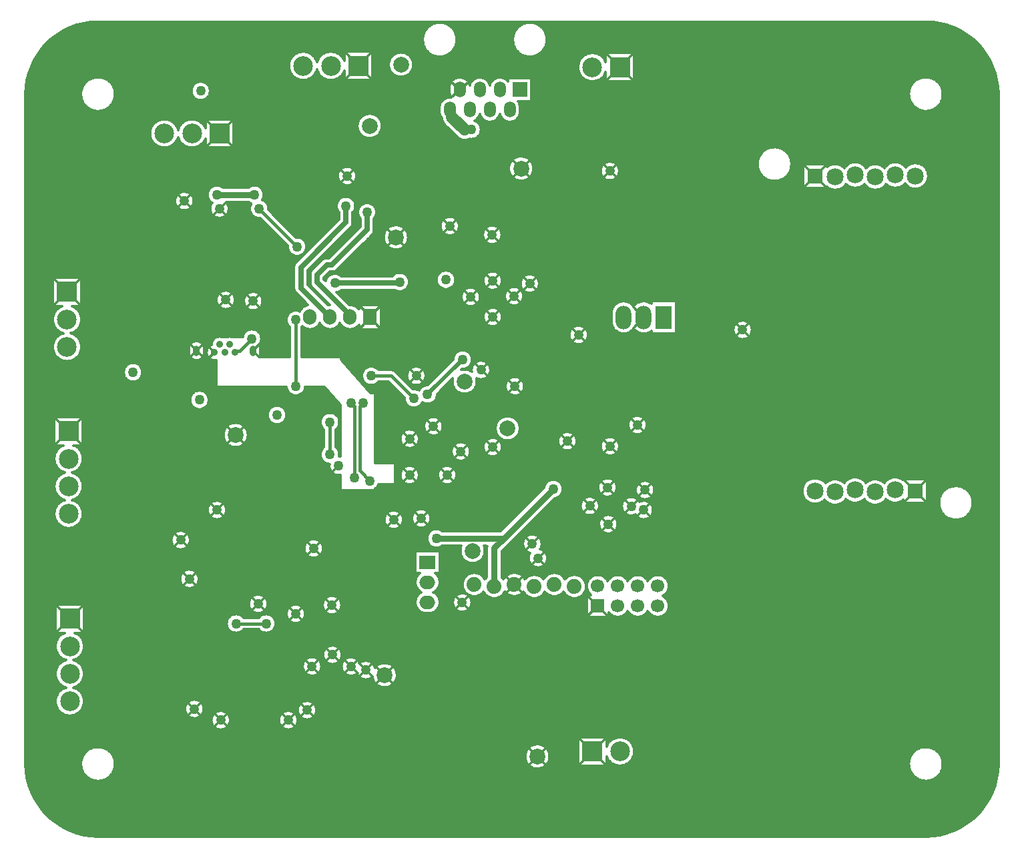
<source format=gbl>
G04 DipTrace 3.3.1.3*
G04 HypermaqBottomsidev0.3.gbl*
%MOMM*%
G04 #@! TF.FileFunction,Copper,L2,Bot*
G04 #@! TF.Part,Single*
G04 #@! TA.AperFunction,Conductor*
%ADD14C,0.381*%
%ADD16C,0.508*%
%ADD18C,1.016*%
G04 #@! TA.AperFunction,ComponentPad*
%ADD19C,2.0*%
G04 #@! TA.AperFunction,Conductor*
%ADD20C,0.635*%
%ADD21C,0.762*%
%ADD26C,1.524*%
G04 #@! TA.AperFunction,ViaPad*
%ADD30C,1.27*%
G04 #@! TA.AperFunction,CopperBalancing*
%ADD33C,0.29973*%
%ADD34C,0.3302*%
G04 #@! TA.AperFunction,ComponentPad*
%ADD50O,1.7X2.0*%
%ADD51R,1.7X2.0*%
%ADD53C,2.5*%
%ADD54R,2.5X2.5*%
%ADD58C,0.9*%
%ADD59O,0.8X1.35*%
%ADD61O,2.0X1.7*%
%ADD62R,2.0X1.7*%
%ADD65C,1.87967*%
%ADD67O,1.5X2.0*%
%ADD68R,1.87967X1.87967*%
%ADD72R,1.7X1.7*%
%ADD73C,1.7*%
%ADD83R,2.0X3.0*%
%ADD84O,2.0X3.0*%
%ADD92R,1.8796X1.8796*%
%ADD93C,2.159*%
%FSLAX35Y35*%
G04*
G71*
G90*
G75*
G01*
G04 Bottom*
%LPD*%
X4364850Y5582250D2*
D14*
X4320400Y5537800D1*
Y4749687D1*
Y4724397D1*
X4450483Y4594313D1*
X4212450Y5582250D2*
X4256900Y5537800D1*
Y4749687D1*
Y4631337D1*
X3131753Y2782500D2*
X2750750D1*
X5737630Y9048750D2*
D18*
X5651500D1*
D26*
X5492750Y9207500D1*
D18*
Y9271000D1*
X5461000Y9302750D1*
X2736500Y6223010D2*
D14*
X2752363Y6238873D1*
X2793997D1*
X2952750Y6397627D1*
X4465250Y5925750D2*
X4719250D1*
X5005000Y5640000D1*
X4195373Y6671873D2*
D16*
Y6694877D1*
D20*
X3778250Y7112000D1*
Y7207250D1*
X3905250Y7334250D1*
X3968750D1*
X4413250Y7778750D1*
Y8001000D1*
X4143373Y8080377D2*
Y7874000D1*
X3571873Y7302500D1*
Y7041370D1*
X3941373Y6671873D1*
Y4925627D2*
D14*
Y5338373D1*
X3508373Y5794377D2*
Y6635750D1*
X3524250Y7565253D2*
X3044440Y8045063D1*
X2508250Y8223250D2*
D21*
X2984500D1*
X5624127Y6132123D2*
D16*
X5179630Y5687627D1*
X6774137Y4489060D2*
D21*
X6148003Y3862927D1*
X6025500Y3740423D1*
Y3252247D1*
X6148003Y3862927D2*
X5290750D1*
X4826000Y7116380D2*
D20*
Y7103500D1*
X4004873D1*
D30*
X4364850Y5582250D3*
X4450483Y4594313D3*
X4212450Y5582250D3*
X4256900Y4631337D3*
X3131753Y2782500D3*
X2750750D3*
X5737630Y9048750D3*
X2952750Y6397627D3*
X4465250Y5925750D3*
X5005000Y5640000D3*
X4413250Y8001000D3*
X4143373Y8080377D3*
X3941373Y4925627D3*
Y5338373D3*
X3508373Y5794377D3*
Y6635750D3*
X3524250Y7565253D3*
X3044440Y8045063D3*
X2508250Y8223250D3*
X2984500D3*
X5624127Y6132123D3*
X5179630Y5687627D3*
X6774137Y4489060D3*
X5290750Y3862927D3*
X4826000Y7116380D3*
X4004873Y7103500D3*
X5619750Y3048000D3*
X5857873Y6000750D3*
X6286500Y5794377D3*
X5036750Y5925750D3*
X6005123Y5020873D3*
X4052500Y4782750D3*
X6579750Y3612250D3*
X6508750Y3794127D3*
X6005123Y7132250D3*
X5100250Y4116000D3*
X5601693Y4966247D3*
X5254623Y5286377D3*
X2047873Y3841750D3*
X3032123Y3032127D3*
X2159000Y3349627D3*
X2508250Y4222750D3*
X2286000Y5619750D3*
X2968623Y6873877D3*
X2095500Y8143877D3*
X2619373Y6889750D3*
X2540000Y8048627D3*
X7461250Y4508503D3*
X7493000Y5032377D3*
X7937500Y4476753D3*
X9175750Y6508750D3*
X6953250Y5095877D3*
X4206873Y2238377D3*
X3968750Y3016250D3*
X1444623Y5969000D3*
X3508373Y2905127D3*
X4397373Y2190750D3*
X7842250Y5302250D3*
X3270250Y5429250D3*
X6000750Y7715250D3*
X5461000Y7826377D3*
X6477000Y7096127D3*
X7921623Y4222750D3*
X4751000Y4100120D3*
X3973123Y2385620D3*
X5727250Y6927000D3*
X6005123Y6671873D3*
X3714750Y2238377D3*
X6277250Y6937000D3*
X7472750Y4043757D3*
X7238000Y4273997D3*
X7762873Y4270377D3*
X4159250Y8461377D3*
X2301890Y9540883D3*
X7493000Y8524877D3*
X3413123Y1555750D3*
X2555873D3*
X3651250Y1682750D3*
X2222500Y1698627D3*
X7096123Y6445250D3*
X3735000Y3734997D3*
X5413373Y7143750D3*
X4953000Y4667253D3*
X5429250D3*
X4953000Y5127623D3*
X776432Y10389333D2*
D33*
X5243547D1*
X5424406D2*
X6386573D1*
X6567432D2*
X11723817D1*
X681536Y10359693D2*
X5195075D1*
X5472937D2*
X6338042D1*
X6615905D2*
X11818655D1*
X611578Y10330053D2*
X5164984D1*
X5502969D2*
X6308010D1*
X6645995D2*
X11888670D1*
X553330Y10300413D2*
X5144261D1*
X5523751D2*
X6287228D1*
X6666719D2*
X11946919D1*
X503920Y10270773D2*
X5129918D1*
X5538094D2*
X6272885D1*
X6681061D2*
X11996329D1*
X461770Y10241133D2*
X5120668D1*
X5547343D2*
X6263636D1*
X6690370D2*
X12038479D1*
X421786Y10211493D2*
X5115868D1*
X5552144D2*
X6258835D1*
X6695170D2*
X12078463D1*
X388827Y10181853D2*
X5115165D1*
X5552846D2*
X6258192D1*
X6695814D2*
X12111422D1*
X356103Y10152213D2*
X5118561D1*
X5549392D2*
X6261587D1*
X6692418D2*
X12144146D1*
X328764Y10122573D2*
X5126288D1*
X5541665D2*
X6269314D1*
X6684691D2*
X12171485D1*
X301893Y10092933D2*
X5138875D1*
X5529137D2*
X6281842D1*
X6672163D2*
X12198356D1*
X278242Y10063293D2*
X5157257D1*
X5510755D2*
X6300283D1*
X6653722D2*
X12222007D1*
X256289Y10033653D2*
X3551693D1*
X3654106D2*
X3901655D1*
X4004068D2*
X4118845D1*
X4486920D2*
X5183718D1*
X5484294D2*
X6326744D1*
X6627262D2*
X12243960D1*
X235214Y10004013D2*
X3491278D1*
X3714462D2*
X3841299D1*
X4064483D2*
X4118845D1*
X4486920D2*
X4752149D1*
X4931544D2*
X5224053D1*
X5443959D2*
X6367079D1*
X6586926D2*
X7184789D1*
X7355930D2*
X7436343D1*
X7804417D2*
X12265035D1*
X217476Y9974373D2*
X3460251D1*
X3745548D2*
X3810213D1*
X4095510D2*
X4118845D1*
X4486920D2*
X4719190D1*
X4964561D2*
X7142932D1*
X7397846D2*
X7436343D1*
X7804417D2*
X12282773D1*
X199679Y9944733D2*
X3440347D1*
X3765394D2*
X3790309D1*
X4486920D2*
X4699637D1*
X4984114D2*
X7117700D1*
X7804417D2*
X12300570D1*
X184224Y9915093D2*
X3427702D1*
X4486920D2*
X4688280D1*
X4995471D2*
X7101367D1*
X7804417D2*
X12316025D1*
X170174Y9885453D2*
X3420735D1*
X4486920D2*
X4683245D1*
X5000506D2*
X7091415D1*
X7804417D2*
X12330075D1*
X156183Y9855813D2*
X3418862D1*
X4486920D2*
X4683889D1*
X4999862D2*
X7086790D1*
X7804417D2*
X12344066D1*
X145060Y9826173D2*
X3421848D1*
X4486920D2*
X4690387D1*
X4993364D2*
X7087083D1*
X7804417D2*
X12355189D1*
X134464Y9796533D2*
X3429985D1*
X4486920D2*
X4703559D1*
X4980192D2*
X7092352D1*
X7804417D2*
X12365785D1*
X123868Y9766893D2*
X3444094D1*
X3761706D2*
X3794056D1*
X4486920D2*
X4725629D1*
X4958122D2*
X7103006D1*
X7804417D2*
X12376381D1*
X116433Y9737253D2*
X3465988D1*
X3739752D2*
X3815950D1*
X4089773D2*
X4118845D1*
X4486920D2*
X4764150D1*
X4919601D2*
X7120335D1*
X7420443D2*
X7436303D1*
X7804417D2*
X12383816D1*
X108998Y9707613D2*
X937164D1*
X1062818D2*
X3500762D1*
X3704979D2*
X3850724D1*
X4054999D2*
X4118845D1*
X4486920D2*
X5548432D1*
X5627546D2*
X5802445D1*
X5881558D2*
X6056457D1*
X6135570D2*
X7147030D1*
X7393748D2*
X7436343D1*
X7804417D2*
X11437197D1*
X11562851D2*
X12391251D1*
X101739Y9677973D2*
X874466D1*
X1125516D2*
X5496038D1*
X5679999D2*
X5749991D1*
X5934011D2*
X6004004D1*
X6503036D2*
X7192634D1*
X7348144D2*
X7436343D1*
X7804417D2*
X11374499D1*
X11625491D2*
X12398510D1*
X97290Y9648333D2*
X839926D1*
X1160114D2*
X2246448D1*
X2357350D2*
X5472094D1*
X5703884D2*
X5726106D1*
X5957896D2*
X5980119D1*
X6503036D2*
X11339901D1*
X11660089D2*
X12402959D1*
X92899Y9618693D2*
X816451D1*
X1183531D2*
X2208103D1*
X2395694D2*
X5459273D1*
X6503036D2*
X11316484D1*
X11683564D2*
X12407350D1*
X88626Y9589053D2*
X800118D1*
X1199864D2*
X2189487D1*
X2414311D2*
X5454122D1*
X6503036D2*
X11300151D1*
X11699838D2*
X12411623D1*
X87162Y9559413D2*
X789288D1*
X1210752D2*
X2180764D1*
X2423033D2*
X5453946D1*
X6503036D2*
X11289262D1*
X11710727D2*
X12413087D1*
X85699Y9529773D2*
X783024D1*
X1217016D2*
X2179828D1*
X2423911D2*
X5453946D1*
X6503036D2*
X11282998D1*
X11716991D2*
X12414550D1*
X84235Y9500133D2*
X780916D1*
X1219065D2*
X2186502D1*
X2417296D2*
X5457810D1*
X6503036D2*
X11280949D1*
X11719040D2*
X12416014D1*
X84177Y9470493D2*
X782965D1*
X1217016D2*
X2202249D1*
X2401548D2*
X5469108D1*
X6503036D2*
X11282940D1*
X11717050D2*
X12416072D1*
X84177Y9440853D2*
X789170D1*
X1210811D2*
X2233393D1*
X2370404D2*
X5391775D1*
X6503036D2*
X11289204D1*
X11710786D2*
X12416072D1*
X84177Y9411213D2*
X800001D1*
X1199981D2*
X5356943D1*
X6503036D2*
X11300034D1*
X11699956D2*
X12416072D1*
X84177Y9381573D2*
X816275D1*
X1183706D2*
X5338502D1*
X6345501D2*
X11316309D1*
X11683740D2*
X12416072D1*
X84177Y9351933D2*
X839633D1*
X1160348D2*
X5329194D1*
X6354809D2*
X11339667D1*
X11660323D2*
X12416072D1*
X84177Y9322293D2*
X874114D1*
X1125867D2*
X5326969D1*
X6357033D2*
X11374089D1*
X11625900D2*
X12416072D1*
X84177Y9292653D2*
X936227D1*
X1063754D2*
X5326969D1*
X6357033D2*
X11436260D1*
X11563729D2*
X12416072D1*
X84177Y9263013D2*
X5327789D1*
X6356214D2*
X12416072D1*
X84177Y9233373D2*
X4367237D1*
X4522747D2*
X5334697D1*
X6349306D2*
X12416072D1*
X84177Y9203733D2*
X4328717D1*
X4561268D2*
X5349859D1*
X5826177D2*
X5857825D1*
X6080131D2*
X6111837D1*
X6334143D2*
X12416072D1*
X84177Y9174093D2*
X1784964D1*
X1898032D2*
X2134985D1*
X2248052D2*
X2357443D1*
X2725577D2*
X4306647D1*
X4583338D2*
X5361802D1*
X5798195D2*
X5885808D1*
X6052207D2*
X6139820D1*
X6306219D2*
X12416072D1*
X84177Y9144453D2*
X1727886D1*
X1955110D2*
X2077848D1*
X2305130D2*
X2357443D1*
X2725577D2*
X4293533D1*
X4596451D2*
X5373510D1*
X5812303D2*
X12416072D1*
X84177Y9114813D2*
X1697562D1*
X1985434D2*
X2047582D1*
X2335396D2*
X2357443D1*
X2725577D2*
X4287035D1*
X4602949D2*
X5395404D1*
X5840286D2*
X12416072D1*
X84177Y9085173D2*
X1678126D1*
X2004870D2*
X2028146D1*
X2725577D2*
X4286333D1*
X4603652D2*
X5425027D1*
X5854512D2*
X12416072D1*
X84177Y9055533D2*
X1665832D1*
X2725577D2*
X4291367D1*
X4598617D2*
X5454649D1*
X5860015D2*
X12416072D1*
X84177Y9025893D2*
X1659158D1*
X2725577D2*
X4302783D1*
X4587260D2*
X5484329D1*
X5857966D2*
X12416072D1*
X84177Y8996253D2*
X1657519D1*
X2725577D2*
X4322277D1*
X4567707D2*
X5513951D1*
X5848072D2*
X12416072D1*
X84177Y8966613D2*
X1660739D1*
X2725577D2*
X4355295D1*
X4534690D2*
X5543573D1*
X5827524D2*
X12416072D1*
X84177Y8936973D2*
X1669169D1*
X2725577D2*
X5577820D1*
X5783091D2*
X12416072D1*
X84177Y8907333D2*
X1683629D1*
X1999367D2*
X2033649D1*
X2725577D2*
X12416072D1*
X84177Y8877693D2*
X1706050D1*
X1976946D2*
X2056012D1*
X2326966D2*
X2357443D1*
X2725577D2*
X12416072D1*
X84177Y8848053D2*
X1741819D1*
X1941177D2*
X2091781D1*
X2291197D2*
X2357443D1*
X2725577D2*
X12416072D1*
X84177Y8818413D2*
X9513635D1*
X9647719D2*
X12416072D1*
X84177Y8788773D2*
X9453513D1*
X9707783D2*
X12416072D1*
X84177Y8759133D2*
X9419676D1*
X9741678D2*
X12416072D1*
X84177Y8729493D2*
X9396669D1*
X9764627D2*
X12416072D1*
X84177Y8699853D2*
X6300868D1*
X6430854D2*
X9380687D1*
X9780608D2*
X12416072D1*
X84177Y8670213D2*
X6255850D1*
X6475873D2*
X9370149D1*
X9791205D2*
X12416072D1*
X84177Y8640573D2*
X6231321D1*
X6500460D2*
X7459818D1*
X7526169D2*
X9364120D1*
X9797176D2*
X12416072D1*
X84177Y8610933D2*
X6216568D1*
X6515154D2*
X7407013D1*
X7578973D2*
X9362363D1*
X9798991D2*
X9943448D1*
X10249527D2*
X10323091D1*
X10377851D2*
X10511009D1*
X10697956D2*
X10831115D1*
X10885875D2*
X11018975D1*
X11205981D2*
X11296053D1*
X11436869D2*
X12416072D1*
X84177Y8581293D2*
X6208782D1*
X6522999D2*
X7384592D1*
X7601395D2*
X9364705D1*
X9796649D2*
X9943448D1*
X10450091D2*
X10477289D1*
X10731618D2*
X10758875D1*
X10958057D2*
X10985314D1*
X11481420D2*
X12416072D1*
X84177Y8551653D2*
X4077866D1*
X4240635D2*
X6206909D1*
X6524872D2*
X7373469D1*
X7612518D2*
X9371203D1*
X9790092D2*
X9943448D1*
X11506417D2*
X12416072D1*
X84177Y8522013D2*
X4053220D1*
X4265281D2*
X6210714D1*
X6521067D2*
X7370483D1*
X7615503D2*
X9382443D1*
X9778911D2*
X9943448D1*
X11521872D2*
X12416072D1*
X84177Y8492373D2*
X4040750D1*
X4277750D2*
X6220666D1*
X6511115D2*
X7374932D1*
X7611054D2*
X9399186D1*
X9762109D2*
X9943448D1*
X11530536D2*
X12416072D1*
X84177Y8462733D2*
X4036711D1*
X4281790D2*
X6238229D1*
X6493552D2*
X7387870D1*
X7598117D2*
X9423305D1*
X9738049D2*
X9943448D1*
X11533463D2*
X12416072D1*
X84177Y8433093D2*
X4040106D1*
X4278394D2*
X6267500D1*
X6464223D2*
X7413394D1*
X7572592D2*
X9459133D1*
X9702221D2*
X9943448D1*
X11531004D2*
X12416072D1*
X84177Y8403453D2*
X4051639D1*
X4266862D2*
X6333008D1*
X6398773D2*
X9527509D1*
X9633845D2*
X9943448D1*
X11522867D2*
X12416072D1*
X84177Y8373813D2*
X4074822D1*
X4243679D2*
X9943448D1*
X11508115D2*
X12416072D1*
X84177Y8344173D2*
X4132602D1*
X4185898D2*
X9943448D1*
X10479830D2*
X10501409D1*
X10707499D2*
X10729136D1*
X10987796D2*
X11009433D1*
X11215523D2*
X11248810D1*
X11484171D2*
X12416072D1*
X84177Y8314533D2*
X2428044D1*
X3064708D2*
X9943448D1*
X10447749D2*
X10563755D1*
X10645210D2*
X10761217D1*
X10955715D2*
X11071722D1*
X11153235D2*
X11290492D1*
X11442431D2*
X12416072D1*
X84177Y8284893D2*
X2402813D1*
X3089940D2*
X10340185D1*
X10360773D2*
X10848209D1*
X10868707D2*
X12416072D1*
X84177Y8255253D2*
X2049046D1*
X2141975D2*
X2390051D1*
X3102702D2*
X12416072D1*
X84177Y8225613D2*
X2005257D1*
X2185764D2*
X2385719D1*
X3107034D2*
X12416072D1*
X84177Y8195973D2*
X1984884D1*
X2206136D2*
X2388822D1*
X3103931D2*
X4109829D1*
X4176883D2*
X12416072D1*
X84177Y8166333D2*
X1975049D1*
X2215913D2*
X2400120D1*
X3092633D2*
X4057259D1*
X4229453D2*
X12416072D1*
X84177Y8136693D2*
X1973176D1*
X2217845D2*
X2422776D1*
X3124245D2*
X4034896D1*
X4251816D2*
X12416072D1*
X84177Y8107053D2*
X1978737D1*
X2212225D2*
X2432669D1*
X2647306D2*
X2939230D1*
X3149652D2*
X4023832D1*
X4262939D2*
X4355060D1*
X4471465D2*
X12416072D1*
X84177Y8077413D2*
X1993138D1*
X2197882D2*
X2420961D1*
X2659015D2*
X2926351D1*
X3162532D2*
X4020846D1*
X4265925D2*
X4318296D1*
X4508229D2*
X12416072D1*
X84177Y8047773D2*
X2021355D1*
X2169606D2*
X2417448D1*
X2662586D2*
X2921902D1*
X3166981D2*
X4025354D1*
X4261417D2*
X4300207D1*
X4526260D2*
X12416072D1*
X84177Y8018133D2*
X2421371D1*
X2658605D2*
X2924946D1*
X3180621D2*
X4038292D1*
X4248480D2*
X4291953D1*
X4534573D2*
X12416072D1*
X84177Y7988493D2*
X2433664D1*
X2646311D2*
X2936128D1*
X3210243D2*
X4052576D1*
X4234195D2*
X4291367D1*
X4535158D2*
X12416072D1*
X84177Y7958853D2*
X2458018D1*
X2621958D2*
X2958608D1*
X3239865D2*
X4052576D1*
X4234195D2*
X4298392D1*
X4528133D2*
X12416072D1*
X84177Y7929213D2*
X2531019D1*
X2548966D2*
X3011880D1*
X3269487D2*
X4052576D1*
X4234195D2*
X4314667D1*
X4511858D2*
X5396985D1*
X5524981D2*
X12416072D1*
X84177Y7899573D2*
X3080725D1*
X3299168D2*
X4041745D1*
X4234195D2*
X4322453D1*
X4504072D2*
X5363441D1*
X5558525D2*
X12416072D1*
X84177Y7869933D2*
X3110348D1*
X3328790D2*
X4012123D1*
X4234078D2*
X4322453D1*
X4504072D2*
X5346639D1*
X5575326D2*
X12416072D1*
X84177Y7840293D2*
X3139970D1*
X3358412D2*
X3982501D1*
X4227463D2*
X4322453D1*
X4504072D2*
X5339263D1*
X5582761D2*
X12416072D1*
X84177Y7810653D2*
X3169650D1*
X3388093D2*
X3952821D1*
X4207208D2*
X4317945D1*
X4504072D2*
X4684884D1*
X4871831D2*
X5339497D1*
X5582527D2*
X5925675D1*
X6075799D2*
X12416072D1*
X84177Y7781013D2*
X3199272D1*
X3417715D2*
X3923199D1*
X4177586D2*
X4288323D1*
X4504072D2*
X4653506D1*
X4903210D2*
X5347400D1*
X5574624D2*
X5897926D1*
X6103606D2*
X12416072D1*
X84177Y7751373D2*
X3228894D1*
X3447337D2*
X3893577D1*
X4147905D2*
X4258701D1*
X4499682D2*
X4634831D1*
X4921884D2*
X5364904D1*
X5557120D2*
X5883759D1*
X6117715D2*
X12416072D1*
X84177Y7721733D2*
X3258575D1*
X3477017D2*
X3863896D1*
X4118283D2*
X4229079D1*
X4483056D2*
X4624059D1*
X4932656D2*
X5400146D1*
X5521819D2*
X5878373D1*
X6123159D2*
X12416072D1*
X84177Y7692093D2*
X3288197D1*
X3506640D2*
X3834274D1*
X4088661D2*
X4199398D1*
X4453785D2*
X4619552D1*
X4937222D2*
X5880481D1*
X6121052D2*
X12416072D1*
X84177Y7662453D2*
X3317819D1*
X3596852D2*
X3804652D1*
X4059039D2*
X4169776D1*
X4424163D2*
X4620723D1*
X4935993D2*
X5890491D1*
X6111041D2*
X12416072D1*
X84177Y7632813D2*
X3347441D1*
X3625889D2*
X3775030D1*
X4029358D2*
X4140154D1*
X4394482D2*
X4627748D1*
X4928968D2*
X5911157D1*
X6090317D2*
X12416072D1*
X84177Y7603173D2*
X3377122D1*
X3640641D2*
X3745349D1*
X3999736D2*
X4110473D1*
X4364860D2*
X4641563D1*
X4915152D2*
X5956117D1*
X6045416D2*
X12416072D1*
X84177Y7573533D2*
X3402002D1*
X3646496D2*
X3715727D1*
X3970114D2*
X4080851D1*
X4335238D2*
X4664629D1*
X4892087D2*
X12416072D1*
X84177Y7543893D2*
X3403641D1*
X3644915D2*
X3686105D1*
X3940433D2*
X4051229D1*
X4305558D2*
X4705608D1*
X4851107D2*
X12416072D1*
X84177Y7514253D2*
X3413125D1*
X3635373D2*
X3656424D1*
X3910811D2*
X4021549D1*
X4275936D2*
X12416072D1*
X84177Y7484613D2*
X3432971D1*
X3881189D2*
X3991927D1*
X4246313D2*
X12416072D1*
X84177Y7454973D2*
X3475062D1*
X3573436D2*
X3597180D1*
X3851508D2*
X3962304D1*
X4216633D2*
X12416072D1*
X84177Y7425333D2*
X3567499D1*
X3821886D2*
X3932624D1*
X4187011D2*
X12416072D1*
X84177Y7395693D2*
X3537877D1*
X3792264D2*
X3839484D1*
X4157389D2*
X12416072D1*
X84177Y7366053D2*
X3508255D1*
X3762584D2*
X3809862D1*
X4127708D2*
X12416072D1*
X84177Y7336413D2*
X3487883D1*
X3732962D2*
X3780240D1*
X4098086D2*
X12416072D1*
X84177Y7306773D2*
X3481150D1*
X3703340D2*
X3750618D1*
X4068464D2*
X12416072D1*
X84177Y7277133D2*
X3481092D1*
X3673717D2*
X3720937D1*
X4038842D2*
X12416072D1*
X84177Y7247493D2*
X3481092D1*
X3662712D2*
X3697228D1*
X3985335D2*
X5350913D1*
X5475806D2*
X5970284D1*
X6039972D2*
X12416072D1*
X84177Y7217853D2*
X3481092D1*
X3662712D2*
X3688095D1*
X3916021D2*
X3966988D1*
X4042764D2*
X4759759D1*
X4892204D2*
X5316549D1*
X5510228D2*
X5918650D1*
X6091605D2*
X12416072D1*
X84177Y7188213D2*
X3481092D1*
X3662712D2*
X3687451D1*
X3886399D2*
X3917520D1*
X4924577D2*
X5299396D1*
X5527381D2*
X5896463D1*
X6113793D2*
X6397755D1*
X6556251D2*
X12416072D1*
X84177Y7158573D2*
X423578D1*
X791711D2*
X3481092D1*
X3662712D2*
X3687451D1*
X3869071D2*
X3895743D1*
X4940852D2*
X5291727D1*
X5534991D2*
X5885515D1*
X6124740D2*
X6372055D1*
X6581950D2*
X12416072D1*
X84177Y7128933D2*
X423578D1*
X791711D2*
X3481092D1*
X3662712D2*
X3687451D1*
X4947877D2*
X5291727D1*
X5534991D2*
X5882588D1*
X6127608D2*
X6359000D1*
X6594947D2*
X12416072D1*
X84177Y7099293D2*
X423578D1*
X791711D2*
X3481092D1*
X3662712D2*
X3688388D1*
X4947350D2*
X5299396D1*
X5527381D2*
X5887213D1*
X6123042D2*
X6354493D1*
X6599513D2*
X12416072D1*
X84177Y7069653D2*
X423578D1*
X791711D2*
X3481092D1*
X3670790D2*
X3698340D1*
X4939037D2*
X5316549D1*
X5510228D2*
X5900268D1*
X6109987D2*
X6357420D1*
X6596586D2*
X12416072D1*
X84177Y7040013D2*
X423578D1*
X791711D2*
X3481092D1*
X3700412D2*
X3723045D1*
X4921006D2*
X5350913D1*
X5475806D2*
X5685244D1*
X5769275D2*
X5926026D1*
X6084171D2*
X6213583D1*
X6340934D2*
X6368425D1*
X6585580D2*
X12416072D1*
X84177Y7010373D2*
X423578D1*
X791711D2*
X3486712D1*
X3730035D2*
X3752667D1*
X4082865D2*
X4767721D1*
X4884301D2*
X5638528D1*
X5815933D2*
X6179863D1*
X6374654D2*
X6390671D1*
X6563334D2*
X12416072D1*
X84177Y6980733D2*
X423578D1*
X791711D2*
X2538805D1*
X2699935D2*
X2912008D1*
X3025251D2*
X3505387D1*
X3759715D2*
X3782347D1*
X4036676D2*
X5617453D1*
X5837066D2*
X6163003D1*
X6391514D2*
X6442715D1*
X6511291D2*
X12416072D1*
X84177Y6951093D2*
X423578D1*
X791711D2*
X2513749D1*
X2724991D2*
X2874366D1*
X3062894D2*
X3534950D1*
X3789337D2*
X3811969D1*
X4066356D2*
X5607150D1*
X5847370D2*
X6155509D1*
X6398949D2*
X12416072D1*
X84177Y6921453D2*
X423578D1*
X791711D2*
X2501104D1*
X2737636D2*
X2855925D1*
X3081334D2*
X3564631D1*
X3818959D2*
X3841592D1*
X4095978D2*
X5604808D1*
X5849653D2*
X6155685D1*
X6398773D2*
X12416072D1*
X84177Y6891813D2*
X423578D1*
X791711D2*
X2496831D1*
X2741910D2*
X2847437D1*
X3089823D2*
X3594253D1*
X3848640D2*
X3871272D1*
X4125601D2*
X5609960D1*
X5844501D2*
X6163530D1*
X6390929D2*
X12416072D1*
X84177Y6862173D2*
X423578D1*
X791711D2*
X2500051D1*
X2738690D2*
X2846617D1*
X3090584D2*
X3623875D1*
X3878262D2*
X3900894D1*
X4155281D2*
X5623775D1*
X5830685D2*
X6180975D1*
X6373483D2*
X7606113D1*
X7729133D2*
X7860126D1*
X7983145D2*
X8016549D1*
X8334688D2*
X12416072D1*
X84177Y6832533D2*
X423578D1*
X791711D2*
X2511408D1*
X2727333D2*
X2853467D1*
X3083793D2*
X3653556D1*
X3907884D2*
X3930516D1*
X4184903D2*
X5650939D1*
X5803522D2*
X6216100D1*
X6338417D2*
X7559163D1*
X7776083D2*
X7813175D1*
X8334688D2*
X12416072D1*
X84177Y6802893D2*
X523801D1*
X691429D2*
X2534239D1*
X2704560D2*
X2869390D1*
X3067811D2*
X3604147D1*
X4278628D2*
X4305300D1*
X4593407D2*
X7533990D1*
X8334688D2*
X12416072D1*
X84177Y6773253D2*
X481124D1*
X734106D2*
X2589502D1*
X2649297D2*
X2901061D1*
X3036199D2*
X3572827D1*
X4593407D2*
X5938730D1*
X6071526D2*
X7518886D1*
X8334688D2*
X12416072D1*
X84177Y6743613D2*
X455542D1*
X759689D2*
X3453812D1*
X4593407D2*
X5906473D1*
X6103782D2*
X7510749D1*
X8334688D2*
X12416072D1*
X84177Y6713973D2*
X438974D1*
X776256D2*
X3414940D1*
X4593407D2*
X5890199D1*
X6119998D2*
X7508583D1*
X8334688D2*
X12416072D1*
X84177Y6684333D2*
X428847D1*
X786384D2*
X3396148D1*
X4593407D2*
X5883232D1*
X6127023D2*
X7508583D1*
X8334688D2*
X12416072D1*
X84177Y6654693D2*
X424105D1*
X791126D2*
X3387308D1*
X4593407D2*
X5883818D1*
X6126438D2*
X7508583D1*
X8334688D2*
X12416072D1*
X84177Y6625053D2*
X424280D1*
X791009D2*
X3386313D1*
X4593407D2*
X5892130D1*
X6118125D2*
X7508583D1*
X8334688D2*
X9145057D1*
X9206490D2*
X12416072D1*
X84177Y6595413D2*
X429373D1*
X785916D2*
X3392811D1*
X4593407D2*
X5910220D1*
X6100035D2*
X7510164D1*
X8334688D2*
X9090379D1*
X9261110D2*
X12416072D1*
X84177Y6565773D2*
X439852D1*
X775378D2*
X3408442D1*
X3798060D2*
X3830703D1*
X4052072D2*
X4084657D1*
X4593407D2*
X5946984D1*
X6063213D2*
X7517364D1*
X8334688D2*
X9067665D1*
X9283824D2*
X12416072D1*
X84177Y6536133D2*
X456947D1*
X758342D2*
X3430278D1*
X3586490D2*
X3611406D1*
X3763286D2*
X3865418D1*
X4017298D2*
X4119430D1*
X4271311D2*
X4305300D1*
X4593407D2*
X7015428D1*
X7176792D2*
X7531473D1*
X8334688D2*
X9056366D1*
X9295122D2*
X12416072D1*
X84177Y6506493D2*
X483290D1*
X731999D2*
X2900300D1*
X3005172D2*
X3430278D1*
X3586490D2*
X6990431D1*
X7201790D2*
X7554948D1*
X7780298D2*
X7808960D1*
X8334688D2*
X9053205D1*
X9298284D2*
X12416072D1*
X84177Y6476853D2*
X527899D1*
X687331D2*
X2860199D1*
X3045273D2*
X3430278D1*
X3586490D2*
X6977844D1*
X7214435D2*
X7596981D1*
X7738265D2*
X7850993D1*
X7992278D2*
X8016549D1*
X8334688D2*
X9057537D1*
X9293952D2*
X12416072D1*
X84177Y6447213D2*
X513322D1*
X701908D2*
X2840939D1*
X3064533D2*
X3430278D1*
X3586490D2*
X6973571D1*
X7218650D2*
X9070240D1*
X9281248D2*
X12416072D1*
X84177Y6417573D2*
X475270D1*
X739960D2*
X2498002D1*
X3073607D2*
X3430278D1*
X3586490D2*
X6976790D1*
X7215430D2*
X9095413D1*
X9256075D2*
X12416072D1*
X84177Y6387933D2*
X451795D1*
X763436D2*
X2461062D1*
X3074895D2*
X3430278D1*
X3586490D2*
X6988206D1*
X7204073D2*
X12416072D1*
X84177Y6358293D2*
X436574D1*
X778656D2*
X2203244D1*
X2295705D2*
X2443792D1*
X3068631D2*
X3430278D1*
X3586490D2*
X7011096D1*
X7181183D2*
X12416072D1*
X84177Y6328653D2*
X427559D1*
X787672D2*
X2168529D1*
X2330420D2*
X2437587D1*
X3053410D2*
X3430278D1*
X3586490D2*
X7066652D1*
X7125568D2*
X12416072D1*
X84177Y6299013D2*
X423753D1*
X791477D2*
X2154187D1*
X2344822D2*
X2406911D1*
X3059323D2*
X3430278D1*
X3586490D2*
X12416072D1*
X84177Y6269373D2*
X424866D1*
X790423D2*
X2150440D1*
X2348568D2*
X2383728D1*
X3063069D2*
X3430278D1*
X3586490D2*
X12416072D1*
X84177Y6239733D2*
X430954D1*
X784335D2*
X2150440D1*
X2348568D2*
X2373835D1*
X3063069D2*
X3430278D1*
X3586490D2*
X5569039D1*
X5679238D2*
X12416072D1*
X84177Y6210093D2*
X442604D1*
X772685D2*
X2150733D1*
X2348276D2*
X2373249D1*
X3062777D2*
X3430278D1*
X3586490D2*
X5530460D1*
X5717758D2*
X12416072D1*
X84177Y6180453D2*
X461103D1*
X754127D2*
X2157875D1*
X2341133D2*
X2381855D1*
X3055635D2*
X3430278D1*
X3586490D2*
X5511785D1*
X5736492D2*
X12416072D1*
X84177Y6150813D2*
X489847D1*
X725383D2*
X2177369D1*
X2321639D2*
X2402754D1*
X4090124D2*
X5503063D1*
X5745214D2*
X12416072D1*
X84177Y6121173D2*
X541481D1*
X673808D2*
X2498002D1*
X4099901D2*
X5494984D1*
X5746210D2*
X12416072D1*
X84177Y6091533D2*
X2498002D1*
X4125718D2*
X5465362D1*
X5739594D2*
X5777096D1*
X5938695D2*
X12416072D1*
X84177Y6061893D2*
X1366333D1*
X1522897D2*
X2498002D1*
X4151535D2*
X5435681D1*
X5723905D2*
X5752157D1*
X5963633D2*
X12416072D1*
X84177Y6032253D2*
X1340165D1*
X1549065D2*
X2498002D1*
X4177351D2*
X4407924D1*
X4522572D2*
X4979407D1*
X5094055D2*
X5406059D1*
X5692878D2*
X5739512D1*
X5976220D2*
X12416072D1*
X84177Y6002613D2*
X1326876D1*
X1562354D2*
X2498002D1*
X4203168D2*
X4370691D1*
X4559804D2*
X4942175D1*
X5131346D2*
X5376437D1*
X5694517D2*
X5735356D1*
X5980435D2*
X12416072D1*
X84177Y5972973D2*
X1322134D1*
X1567096D2*
X2498002D1*
X4228985D2*
X4352426D1*
X4781267D2*
X4923910D1*
X5149611D2*
X5346756D1*
X5977156D2*
X12416072D1*
X84177Y5943333D2*
X1324827D1*
X1564403D2*
X2498002D1*
X4254802D2*
X4343996D1*
X4810889D2*
X4915480D1*
X5157983D2*
X5317134D1*
X5965741D2*
X12416072D1*
X84177Y5913693D2*
X1335598D1*
X1553631D2*
X2498002D1*
X4280619D2*
X4343294D1*
X4840511D2*
X4914777D1*
X5158685D2*
X5287512D1*
X5942851D2*
X6275871D1*
X6297115D2*
X12416072D1*
X84177Y5884053D2*
X1357493D1*
X1531736D2*
X2498002D1*
X4306436D2*
X4350202D1*
X4870192D2*
X4921685D1*
X5151777D2*
X5257832D1*
X5805512D2*
X5828847D1*
X5886885D2*
X6204450D1*
X6368566D2*
X12416072D1*
X84177Y5854413D2*
X1407488D1*
X1481742D2*
X2498002D1*
X4332253D2*
X4366300D1*
X4899814D2*
X4937784D1*
X5135678D2*
X5228209D1*
X5464624D2*
X5490710D1*
X5808791D2*
X6180097D1*
X6392919D2*
X12416072D1*
X84177Y5824773D2*
X2498002D1*
X4358070D2*
X4398206D1*
X4532290D2*
X4710994D1*
X4929436D2*
X4969748D1*
X5103773D2*
X5198587D1*
X5435002D2*
X5493110D1*
X5806390D2*
X6167862D1*
X6405155D2*
X12416072D1*
X84177Y5795133D2*
X2498002D1*
X4383886D2*
X4740616D1*
X4959117D2*
X5124298D1*
X5405321D2*
X5501540D1*
X5797960D2*
X6163939D1*
X6409077D2*
X12416072D1*
X84177Y5765493D2*
X3389357D1*
X3627411D2*
X3890884D1*
X4409703D2*
X4770297D1*
X4988739D2*
X5085895D1*
X5375699D2*
X5517054D1*
X5782447D2*
X6167510D1*
X6405506D2*
X12416072D1*
X84177Y5735853D2*
X2254468D1*
X2317541D2*
X3401124D1*
X3615644D2*
X3915705D1*
X4435520D2*
X4799919D1*
X5346077D2*
X5542812D1*
X5756688D2*
X6179219D1*
X6393739D2*
X12416072D1*
X84177Y5706213D2*
X2200434D1*
X2371575D2*
X3424599D1*
X3592110D2*
X3940585D1*
X4518708D2*
X4829541D1*
X5316397D2*
X5591695D1*
X5707806D2*
X6202753D1*
X6370264D2*
X12416072D1*
X84177Y5676573D2*
X2177779D1*
X2394172D2*
X3484956D1*
X3531812D2*
X3965407D1*
X4518708D2*
X4859221D1*
X5301703D2*
X6263050D1*
X6309907D2*
X12416072D1*
X84177Y5646933D2*
X2166597D1*
X2405412D2*
X3990229D1*
X4518708D2*
X4882638D1*
X5295029D2*
X12416072D1*
X84177Y5617293D2*
X2163495D1*
X2408515D2*
X4015050D1*
X4518708D2*
X4884628D1*
X5279340D2*
X12416072D1*
X84177Y5587653D2*
X2167827D1*
X2404183D2*
X4039931D1*
X4518708D2*
X4894522D1*
X5248196D2*
X12416072D1*
X84177Y5558013D2*
X2180589D1*
X2391362D2*
X4064752D1*
X4518708D2*
X4914953D1*
X5095051D2*
X12416072D1*
X84177Y5528373D2*
X2205879D1*
X2366131D2*
X3200385D1*
X3340088D2*
X4069611D1*
X4518708D2*
X4959152D1*
X5050852D2*
X12416072D1*
X84177Y5498733D2*
X3169943D1*
X3370530D2*
X4069611D1*
X4518708D2*
X12416072D1*
X84177Y5469093D2*
X3154547D1*
X3385985D2*
X4069611D1*
X4518708D2*
X12416072D1*
X84177Y5439453D2*
X3148107D1*
X3392366D2*
X3874492D1*
X4008225D2*
X4069611D1*
X4518708D2*
X12416072D1*
X84177Y5409813D2*
X3149278D1*
X3391195D2*
X3842528D1*
X4040247D2*
X4069611D1*
X4518708D2*
X6152524D1*
X6238721D2*
X7787066D1*
X7897440D2*
X12416072D1*
X84177Y5380173D2*
X442662D1*
X810796D2*
X3158235D1*
X3382297D2*
X3826371D1*
X4518708D2*
X5177454D1*
X5331793D2*
X6094275D1*
X6296970D2*
X7748545D1*
X7935902D2*
X12416072D1*
X84177Y5350533D2*
X442662D1*
X810796D2*
X3177261D1*
X3363212D2*
X3819463D1*
X4518708D2*
X5150759D1*
X5358488D2*
X6066233D1*
X6325011D2*
X7729870D1*
X7954635D2*
X12416072D1*
X84177Y5320893D2*
X442662D1*
X810796D2*
X2687325D1*
X2805427D2*
X3216718D1*
X3323755D2*
X3820107D1*
X4518708D2*
X5137177D1*
X5372070D2*
X6049373D1*
X6341871D2*
X7721148D1*
X7963358D2*
X12416072D1*
X84177Y5291253D2*
X442662D1*
X810796D2*
X2638970D1*
X2853783D2*
X3828478D1*
X4054238D2*
X4069611D1*
X4518708D2*
X5132143D1*
X5377104D2*
X6039948D1*
X6351296D2*
X7720211D1*
X7964295D2*
X12416072D1*
X84177Y5261613D2*
X442662D1*
X810796D2*
X2613387D1*
X2879366D2*
X3846685D1*
X4036032D2*
X4069611D1*
X4518708D2*
X5134660D1*
X5374587D2*
X6036611D1*
X6354633D2*
X7726826D1*
X7957680D2*
X12416072D1*
X84177Y5231973D2*
X442662D1*
X810796D2*
X2597991D1*
X2894762D2*
X3863252D1*
X4019465D2*
X4069611D1*
X4518708D2*
X4891653D1*
X5014380D2*
X5145139D1*
X5364108D2*
X6038894D1*
X6352350D2*
X7742515D1*
X7941990D2*
X12416072D1*
X84177Y5202333D2*
X442662D1*
X810796D2*
X2589678D1*
X2903075D2*
X3863252D1*
X4019465D2*
X4069611D1*
X4518708D2*
X4856645D1*
X5049330D2*
X5166565D1*
X5342682D2*
X6047207D1*
X6344037D2*
X6895827D1*
X7010651D2*
X7773601D1*
X7910905D2*
X12416072D1*
X84177Y5172693D2*
X442662D1*
X810796D2*
X2587336D1*
X2905417D2*
X3863252D1*
X4019465D2*
X4069611D1*
X4518708D2*
X4839259D1*
X5066716D2*
X5214569D1*
X5294678D2*
X6062604D1*
X6328641D2*
X6858653D1*
X7047883D2*
X12416072D1*
X84177Y5143053D2*
X442662D1*
X810796D2*
X2590673D1*
X2902080D2*
X3863252D1*
X4019465D2*
X4069611D1*
X4518708D2*
X4831414D1*
X5074561D2*
X6088187D1*
X6303058D2*
X6840388D1*
X7066090D2*
X7444773D1*
X7541214D2*
X12416072D1*
X84177Y5113413D2*
X442662D1*
X810796D2*
X2600098D1*
X2892655D2*
X3863252D1*
X4019465D2*
X4069611D1*
X4518708D2*
X4831297D1*
X5074737D2*
X5926436D1*
X6083819D2*
X6136425D1*
X6254820D2*
X6831958D1*
X7074520D2*
X7402096D1*
X7583891D2*
X12416072D1*
X84177Y5083773D2*
X442662D1*
X810796D2*
X2616958D1*
X2875795D2*
X3863252D1*
X4019465D2*
X4069611D1*
X4518708D2*
X4838790D1*
X5067243D2*
X5576708D1*
X5626667D2*
X5900443D1*
X6109812D2*
X6831314D1*
X7075222D2*
X7382074D1*
X7603971D2*
X12416072D1*
X84177Y5054133D2*
X442662D1*
X810796D2*
X2644941D1*
X2847812D2*
X3863252D1*
X4019465D2*
X4069611D1*
X4518708D2*
X4855709D1*
X5050325D2*
X5517639D1*
X5685736D2*
X5887272D1*
X6122984D2*
X6838222D1*
X7068315D2*
X7372415D1*
X7613572D2*
X12416072D1*
X84177Y5024493D2*
X523040D1*
X730418D2*
X2703015D1*
X2789738D2*
X3863252D1*
X4019465D2*
X4069611D1*
X4518708D2*
X4889487D1*
X5016488D2*
X5494281D1*
X5709094D2*
X5882647D1*
X6127608D2*
X6854321D1*
X7052157D2*
X7370717D1*
X7615328D2*
X12416072D1*
X84177Y4994853D2*
X488910D1*
X764548D2*
X3840889D1*
X4041827D2*
X4069611D1*
X4518708D2*
X5482632D1*
X5720802D2*
X5885457D1*
X6124798D2*
X6886285D1*
X7020193D2*
X7376454D1*
X7609532D2*
X12416072D1*
X84177Y4965213D2*
X467308D1*
X786150D2*
X3825551D1*
X4518708D2*
X5479119D1*
X5724256D2*
X5896287D1*
X6113910D2*
X7391090D1*
X7594897D2*
X12416072D1*
X84177Y4935573D2*
X453434D1*
X800024D2*
X3819229D1*
X4518708D2*
X5483158D1*
X5720276D2*
X5918357D1*
X6091898D2*
X7419834D1*
X7566153D2*
X12416072D1*
X84177Y4905933D2*
X445531D1*
X807986D2*
X3820458D1*
X4518708D2*
X5495452D1*
X5707923D2*
X5969230D1*
X6041025D2*
X12416072D1*
X84177Y4876293D2*
X442662D1*
X810796D2*
X3829473D1*
X4518708D2*
X5519923D1*
X5683453D2*
X12416072D1*
X84177Y4846653D2*
X444770D1*
X808688D2*
X3848617D1*
X4518708D2*
X12416072D1*
X84177Y4817013D2*
X451853D1*
X801605D2*
X3888366D1*
X4772720D2*
X12416072D1*
X84177Y4787373D2*
X464733D1*
X788726D2*
X3930048D1*
X4772720D2*
X12416072D1*
X84177Y4757733D2*
X484929D1*
X768529D2*
X3932565D1*
X4772720D2*
X4871866D1*
X5034167D2*
X5348103D1*
X5510404D2*
X12416072D1*
X84177Y4728093D2*
X516542D1*
X736916D2*
X3943161D1*
X4772720D2*
X4847103D1*
X5058930D2*
X5323340D1*
X5535167D2*
X12416072D1*
X84177Y4698453D2*
X575201D1*
X678257D2*
X3964705D1*
X4772720D2*
X4834575D1*
X5071400D2*
X5310812D1*
X5547695D2*
X12416072D1*
X84177Y4668813D2*
X515020D1*
X738438D2*
X4013236D1*
X4772720D2*
X4830477D1*
X5075556D2*
X5306714D1*
X5551793D2*
X12416072D1*
X84177Y4639173D2*
X483993D1*
X769465D2*
X4069611D1*
X4772720D2*
X4833756D1*
X5072219D2*
X5310051D1*
X5548456D2*
X10578098D1*
X10626594D2*
X11086123D1*
X11134619D2*
X12416072D1*
X84177Y4609533D2*
X464147D1*
X789311D2*
X4069611D1*
X4772720D2*
X4845288D1*
X5060687D2*
X5321525D1*
X5536982D2*
X7394310D1*
X7528159D2*
X10016040D1*
X10172662D2*
X10302777D1*
X10393950D2*
X10503399D1*
X10701352D2*
X10810801D1*
X10901916D2*
X11011365D1*
X11517306D2*
X12416072D1*
X84177Y4579893D2*
X451502D1*
X801956D2*
X4069611D1*
X4772720D2*
X4868354D1*
X5037621D2*
X5344649D1*
X5513858D2*
X6693390D1*
X6854872D2*
X7362346D1*
X7560182D2*
X7874000D1*
X8001000D2*
X9975470D1*
X10213231D2*
X10243767D1*
X10452960D2*
X10472021D1*
X10732730D2*
X10751791D1*
X10960984D2*
X10980045D1*
X11517306D2*
X12416072D1*
X84177Y4550253D2*
X444594D1*
X808864D2*
X4069611D1*
X4772720D2*
X4925373D1*
X4980602D2*
X5401610D1*
X5456838D2*
X6668452D1*
X6879869D2*
X7346188D1*
X7576281D2*
X7840222D1*
X8034779D2*
X9951937D1*
X11517306D2*
X12416072D1*
X84177Y4520613D2*
X442721D1*
X810737D2*
X4069611D1*
X4547627D2*
X6655807D1*
X6892455D2*
X7339280D1*
X7583188D2*
X7823303D1*
X8051697D2*
X9937477D1*
X11517306D2*
X11821172D1*
X11940211D2*
X12416072D1*
X84177Y4490973D2*
X445707D1*
X807752D2*
X4069611D1*
X4518708D2*
X6639883D1*
X6896670D2*
X7339983D1*
X7582545D2*
X7815810D1*
X8059191D2*
X9929574D1*
X11517306D2*
X11756718D1*
X12004606D2*
X12416072D1*
X84177Y4461333D2*
X453844D1*
X799614D2*
X6610261D1*
X6893451D2*
X7348413D1*
X7574115D2*
X7815927D1*
X8059074D2*
X9927349D1*
X11517306D2*
X11721768D1*
X12039614D2*
X12416072D1*
X84177Y4431693D2*
X467952D1*
X785506D2*
X6580580D1*
X6882035D2*
X7366619D1*
X7555850D2*
X7823771D1*
X8051229D2*
X9930510D1*
X11517306D2*
X11698117D1*
X12063207D2*
X12416072D1*
X84177Y4402053D2*
X489905D1*
X763553D2*
X6550958D1*
X6859145D2*
X7403793D1*
X7518676D2*
X7841158D1*
X8033842D2*
X9939409D1*
X11517306D2*
X11681726D1*
X12079657D2*
X12416072D1*
X84177Y4372413D2*
X524738D1*
X728720D2*
X6521336D1*
X6803355D2*
X7167109D1*
X7308862D2*
X7697555D1*
X7828185D2*
X7876108D1*
X7998893D2*
X9955156D1*
X11517306D2*
X11670778D1*
X12090604D2*
X12416072D1*
X84177Y4342773D2*
X558107D1*
X695352D2*
X6491714D1*
X6764015D2*
X7137195D1*
X7338777D2*
X7664714D1*
X7861027D2*
X9980680D1*
X10474503D2*
X10504453D1*
X10700240D2*
X10730248D1*
X10982469D2*
X11012477D1*
X11517306D2*
X11664456D1*
X12096868D2*
X12416072D1*
X84177Y4313133D2*
X507819D1*
X745639D2*
X2426991D1*
X2589526D2*
X6462034D1*
X6734393D2*
X7122032D1*
X7353998D2*
X7648205D1*
X8002874D2*
X10026636D1*
X10162066D2*
X10256763D1*
X10439963D2*
X10585357D1*
X10619385D2*
X10764729D1*
X10947988D2*
X11093323D1*
X11127418D2*
X11662348D1*
X12098976D2*
X12416072D1*
X84177Y4283493D2*
X479544D1*
X773973D2*
X2402286D1*
X2614230D2*
X6432412D1*
X6704712D2*
X7115827D1*
X7360203D2*
X7641063D1*
X8027578D2*
X11664339D1*
X12096985D2*
X12416072D1*
X84177Y4253853D2*
X461220D1*
X792238D2*
X2389817D1*
X2626700D2*
X6402789D1*
X6675090D2*
X7117173D1*
X7358857D2*
X7641473D1*
X8040048D2*
X11670603D1*
X12090721D2*
X12416072D1*
X84177Y4224213D2*
X449746D1*
X803712D2*
X2385719D1*
X2630798D2*
X5046438D1*
X5154119D2*
X6373109D1*
X6645468D2*
X7126306D1*
X7349724D2*
X7649610D1*
X8044146D2*
X11681433D1*
X12079891D2*
X12416072D1*
X84177Y4194573D2*
X443833D1*
X809625D2*
X2389056D1*
X2627461D2*
X4674698D1*
X4827281D2*
X5007156D1*
X5193342D2*
X6343487D1*
X6615787D2*
X7145625D1*
X7330347D2*
X7667407D1*
X8040809D2*
X11697766D1*
X12063616D2*
X12416072D1*
X84177Y4164933D2*
X442897D1*
X810562D2*
X2400588D1*
X2615928D2*
X4647535D1*
X4854444D2*
X4988189D1*
X5212310D2*
X6313865D1*
X6586165D2*
X7186018D1*
X7290012D2*
X7703527D1*
X8029276D2*
X11721183D1*
X12040141D2*
X12416072D1*
X84177Y4135293D2*
X446877D1*
X806581D2*
X2423712D1*
X2592746D2*
X4633719D1*
X4868260D2*
X4979232D1*
X5221266D2*
X6284184D1*
X6556543D2*
X7392846D1*
X7552688D2*
X7837119D1*
X8006152D2*
X11755839D1*
X12005485D2*
X12416072D1*
X84177Y4105653D2*
X456068D1*
X797390D2*
X2481083D1*
X2535375D2*
X4628567D1*
X4873412D2*
X4978119D1*
X5222379D2*
X6254562D1*
X6526921D2*
X7367439D1*
X7578037D2*
X7894490D1*
X7948781D2*
X11819064D1*
X11942260D2*
X12416072D1*
X84177Y4076013D2*
X471465D1*
X781993D2*
X4630909D1*
X4871129D2*
X4984559D1*
X5215939D2*
X6224940D1*
X6497241D2*
X7354618D1*
X7590857D2*
X12416072D1*
X84177Y4046373D2*
X495291D1*
X758167D2*
X4641212D1*
X4860825D2*
X5000073D1*
X5200426D2*
X6195259D1*
X6467618D2*
X7350228D1*
X7595307D2*
X12416072D1*
X84177Y4016733D2*
X534046D1*
X719412D2*
X4662346D1*
X4839692D2*
X5030631D1*
X5169867D2*
X6165637D1*
X6437996D2*
X7353272D1*
X7592204D2*
X12416072D1*
X84177Y3987093D2*
X4709003D1*
X4792976D2*
X6136015D1*
X6408316D2*
X7364453D1*
X7581022D2*
X12416072D1*
X84177Y3957453D2*
X2014740D1*
X2080974D2*
X5214569D1*
X5366977D2*
X6106393D1*
X6378694D2*
X7386992D1*
X7558484D2*
X12416072D1*
X84177Y3927813D2*
X1961877D1*
X2133837D2*
X5187347D1*
X6349072D2*
X7440558D1*
X7504918D2*
X12416072D1*
X84177Y3898173D2*
X1939456D1*
X2156259D2*
X5173532D1*
X6319391D2*
X6446871D1*
X6570652D2*
X12416072D1*
X84177Y3868533D2*
X1928333D1*
X2167382D2*
X5168321D1*
X6289769D2*
X6412156D1*
X6605308D2*
X12416072D1*
X84177Y3838893D2*
X1925347D1*
X2170426D2*
X3672816D1*
X3797182D2*
X5170604D1*
X6260147D2*
X6394886D1*
X6622637D2*
X12416072D1*
X84177Y3809253D2*
X1929796D1*
X2165918D2*
X3638276D1*
X3831721D2*
X5180908D1*
X6230466D2*
X6387159D1*
X6630364D2*
X12416072D1*
X84177Y3779613D2*
X1942734D1*
X2153039D2*
X3621065D1*
X3848933D2*
X5201983D1*
X6200844D2*
X6387100D1*
X6630423D2*
X12416072D1*
X84177Y3749973D2*
X1968258D1*
X2127515D2*
X3613396D1*
X3856602D2*
X5248523D1*
X5332964D2*
X5599247D1*
X5903043D2*
X5928836D1*
X6171222D2*
X6394652D1*
X6622871D2*
X12416072D1*
X84177Y3720333D2*
X3613338D1*
X3856660D2*
X5592983D1*
X5909248D2*
X5928368D1*
X6141600D2*
X6411688D1*
X6633877D2*
X12416072D1*
X84177Y3690693D2*
X3620948D1*
X3849050D2*
X5020562D1*
X5338701D2*
X5592573D1*
X5909658D2*
X5928368D1*
X6122632D2*
X6445759D1*
X6672983D2*
X12416072D1*
X84177Y3661053D2*
X3638042D1*
X3831956D2*
X5020562D1*
X5338701D2*
X5597900D1*
X5904389D2*
X5928368D1*
X6122632D2*
X6467595D1*
X6691892D2*
X12416072D1*
X84177Y3631413D2*
X3672289D1*
X3797709D2*
X5020562D1*
X5338701D2*
X5609608D1*
X5892681D2*
X5928368D1*
X6122632D2*
X6458755D1*
X6700790D2*
X12416072D1*
X84177Y3601773D2*
X5020562D1*
X5338701D2*
X5629571D1*
X5872718D2*
X5928368D1*
X6122632D2*
X6457643D1*
X6701844D2*
X12416072D1*
X84177Y3572133D2*
X5020562D1*
X5338701D2*
X5663467D1*
X5838764D2*
X5928368D1*
X6122632D2*
X6464141D1*
X6695404D2*
X12416072D1*
X84177Y3542493D2*
X5020562D1*
X5338701D2*
X5928368D1*
X6122632D2*
X6479655D1*
X6679832D2*
X12416072D1*
X84177Y3512853D2*
X5020562D1*
X5338701D2*
X5928368D1*
X6122632D2*
X6510330D1*
X6649215D2*
X12416072D1*
X84177Y3483213D2*
X5020562D1*
X5338701D2*
X5928368D1*
X6122632D2*
X12416131D1*
X84177Y3453573D2*
X2096933D1*
X2221065D2*
X5020562D1*
X5338701D2*
X5928368D1*
X6122632D2*
X12416131D1*
X84177Y3423933D2*
X2062335D1*
X2255663D2*
X5020562D1*
X5338701D2*
X5735122D1*
X5807854D2*
X5928368D1*
X6122632D2*
X6243146D1*
X6315878D2*
X6751112D1*
X6823845D2*
X12416131D1*
X84177Y3394293D2*
X2045123D1*
X2272874D2*
X5051297D1*
X5307908D2*
X5674121D1*
X5868854D2*
X5928368D1*
X6122632D2*
X6182146D1*
X6376879D2*
X6482172D1*
X6584819D2*
X6690112D1*
X6884903D2*
X6990138D1*
X7092843D2*
X7296545D1*
X7380693D2*
X7550557D1*
X7634705D2*
X7804570D1*
X7888717D2*
X8058582D1*
X8142671D2*
X12416131D1*
X84177Y3364653D2*
X2037396D1*
X2280601D2*
X5033149D1*
X5326056D2*
X5646255D1*
X5896720D2*
X5923099D1*
X6127901D2*
X6154280D1*
X6404745D2*
X6431124D1*
X6635867D2*
X6662246D1*
X6912769D2*
X6939090D1*
X7143892D2*
X7242453D1*
X7434785D2*
X7496465D1*
X7688798D2*
X7750419D1*
X7942810D2*
X8004431D1*
X8196822D2*
X12416131D1*
X84177Y3335013D2*
X2037337D1*
X2280660D2*
X5023489D1*
X5335774D2*
X5629864D1*
X7169650D2*
X7216928D1*
X8222288D2*
X12416131D1*
X84177Y3305373D2*
X2044948D1*
X2273050D2*
X5020562D1*
X5338701D2*
X5621024D1*
X7184812D2*
X7202469D1*
X8236748D2*
X12416131D1*
X84177Y3275733D2*
X2061983D1*
X2256014D2*
X5023958D1*
X5335306D2*
X5618448D1*
X8243656D2*
X12416131D1*
X84177Y3246093D2*
X2096230D1*
X2221826D2*
X5034085D1*
X5325178D2*
X5621785D1*
X8244124D2*
X12416131D1*
X84177Y3216453D2*
X5052936D1*
X5306327D2*
X5631503D1*
X8238211D2*
X12416131D1*
X84177Y3186813D2*
X5086773D1*
X5272490D2*
X5649065D1*
X7179544D2*
X7214294D1*
X8224981D2*
X12416131D1*
X84177Y3157173D2*
X5067220D1*
X5292043D2*
X5567985D1*
X5863937D2*
X5906415D1*
X6144586D2*
X6187063D1*
X6371961D2*
X6414439D1*
X6652552D2*
X6695088D1*
X6879927D2*
X6922405D1*
X7160576D2*
X7237769D1*
X8201506D2*
X12416131D1*
X84177Y3127533D2*
X2957085D1*
X3107210D2*
X3922028D1*
X4015484D2*
X5042281D1*
X5316982D2*
X5527474D1*
X5712021D2*
X5939081D1*
X6111919D2*
X6447047D1*
X6619944D2*
X6955072D1*
X7127910D2*
X7194565D1*
X8173054D2*
X12416131D1*
X84177Y3097893D2*
X2929278D1*
X3134958D2*
X3878414D1*
X4059097D2*
X5028114D1*
X5331149D2*
X5508097D1*
X5731398D2*
X7194565D1*
X8209584D2*
X12416131D1*
X84177Y3068253D2*
X2915170D1*
X3149067D2*
X3858100D1*
X4079411D2*
X5021440D1*
X5337764D2*
X5498906D1*
X5740590D2*
X7194565D1*
X8229606D2*
X12416131D1*
X84177Y3038613D2*
X2909725D1*
X3154511D2*
X3848324D1*
X4089188D2*
X5021265D1*
X5337998D2*
X5497560D1*
X5741936D2*
X7194565D1*
X8240553D2*
X12416131D1*
X84177Y3008973D2*
X458527D1*
X826661D2*
X2911833D1*
X3152404D2*
X3446143D1*
X3570626D2*
X3846392D1*
X4091061D2*
X5027412D1*
X5331852D2*
X5503765D1*
X5735789D2*
X7194565D1*
X8244592D2*
X12416131D1*
X84177Y2979333D2*
X458527D1*
X826661D2*
X2921843D1*
X3142393D2*
X3411603D1*
X3605107D2*
X3852012D1*
X4085441D2*
X5040935D1*
X5318270D2*
X5518869D1*
X5720627D2*
X7194565D1*
X8242368D2*
X12416131D1*
X84177Y2949693D2*
X458527D1*
X826661D2*
X2942509D1*
X3121728D2*
X3394450D1*
X3622318D2*
X3866413D1*
X4071098D2*
X5064878D1*
X5294326D2*
X5548725D1*
X5690771D2*
X7194565D1*
X8233469D2*
X12416131D1*
X84177Y2920053D2*
X458527D1*
X826661D2*
X2987469D1*
X3076768D2*
X3386723D1*
X3629987D2*
X3894747D1*
X4042764D2*
X5112765D1*
X5246498D2*
X7194565D1*
X7708409D2*
X7730807D1*
X7962421D2*
X7984819D1*
X8216434D2*
X12416131D1*
X84177Y2890413D2*
X458527D1*
X826661D2*
X2696282D1*
X2805252D2*
X3077272D1*
X3186241D2*
X3386723D1*
X3630045D2*
X7194565D1*
X7482672D2*
X7507002D1*
X7678260D2*
X7761015D1*
X7932214D2*
X8015027D1*
X8186226D2*
X12416131D1*
X84177Y2860773D2*
X458527D1*
X826661D2*
X2657352D1*
X2844123D2*
X3038400D1*
X3225113D2*
X3394333D1*
X3622376D2*
X12416131D1*
X84177Y2831133D2*
X458527D1*
X826661D2*
X2638502D1*
X3243963D2*
X3411486D1*
X3605282D2*
X12416131D1*
X84177Y2801493D2*
X458527D1*
X826661D2*
X2629720D1*
X3252803D2*
X3445733D1*
X3570977D2*
X12416131D1*
X84177Y2771853D2*
X458527D1*
X826661D2*
X2628667D1*
X3253857D2*
X12416131D1*
X84177Y2742213D2*
X458527D1*
X826661D2*
X2635165D1*
X3247300D2*
X12416131D1*
X84177Y2712573D2*
X458527D1*
X826661D2*
X2650795D1*
X3231728D2*
X12416131D1*
X84177Y2682933D2*
X458527D1*
X826661D2*
X2681530D1*
X2819946D2*
X3062578D1*
X3200935D2*
X12416131D1*
X84177Y2653293D2*
X553072D1*
X732174D2*
X12416131D1*
X84177Y2623653D2*
X512971D1*
X772275D2*
X12416131D1*
X84177Y2594013D2*
X488500D1*
X796687D2*
X12416131D1*
X84177Y2564373D2*
X472694D1*
X812552D2*
X12416131D1*
X84177Y2534733D2*
X463152D1*
X822094D2*
X12416131D1*
X84177Y2505093D2*
X458878D1*
X826368D2*
X3965524D1*
X3980716D2*
X12416131D1*
X84177Y2475453D2*
X459522D1*
X825665D2*
X3891235D1*
X4054999D2*
X12416131D1*
X84177Y2445813D2*
X465142D1*
X820045D2*
X3866823D1*
X4079411D2*
X12416131D1*
X84177Y2416173D2*
X476265D1*
X808981D2*
X3854529D1*
X4091705D2*
X12416131D1*
X84177Y2386533D2*
X494062D1*
X791126D2*
X3850548D1*
X4095686D2*
X12416131D1*
X84177Y2356893D2*
X521635D1*
X763553D2*
X3695998D1*
X3733547D2*
X3854061D1*
X4092173D2*
X4188100D1*
X4225648D2*
X12416131D1*
X84177Y2327253D2*
X569698D1*
X715548D2*
X3631778D1*
X3797709D2*
X3865769D1*
X4080465D2*
X4123879D1*
X4289868D2*
X12416131D1*
X84177Y2297613D2*
X543354D1*
X741892D2*
X3607893D1*
X3821594D2*
X3889186D1*
X4057048D2*
X4099994D1*
X4313753D2*
X4340776D1*
X4454019D2*
X12416131D1*
X84177Y2267973D2*
X507409D1*
X777837D2*
X3595892D1*
X3833595D2*
X3948781D1*
X3997453D2*
X4088052D1*
X4491662D2*
X4565049D1*
X4705983D2*
X12416131D1*
X84177Y2238333D2*
X484929D1*
X800317D2*
X3592204D1*
X3837283D2*
X4084305D1*
X4748133D2*
X12416131D1*
X84177Y2208693D2*
X470411D1*
X814835D2*
X3595951D1*
X3833595D2*
X4088052D1*
X4771608D2*
X12416131D1*
X84177Y2179053D2*
X461923D1*
X823324D2*
X3607952D1*
X3821535D2*
X4100053D1*
X4785716D2*
X12416131D1*
X84177Y2149413D2*
X458644D1*
X826602D2*
X3631895D1*
X3797650D2*
X4123997D1*
X4792976D2*
X12416131D1*
X84177Y2119773D2*
X460225D1*
X825021D2*
X3696642D1*
X3732845D2*
X4188744D1*
X4225004D2*
X4298158D1*
X4794381D2*
X12416131D1*
X84177Y2090133D2*
X466840D1*
X818406D2*
X4329770D1*
X4464967D2*
X4480927D1*
X4790107D2*
X12416131D1*
X84177Y2060493D2*
X479075D1*
X806112D2*
X4491463D1*
X4779570D2*
X12416131D1*
X84177Y2030853D2*
X498453D1*
X786735D2*
X4509786D1*
X4761246D2*
X12416131D1*
X84177Y2001213D2*
X528602D1*
X756586D2*
X4540462D1*
X4730512D2*
X12416131D1*
X84177Y1971573D2*
X585211D1*
X700035D2*
X4621542D1*
X4649432D2*
X12416131D1*
X84177Y1941933D2*
X534865D1*
X750381D2*
X12416131D1*
X84177Y1912293D2*
X502316D1*
X782930D2*
X12416131D1*
X84177Y1882653D2*
X481593D1*
X803654D2*
X12416131D1*
X84177Y1853013D2*
X468362D1*
X816884D2*
X12416131D1*
X84177Y1823373D2*
X460927D1*
X824319D2*
X12416131D1*
X84177Y1793733D2*
X458527D1*
X826661D2*
X2147044D1*
X2297930D2*
X3603795D1*
X3698715D2*
X12416131D1*
X84177Y1764093D2*
X461103D1*
X824143D2*
X2119471D1*
X2325561D2*
X3560650D1*
X3741860D2*
X12416131D1*
X84177Y1734453D2*
X468713D1*
X816533D2*
X2105421D1*
X2339553D2*
X3540453D1*
X3762057D2*
X12416131D1*
X84177Y1704813D2*
X482178D1*
X803010D2*
X2100094D1*
X2344880D2*
X3530735D1*
X3771775D2*
X12416131D1*
X84177Y1675173D2*
X503253D1*
X781993D2*
X2102260D1*
X2342714D2*
X2547118D1*
X2564619D2*
X3404344D1*
X3421875D2*
X3528920D1*
X3773590D2*
X12416131D1*
X84177Y1645533D2*
X536329D1*
X748859D2*
X2112388D1*
X2332645D2*
X2473941D1*
X2637823D2*
X3331167D1*
X3495048D2*
X3534658D1*
X3767852D2*
X12416131D1*
X84177Y1615893D2*
X608511D1*
X676735D2*
X2133170D1*
X2311804D2*
X2449529D1*
X2662176D2*
X3306813D1*
X3519460D2*
X3549117D1*
X3753393D2*
X12416131D1*
X84177Y1586253D2*
X2178657D1*
X2266317D2*
X2437294D1*
X2674470D2*
X3294520D1*
X3531754D2*
X3577686D1*
X3724824D2*
X12416131D1*
X84177Y1556613D2*
X2433313D1*
X2678451D2*
X3290539D1*
X3535676D2*
X12416131D1*
X84177Y1526973D2*
X2436826D1*
X2674938D2*
X3294051D1*
X3532164D2*
X12416131D1*
X84177Y1497333D2*
X2448534D1*
X2663171D2*
X3305818D1*
X3520455D2*
X12416131D1*
X84177Y1467693D2*
X2472009D1*
X2639755D2*
X3329235D1*
X3496980D2*
X12416131D1*
X84177Y1438053D2*
X2531839D1*
X2579925D2*
X3389064D1*
X3437151D2*
X12416131D1*
X84177Y1408413D2*
X12416131D1*
X84177Y1378773D2*
X12416131D1*
X84177Y1349133D2*
X12416131D1*
X84177Y1319493D2*
X7085912D1*
X7454046D2*
X7533405D1*
X7706536D2*
X12416131D1*
X84177Y1289853D2*
X7085912D1*
X7454046D2*
X7491957D1*
X7747983D2*
X12416131D1*
X84177Y1260213D2*
X7085912D1*
X7773039D2*
X12416131D1*
X84177Y1230573D2*
X6491304D1*
X6653196D2*
X7085912D1*
X7789255D2*
X12416131D1*
X84177Y1200933D2*
X917552D1*
X1082429D2*
X6454306D1*
X6690194D2*
X7085912D1*
X7799090D2*
X11417586D1*
X11582404D2*
X12416131D1*
X84177Y1171293D2*
X865333D1*
X1134707D2*
X6432880D1*
X6711620D2*
X7085912D1*
X7803598D2*
X11365308D1*
X11634682D2*
X12416131D1*
X84177Y1141653D2*
X833838D1*
X1166144D2*
X6420235D1*
X6724265D2*
X7085912D1*
X7803247D2*
X11333871D1*
X11666118D2*
X12416131D1*
X84177Y1112013D2*
X812236D1*
X1187746D2*
X6414088D1*
X6730412D2*
X7085912D1*
X7797861D2*
X11312269D1*
X11687779D2*
X12416131D1*
X84177Y1082373D2*
X797249D1*
X1202732D2*
X6413737D1*
X6730763D2*
X7085912D1*
X7787089D2*
X11297283D1*
X11702766D2*
X12416131D1*
X84177Y1052733D2*
X787473D1*
X1212509D2*
X6419123D1*
X6725377D2*
X7085912D1*
X7454046D2*
X7470297D1*
X7769702D2*
X11287448D1*
X11712542D2*
X12416131D1*
X84177Y1023093D2*
X782204D1*
X1217836D2*
X6430948D1*
X6713552D2*
X7085912D1*
X7454046D2*
X7497226D1*
X7742773D2*
X11282179D1*
X11717811D2*
X12416131D1*
X84586Y993453D2*
X781033D1*
X1218948D2*
X6451086D1*
X6693414D2*
X7085912D1*
X7454046D2*
X7543357D1*
X7696642D2*
X11281067D1*
X11718982D2*
X12415663D1*
X86050Y963813D2*
X784019D1*
X1216021D2*
X6485333D1*
X6659167D2*
X11283994D1*
X11715996D2*
X12414199D1*
X87455Y934173D2*
X791219D1*
X1208762D2*
X11291194D1*
X11708795D2*
X12412794D1*
X89445Y904533D2*
X803162D1*
X1196820D2*
X11303195D1*
X11696853D2*
X12410804D1*
X93895Y874893D2*
X820842D1*
X1179140D2*
X11320875D1*
X11679173D2*
X12406354D1*
X98285Y845253D2*
X846190D1*
X1153791D2*
X11346223D1*
X11653766D2*
X12401964D1*
X103203Y815613D2*
X884359D1*
X1115622D2*
X11384393D1*
X11615597D2*
X12397046D1*
X110637Y785973D2*
X967430D1*
X1032610D2*
X11467405D1*
X11532585D2*
X12389612D1*
X118014Y756333D2*
X12382235D1*
X126151Y726693D2*
X12374098D1*
X136747Y697053D2*
X12363502D1*
X147402Y667413D2*
X12352847D1*
X159227Y637773D2*
X12341022D1*
X173218Y608133D2*
X12327030D1*
X187210Y578493D2*
X12313039D1*
X203543Y548853D2*
X12296706D1*
X221281Y519213D2*
X12278968D1*
X239078Y489573D2*
X12261171D1*
X261031Y459933D2*
X12239218D1*
X283043Y430293D2*
X12217206D1*
X307689Y400653D2*
X12192560D1*
X334559Y371013D2*
X12165690D1*
X363186Y341373D2*
X12137063D1*
X395911Y311733D2*
X12104338D1*
X430451Y282093D2*
X12069798D1*
X470435Y252453D2*
X12029814D1*
X514575Y222813D2*
X11985674D1*
X564043Y193173D2*
X11936206D1*
X625102Y163533D2*
X11875089D1*
X699508Y133893D2*
X11800741D1*
X802015Y104253D2*
X11698234D1*
X4791533Y2124253D2*
X4790527Y2109306D1*
X4788092Y2094524D1*
X4784252Y2080044D1*
X4779040Y2065999D1*
X4772506Y2052518D1*
X4764709Y2039726D1*
X4755722Y2027740D1*
X4745626Y2016672D1*
X4734516Y2006622D1*
X4722494Y1997684D1*
X4709670Y1989939D1*
X4696163Y1983460D1*
X4682096Y1978306D1*
X4667601Y1974525D1*
X4652809Y1972151D1*
X4637858Y1971206D1*
X4622885Y1971698D1*
X4608029Y1973625D1*
X4593425Y1976966D1*
X4579209Y1981693D1*
X4565512Y1987761D1*
X4552460Y1995114D1*
X4540173Y2003685D1*
X4528765Y2013395D1*
X4518340Y2024153D1*
X4508995Y2035862D1*
X4500815Y2048413D1*
X4493876Y2061690D1*
X4488243Y2075571D1*
X4483966Y2089928D1*
X4480995Y2105291D1*
X4471461Y2096909D1*
X4461694Y2089963D1*
X4451282Y2084031D1*
X4440327Y2079170D1*
X4428941Y2075430D1*
X4417238Y2072850D1*
X4405335Y2071453D1*
X4393353Y2071255D1*
X4381410Y2072258D1*
X4369629Y2074451D1*
X4358125Y2077813D1*
X4347017Y2082310D1*
X4336414Y2087895D1*
X4326423Y2094515D1*
X4317146Y2102101D1*
X4308674Y2110578D1*
X4301094Y2119860D1*
X4294481Y2129855D1*
X4288901Y2140461D1*
X4285571Y2148366D1*
X4276165Y2140940D1*
X4266062Y2134493D1*
X4255365Y2129090D1*
X4244181Y2124784D1*
X4232622Y2121620D1*
X4220804Y2119629D1*
X4208847Y2118831D1*
X4196869Y2119234D1*
X4184992Y2120834D1*
X4173335Y2123615D1*
X4162015Y2127549D1*
X4151145Y2132596D1*
X4140835Y2138707D1*
X4131189Y2145818D1*
X4122304Y2153860D1*
X4114268Y2162751D1*
X4107162Y2172401D1*
X4101058Y2182715D1*
X4096017Y2193587D1*
X4092090Y2204910D1*
X4089317Y2216569D1*
X4087724Y2228447D1*
X4087329Y2240425D1*
X4088134Y2252382D1*
X4090133Y2264198D1*
X4093304Y2275755D1*
X4097617Y2286937D1*
X4103027Y2297631D1*
X4109480Y2307729D1*
X4116912Y2317130D1*
X4125248Y2325741D1*
X4134404Y2333473D1*
X4144288Y2340250D1*
X4154801Y2346004D1*
X4165837Y2350676D1*
X4177285Y2354220D1*
X4189031Y2356600D1*
X4200956Y2357792D1*
X4212940Y2357785D1*
X4224864Y2356578D1*
X4236606Y2354183D1*
X4248050Y2350625D1*
X4259080Y2345939D1*
X4269586Y2340172D1*
X4279461Y2333382D1*
X4288608Y2325639D1*
X4296933Y2317018D1*
X4304353Y2307607D1*
X4310794Y2297501D1*
X4316191Y2286800D1*
X4318671Y2280745D1*
X4329761Y2289359D1*
X4339972Y2295632D1*
X4350760Y2300852D1*
X4362017Y2304965D1*
X4373628Y2307931D1*
X4385478Y2309719D1*
X4397448Y2310312D1*
X4409417Y2309704D1*
X4421265Y2307901D1*
X4432873Y2304921D1*
X4444124Y2300793D1*
X4454905Y2295560D1*
X4465109Y2289274D1*
X4474632Y2281999D1*
X4483378Y2273806D1*
X4491261Y2264779D1*
X4498200Y2255008D1*
X4504126Y2244591D1*
X4508980Y2233634D1*
X4512432Y2223225D1*
X4522083Y2234451D1*
X4532884Y2244831D1*
X4544631Y2254129D1*
X4557215Y2262257D1*
X4570520Y2269141D1*
X4584425Y2274718D1*
X4598800Y2278936D1*
X4613513Y2281756D1*
X4628428Y2283152D1*
X4643409Y2283112D1*
X4658317Y2281635D1*
X4673015Y2278736D1*
X4687367Y2274441D1*
X4701241Y2268790D1*
X4714509Y2261834D1*
X4727050Y2253639D1*
X4738746Y2244278D1*
X4749492Y2233840D1*
X4759186Y2222419D1*
X4767742Y2210121D1*
X4775078Y2197059D1*
X4781129Y2183355D1*
X4785837Y2169133D1*
X4789160Y2154525D1*
X4791068Y2139666D1*
X4791533Y2124253D1*
X6728283Y1092380D2*
X6727277Y1077432D1*
X6724842Y1062651D1*
X6721002Y1048171D1*
X6715790Y1034125D1*
X6709256Y1020645D1*
X6701459Y1007852D1*
X6692472Y995867D1*
X6682376Y984798D1*
X6671266Y974748D1*
X6659244Y965810D1*
X6646420Y958066D1*
X6632913Y951587D1*
X6618846Y946433D1*
X6604351Y942651D1*
X6589559Y940277D1*
X6574608Y939332D1*
X6559635Y939825D1*
X6544779Y941751D1*
X6530175Y945093D1*
X6515959Y949820D1*
X6502262Y955888D1*
X6489210Y963241D1*
X6476923Y971812D1*
X6465515Y981521D1*
X6455090Y992280D1*
X6445745Y1003988D1*
X6437565Y1016539D1*
X6430626Y1029816D1*
X6424993Y1043698D1*
X6420716Y1058055D1*
X6417836Y1072757D1*
X6416378Y1087666D1*
X6416357Y1102647D1*
X6417773Y1117561D1*
X6420611Y1132271D1*
X6424848Y1146640D1*
X6430442Y1160537D1*
X6437343Y1173834D1*
X6445487Y1186408D1*
X6454800Y1198143D1*
X6465194Y1208931D1*
X6476575Y1218672D1*
X6488838Y1227278D1*
X6501869Y1234668D1*
X6515549Y1240774D1*
X6529751Y1245541D1*
X6544345Y1248924D1*
X6559196Y1250892D1*
X6574168Y1251427D1*
X6589122Y1250524D1*
X6603920Y1248192D1*
X6618426Y1244451D1*
X6632507Y1239337D1*
X6646033Y1232896D1*
X6658878Y1225188D1*
X6670926Y1216284D1*
X6682064Y1206265D1*
X6692190Y1195225D1*
X6701212Y1183265D1*
X6709044Y1170495D1*
X6715617Y1157033D1*
X6720868Y1143002D1*
X6724750Y1128533D1*
X6727226Y1113758D1*
X6728274Y1098814D1*
X6728283Y1092380D1*
X6521907Y8553630D2*
X6520901Y8538682D1*
X6518466Y8523901D1*
X6514625Y8509421D1*
X6509413Y8495375D1*
X6502879Y8481895D1*
X6495082Y8469102D1*
X6486095Y8457117D1*
X6476000Y8446048D1*
X6464890Y8435998D1*
X6452867Y8427060D1*
X6440044Y8419316D1*
X6426536Y8412837D1*
X6412470Y8407683D1*
X6397974Y8403901D1*
X6383182Y8401527D1*
X6368231Y8400582D1*
X6353258Y8401075D1*
X6338402Y8403001D1*
X6323799Y8406343D1*
X6309583Y8411070D1*
X6295886Y8417138D1*
X6282834Y8424491D1*
X6270547Y8433062D1*
X6259138Y8442771D1*
X6248713Y8453530D1*
X6239368Y8465238D1*
X6231188Y8477789D1*
X6224250Y8491066D1*
X6218616Y8504948D1*
X6214339Y8519305D1*
X6211459Y8534007D1*
X6210002Y8548916D1*
X6209981Y8563897D1*
X6211396Y8578811D1*
X6214235Y8593521D1*
X6218471Y8607890D1*
X6224065Y8621787D1*
X6230966Y8635084D1*
X6239111Y8647658D1*
X6248423Y8659393D1*
X6258818Y8670181D1*
X6270199Y8679922D1*
X6282461Y8688528D1*
X6295493Y8695918D1*
X6309173Y8702024D1*
X6323375Y8706791D1*
X6337969Y8710174D1*
X6352820Y8712142D1*
X6367791Y8712677D1*
X6382745Y8711774D1*
X6397543Y8709442D1*
X6412049Y8705701D1*
X6426130Y8700587D1*
X6439656Y8694146D1*
X6452502Y8686438D1*
X6464549Y8677534D1*
X6475687Y8667515D1*
X6485814Y8656475D1*
X6494835Y8644515D1*
X6502668Y8631745D1*
X6509240Y8618283D1*
X6514491Y8604252D1*
X6518373Y8589783D1*
X6520849Y8575008D1*
X6521898Y8560064D1*
X6521907Y8553630D1*
X2902407Y5172253D2*
X2901401Y5157306D1*
X2898966Y5142524D1*
X2895125Y5128044D1*
X2889913Y5113999D1*
X2883379Y5100518D1*
X2875582Y5087726D1*
X2866595Y5075740D1*
X2856500Y5064672D1*
X2845390Y5054622D1*
X2833367Y5045684D1*
X2820544Y5037939D1*
X2807036Y5031460D1*
X2792970Y5026306D1*
X2778474Y5022525D1*
X2763682Y5020151D1*
X2748731Y5019206D1*
X2733758Y5019698D1*
X2718902Y5021625D1*
X2704299Y5024966D1*
X2690083Y5029693D1*
X2676386Y5035761D1*
X2663334Y5043114D1*
X2651047Y5051685D1*
X2639638Y5061395D1*
X2629213Y5072153D1*
X2619868Y5083862D1*
X2611688Y5096413D1*
X2604750Y5109690D1*
X2599116Y5123571D1*
X2594839Y5137928D1*
X2591959Y5152630D1*
X2590502Y5167540D1*
X2590481Y5182521D1*
X2591896Y5197435D1*
X2594735Y5212144D1*
X2598971Y5226514D1*
X2604565Y5240411D1*
X2611466Y5253707D1*
X2619611Y5266281D1*
X2628923Y5278016D1*
X2639318Y5288804D1*
X2650699Y5298546D1*
X2662961Y5307151D1*
X2675993Y5314541D1*
X2689673Y5320648D1*
X2703875Y5325414D1*
X2718469Y5328797D1*
X2733320Y5330765D1*
X2748291Y5331300D1*
X2763245Y5330398D1*
X2778043Y5328065D1*
X2792549Y5324324D1*
X2806630Y5319210D1*
X2820156Y5312769D1*
X2833002Y5305061D1*
X2845049Y5296157D1*
X2856187Y5286139D1*
X2866314Y5275098D1*
X2875335Y5263138D1*
X2883168Y5250368D1*
X2889740Y5236906D1*
X2894991Y5222875D1*
X2898873Y5208406D1*
X2901349Y5193631D1*
X2902398Y5178687D1*
X2902407Y5172253D1*
X4934407Y7680503D2*
X4933401Y7665556D1*
X4930966Y7650774D1*
X4927125Y7636294D1*
X4921913Y7622249D1*
X4915379Y7608768D1*
X4907582Y7595976D1*
X4898595Y7583990D1*
X4888500Y7572922D1*
X4877390Y7562872D1*
X4865367Y7553934D1*
X4852544Y7546189D1*
X4839036Y7539710D1*
X4824970Y7534556D1*
X4810474Y7530775D1*
X4795682Y7528401D1*
X4780731Y7527456D1*
X4765758Y7527948D1*
X4750902Y7529875D1*
X4736299Y7533216D1*
X4722083Y7537943D1*
X4708386Y7544011D1*
X4695334Y7551364D1*
X4683047Y7559935D1*
X4671638Y7569645D1*
X4661213Y7580403D1*
X4651868Y7592112D1*
X4643688Y7604663D1*
X4636750Y7617940D1*
X4631116Y7631821D1*
X4626839Y7646178D1*
X4623959Y7660880D1*
X4622502Y7675790D1*
X4622481Y7690771D1*
X4623896Y7705685D1*
X4626735Y7720394D1*
X4630971Y7734764D1*
X4636565Y7748661D1*
X4643466Y7761957D1*
X4651611Y7774531D1*
X4660923Y7786266D1*
X4671318Y7797054D1*
X4682699Y7806796D1*
X4694961Y7815401D1*
X4707993Y7822791D1*
X4721673Y7828898D1*
X4735875Y7833664D1*
X4750469Y7837047D1*
X4765320Y7839015D1*
X4780291Y7839550D1*
X4795245Y7838648D1*
X4810043Y7836315D1*
X4824549Y7832574D1*
X4838630Y7827460D1*
X4852156Y7821019D1*
X4865002Y7813311D1*
X4877049Y7804407D1*
X4888187Y7794389D1*
X4898314Y7783348D1*
X4907335Y7771388D1*
X4915168Y7758618D1*
X4921740Y7745156D1*
X4926991Y7731125D1*
X4930873Y7716656D1*
X4933349Y7701881D1*
X4934398Y7686937D1*
X4934407Y7680503D1*
X1215543Y9485025D2*
X1213987Y9470123D1*
X1211401Y9455364D1*
X1207799Y9440819D1*
X1203198Y9426560D1*
X1197619Y9412653D1*
X1191091Y9399167D1*
X1183643Y9386165D1*
X1175311Y9373711D1*
X1166137Y9361865D1*
X1156164Y9350682D1*
X1145440Y9340218D1*
X1134016Y9330522D1*
X1121948Y9321642D1*
X1109293Y9313619D1*
X1096113Y9306492D1*
X1082470Y9300296D1*
X1068431Y9295061D1*
X1054063Y9290811D1*
X1039434Y9287567D1*
X1024616Y9285345D1*
X1009680Y9284155D1*
X994697Y9284003D1*
X979740Y9284890D1*
X964880Y9286811D1*
X950189Y9289758D1*
X935737Y9293716D1*
X921595Y9298666D1*
X907829Y9304584D1*
X894507Y9311442D1*
X881692Y9319207D1*
X869447Y9327841D1*
X857829Y9337303D1*
X846895Y9347548D1*
X836697Y9358526D1*
X827284Y9370184D1*
X818702Y9382467D1*
X810992Y9395314D1*
X804192Y9408666D1*
X798332Y9422456D1*
X793443Y9436620D1*
X789547Y9451088D1*
X786663Y9465792D1*
X784805Y9480660D1*
X783982Y9495621D1*
X784198Y9510603D1*
X785452Y9525534D1*
X787737Y9540342D1*
X791044Y9554957D1*
X795355Y9569307D1*
X800651Y9583323D1*
X806905Y9596939D1*
X814088Y9610089D1*
X822165Y9622709D1*
X831097Y9634739D1*
X840842Y9646122D1*
X851352Y9656801D1*
X862576Y9666726D1*
X874462Y9675850D1*
X886952Y9684128D1*
X899985Y9691520D1*
X913499Y9697991D1*
X927429Y9703510D1*
X941709Y9708051D1*
X956268Y9711590D1*
X971038Y9714112D1*
X985947Y9715605D1*
X1000924Y9716060D1*
X1015896Y9715477D1*
X1030792Y9713857D1*
X1045540Y9711209D1*
X1060069Y9707544D1*
X1074308Y9702882D1*
X1088191Y9697244D1*
X1101649Y9690658D1*
X1114619Y9683154D1*
X1127037Y9674770D1*
X1138844Y9665545D1*
X1149984Y9655524D1*
X1160402Y9644755D1*
X1170049Y9633290D1*
X1178878Y9621184D1*
X1186847Y9608495D1*
X1193917Y9595284D1*
X1200055Y9581615D1*
X1205230Y9567554D1*
X1209419Y9553168D1*
X1212600Y9538525D1*
X1214759Y9523698D1*
X1216062Y9500000D1*
X1215543Y9485025D1*
X11715543D2*
X11713987Y9470123D1*
X11711401Y9455364D1*
X11707799Y9440819D1*
X11703198Y9426560D1*
X11697619Y9412653D1*
X11691091Y9399167D1*
X11683643Y9386165D1*
X11675311Y9373711D1*
X11666137Y9361865D1*
X11656164Y9350682D1*
X11645440Y9340218D1*
X11634016Y9330522D1*
X11621948Y9321642D1*
X11609293Y9313619D1*
X11596113Y9306492D1*
X11582470Y9300296D1*
X11568431Y9295061D1*
X11554063Y9290811D1*
X11539434Y9287567D1*
X11524616Y9285345D1*
X11509680Y9284155D1*
X11494697Y9284003D1*
X11479740Y9284890D1*
X11464880Y9286811D1*
X11450189Y9289758D1*
X11435737Y9293716D1*
X11421595Y9298666D1*
X11407829Y9304584D1*
X11394507Y9311442D1*
X11381692Y9319207D1*
X11369447Y9327841D1*
X11357829Y9337303D1*
X11346895Y9347548D1*
X11336697Y9358526D1*
X11327284Y9370184D1*
X11318702Y9382467D1*
X11310992Y9395314D1*
X11304192Y9408666D1*
X11298332Y9422456D1*
X11293443Y9436620D1*
X11289547Y9451088D1*
X11286663Y9465792D1*
X11284805Y9480660D1*
X11283982Y9495621D1*
X11284198Y9510603D1*
X11285452Y9525534D1*
X11287737Y9540342D1*
X11291044Y9554957D1*
X11295355Y9569307D1*
X11300651Y9583323D1*
X11306905Y9596939D1*
X11314088Y9610089D1*
X11322165Y9622709D1*
X11331097Y9634739D1*
X11340842Y9646122D1*
X11351352Y9656801D1*
X11362576Y9666726D1*
X11374462Y9675850D1*
X11386952Y9684128D1*
X11399985Y9691520D1*
X11413499Y9697991D1*
X11427429Y9703510D1*
X11441709Y9708051D1*
X11456268Y9711590D1*
X11471038Y9714112D1*
X11485947Y9715605D1*
X11500924Y9716060D1*
X11515896Y9715477D1*
X11530792Y9713857D1*
X11545540Y9711209D1*
X11560069Y9707544D1*
X11574308Y9702882D1*
X11588191Y9697244D1*
X11601649Y9690658D1*
X11614619Y9683154D1*
X11627037Y9674770D1*
X11638844Y9665545D1*
X11649984Y9655524D1*
X11660402Y9644755D1*
X11670049Y9633290D1*
X11678878Y9621184D1*
X11686847Y9608495D1*
X11693917Y9595284D1*
X11700055Y9581615D1*
X11705230Y9567554D1*
X11709419Y9553168D1*
X11712600Y9538525D1*
X11714759Y9523698D1*
X11716062Y9500000D1*
X11715543Y9485025D1*
Y985025D2*
X11713987Y970123D1*
X11711401Y955364D1*
X11707799Y940819D1*
X11703198Y926560D1*
X11697619Y912653D1*
X11691091Y899167D1*
X11683643Y886165D1*
X11675311Y873711D1*
X11666137Y861865D1*
X11656164Y850682D1*
X11645440Y840218D1*
X11634016Y830522D1*
X11621948Y821642D1*
X11609293Y813619D1*
X11596113Y806492D1*
X11582470Y800296D1*
X11568431Y795061D1*
X11554063Y790811D1*
X11539434Y787567D1*
X11524616Y785345D1*
X11509680Y784155D1*
X11494697Y784003D1*
X11479740Y784890D1*
X11464880Y786811D1*
X11450189Y789758D1*
X11435737Y793716D1*
X11421595Y798666D1*
X11407829Y804584D1*
X11394507Y811442D1*
X11381692Y819207D1*
X11369447Y827841D1*
X11357829Y837303D1*
X11346895Y847548D1*
X11336697Y858526D1*
X11327284Y870184D1*
X11318702Y882467D1*
X11310992Y895314D1*
X11304192Y908666D1*
X11298332Y922456D1*
X11293443Y936620D1*
X11289547Y951088D1*
X11286663Y965792D1*
X11284805Y980660D1*
X11283982Y995621D1*
X11284198Y1010603D1*
X11285452Y1025534D1*
X11287737Y1040342D1*
X11291044Y1054957D1*
X11295355Y1069307D1*
X11300651Y1083323D1*
X11306905Y1096939D1*
X11314088Y1110089D1*
X11322165Y1122709D1*
X11331097Y1134739D1*
X11340842Y1146122D1*
X11351352Y1156801D1*
X11362576Y1166726D1*
X11374462Y1175850D1*
X11386952Y1184128D1*
X11399985Y1191520D1*
X11413499Y1197991D1*
X11427429Y1203510D1*
X11441709Y1208051D1*
X11456268Y1211590D1*
X11471038Y1214112D1*
X11485947Y1215605D1*
X11500924Y1216060D1*
X11515896Y1215477D1*
X11530792Y1213857D1*
X11545540Y1211209D1*
X11560069Y1207544D1*
X11574308Y1202882D1*
X11588191Y1197244D1*
X11601649Y1190658D1*
X11614619Y1183154D1*
X11627037Y1174770D1*
X11638844Y1165545D1*
X11649984Y1155524D1*
X11660402Y1144755D1*
X11670049Y1133290D1*
X11678878Y1121184D1*
X11686847Y1108495D1*
X11693917Y1095284D1*
X11700055Y1081615D1*
X11705230Y1067554D1*
X11709419Y1053168D1*
X11712600Y1038525D1*
X11714759Y1023698D1*
X11716062Y1000000D1*
X11715543Y985025D1*
X1215543D2*
X1213987Y970123D1*
X1211401Y955364D1*
X1207799Y940819D1*
X1203198Y926560D1*
X1197619Y912653D1*
X1191091Y899167D1*
X1183643Y886165D1*
X1175311Y873711D1*
X1166137Y861865D1*
X1156164Y850682D1*
X1145440Y840218D1*
X1134016Y830522D1*
X1121948Y821642D1*
X1109293Y813619D1*
X1096113Y806492D1*
X1082470Y800296D1*
X1068431Y795061D1*
X1054063Y790811D1*
X1039434Y787567D1*
X1024616Y785345D1*
X1009680Y784155D1*
X994697Y784003D1*
X979740Y784890D1*
X964880Y786811D1*
X950189Y789758D1*
X935737Y793716D1*
X921595Y798666D1*
X907829Y804584D1*
X894507Y811442D1*
X881692Y819207D1*
X869447Y827841D1*
X857829Y837303D1*
X846895Y847548D1*
X836697Y858526D1*
X827284Y870184D1*
X818702Y882467D1*
X810992Y895314D1*
X804192Y908666D1*
X798332Y922456D1*
X793443Y936620D1*
X789547Y951088D1*
X786663Y965792D1*
X784805Y980660D1*
X783982Y995621D1*
X784198Y1010603D1*
X785452Y1025534D1*
X787737Y1040342D1*
X791044Y1054957D1*
X795355Y1069307D1*
X800651Y1083323D1*
X806905Y1096939D1*
X814088Y1110089D1*
X822165Y1122709D1*
X831097Y1134739D1*
X840842Y1146122D1*
X851352Y1156801D1*
X862576Y1166726D1*
X874462Y1175850D1*
X886952Y1184128D1*
X899985Y1191520D1*
X913499Y1197991D1*
X927429Y1203510D1*
X941709Y1208051D1*
X956268Y1211590D1*
X971038Y1214112D1*
X985947Y1215605D1*
X1000924Y1216060D1*
X1015896Y1215477D1*
X1030792Y1213857D1*
X1045540Y1211209D1*
X1060069Y1207544D1*
X1074308Y1202882D1*
X1088191Y1197244D1*
X1101649Y1190658D1*
X1114619Y1183154D1*
X1127037Y1174770D1*
X1138844Y1165545D1*
X1149984Y1155524D1*
X1160402Y1144755D1*
X1170049Y1133290D1*
X1178878Y1121184D1*
X1186847Y1108495D1*
X1193917Y1095284D1*
X1200055Y1081615D1*
X1205230Y1067554D1*
X1209419Y1053168D1*
X1212600Y1038525D1*
X1214759Y1023698D1*
X1216062Y1000000D1*
X1215543Y985025D1*
X3558625Y6744274D2*
X3567098Y6760578D1*
X3573252Y6769788D1*
X3580109Y6778486D1*
X3587627Y6786619D1*
X3595761Y6794138D1*
X3604459Y6800995D1*
X3613669Y6807149D1*
X3623332Y6812561D1*
X3633391Y6817198D1*
X3643783Y6821032D1*
X3654443Y6824038D1*
X3663227Y6825785D1*
X3505100Y6984340D1*
X3497001Y6995488D1*
X3490745Y7007765D1*
X3486487Y7020870D1*
X3484331Y7034480D1*
X3484061Y7086330D1*
X3484331Y7309390D1*
X3486487Y7322999D1*
X3490745Y7336104D1*
X3497001Y7348382D1*
X3505100Y7359530D1*
X3541572Y7396384D1*
X4055576Y7910389D1*
X4055561Y7999221D1*
X4046645Y8010100D1*
X4036843Y8026097D1*
X4029663Y8043430D1*
X4025283Y8061673D1*
X4023811Y8080377D1*
X4025283Y8099080D1*
X4029663Y8117323D1*
X4036843Y8134657D1*
X4046645Y8150654D1*
X4058830Y8164920D1*
X4073096Y8177105D1*
X4089093Y8186907D1*
X4106427Y8194087D1*
X4124670Y8198467D1*
X4143373Y8199939D1*
X4162077Y8198467D1*
X4180320Y8194087D1*
X4197653Y8186907D1*
X4213650Y8177105D1*
X4227917Y8164920D1*
X4240101Y8150654D1*
X4249904Y8134657D1*
X4257084Y8117323D1*
X4261464Y8099080D1*
X4262936Y8080377D1*
X4261464Y8061673D1*
X4257084Y8043430D1*
X4249904Y8026097D1*
X4240101Y8010100D1*
X4231178Y7999361D1*
X4230915Y7867110D1*
X4228760Y7853501D1*
X4224502Y7840396D1*
X4218246Y7828118D1*
X4210147Y7816970D1*
X4173675Y7780116D1*
X3659670Y7266111D1*
X3659686Y7077759D1*
X3912516Y6824916D1*
X3930306Y6827501D1*
X3938217Y6827812D1*
X3711477Y7054970D1*
X3703378Y7066118D1*
X3697122Y7078396D1*
X3692864Y7091501D1*
X3690708Y7105110D1*
X3690438Y7156960D1*
X3690708Y7214140D1*
X3692864Y7227749D1*
X3697122Y7240854D1*
X3703378Y7253132D1*
X3711477Y7264280D1*
X3747949Y7301134D1*
X3848220Y7401023D1*
X3859368Y7409122D1*
X3871646Y7415378D1*
X3884751Y7419636D1*
X3898360Y7421792D1*
X3932355Y7422062D1*
X4325453Y7815138D1*
X4325437Y7919894D1*
X4316522Y7930723D1*
X4306719Y7946720D1*
X4299540Y7964053D1*
X4295160Y7982296D1*
X4293688Y8001000D1*
X4295160Y8019704D1*
X4299540Y8037947D1*
X4306719Y8055280D1*
X4316522Y8071277D1*
X4328707Y8085543D1*
X4342973Y8097728D1*
X4358970Y8107531D1*
X4376303Y8114710D1*
X4394546Y8119090D1*
X4413250Y8120562D1*
X4431954Y8119090D1*
X4450197Y8114710D1*
X4467530Y8107531D1*
X4483527Y8097728D1*
X4497793Y8085543D1*
X4509978Y8071277D1*
X4519781Y8055280D1*
X4526960Y8037947D1*
X4531340Y8019704D1*
X4532812Y8001000D1*
X4531340Y7982296D1*
X4526960Y7964053D1*
X4519781Y7946720D1*
X4509978Y7930723D1*
X4501054Y7919984D1*
X4500792Y7771860D1*
X4498636Y7758251D1*
X4494378Y7745146D1*
X4488122Y7732868D1*
X4480023Y7721720D1*
X4443551Y7684866D1*
X4025780Y7267477D1*
X4014632Y7259378D1*
X4002354Y7253122D1*
X3989249Y7248864D1*
X3975640Y7246708D1*
X3941645Y7246438D1*
X3866049Y7170863D1*
X3866062Y7148416D1*
X3887575Y7126861D1*
X3891163Y7140447D1*
X3898343Y7157780D1*
X3908145Y7173777D1*
X3920330Y7188043D1*
X3934596Y7200228D1*
X3950593Y7210031D1*
X3967927Y7217210D1*
X3986170Y7221590D1*
X4004873Y7223062D1*
X4023577Y7221590D1*
X4041820Y7217210D1*
X4059153Y7210031D1*
X4075150Y7200228D1*
X4085889Y7191304D1*
X4732839Y7191312D1*
X4741457Y7200923D1*
X4755723Y7213108D1*
X4771720Y7222911D1*
X4789053Y7230090D1*
X4807296Y7234470D1*
X4826000Y7235942D1*
X4844704Y7234470D1*
X4862947Y7230090D1*
X4880280Y7222911D1*
X4896277Y7213108D1*
X4910543Y7200923D1*
X4922728Y7186657D1*
X4932531Y7170660D1*
X4939710Y7153327D1*
X4944090Y7135084D1*
X4945562Y7116380D1*
X4944090Y7097676D1*
X4939710Y7079433D1*
X4932531Y7062100D1*
X4922728Y7046103D1*
X4910543Y7031837D1*
X4896277Y7019652D1*
X4880280Y7009849D1*
X4862947Y7002670D1*
X4844704Y6998290D1*
X4826000Y6996818D1*
X4807296Y6998290D1*
X4789053Y7002670D1*
X4771720Y7009849D1*
X4761669Y7015679D1*
X4085975Y7015688D1*
X4075150Y7006772D1*
X4059153Y6996969D1*
X4041820Y6989790D1*
X4028145Y6986318D1*
X4186779Y6827656D1*
X4206441Y6827501D1*
X4217440Y6826199D1*
X4228304Y6824038D1*
X4238964Y6821032D1*
X4249356Y6817198D1*
X4259414Y6812561D1*
X4269078Y6807149D1*
X4278288Y6800995D1*
X4286986Y6794138D1*
X4295119Y6786619D1*
X4302638Y6778486D1*
X4308290Y6771317D1*
X4308311Y6827935D1*
X4590436D1*
Y6515811D1*
X4308311D1*
Y6572350D1*
X4295119Y6557127D1*
X4286986Y6549609D1*
X4278288Y6542752D1*
X4269078Y6536598D1*
X4259414Y6531186D1*
X4249356Y6526549D1*
X4238964Y6522715D1*
X4228304Y6519709D1*
X4217440Y6517548D1*
X4206441Y6516246D1*
X4195373Y6515811D1*
X4184306Y6516246D1*
X4173306Y6517548D1*
X4162443Y6519709D1*
X4151783Y6522715D1*
X4141391Y6526549D1*
X4131332Y6531186D1*
X4121669Y6536598D1*
X4112459Y6542752D1*
X4103761Y6549609D1*
X4095627Y6557127D1*
X4088109Y6565261D1*
X4081252Y6573959D1*
X4075098Y6583169D1*
X4068436Y6595544D1*
X4061649Y6583169D1*
X4055495Y6573959D1*
X4048638Y6565261D1*
X4041119Y6557127D1*
X4032986Y6549609D1*
X4024288Y6542752D1*
X4015078Y6536598D1*
X4005414Y6531186D1*
X3995356Y6526549D1*
X3984964Y6522715D1*
X3974304Y6519709D1*
X3963440Y6517548D1*
X3952441Y6516246D1*
X3941373Y6515811D1*
X3930306Y6516246D1*
X3919306Y6517548D1*
X3908443Y6519709D1*
X3897783Y6522715D1*
X3887391Y6526549D1*
X3877332Y6531186D1*
X3867669Y6536598D1*
X3858459Y6542752D1*
X3849761Y6549609D1*
X3841627Y6557127D1*
X3834109Y6565261D1*
X3827252Y6573959D1*
X3821098Y6583169D1*
X3814436Y6595544D1*
X3807649Y6583169D1*
X3801495Y6573959D1*
X3794638Y6565261D1*
X3787119Y6557127D1*
X3778986Y6549609D1*
X3770288Y6542752D1*
X3761078Y6536598D1*
X3751414Y6531186D1*
X3741356Y6526549D1*
X3730964Y6522715D1*
X3720304Y6519709D1*
X3709440Y6517548D1*
X3698441Y6516246D1*
X3687373Y6515811D1*
X3676306Y6516246D1*
X3665306Y6517548D1*
X3654443Y6519709D1*
X3643783Y6522715D1*
X3633391Y6526549D1*
X3623332Y6531186D1*
X3613669Y6536598D1*
X3604459Y6542752D1*
X3593441Y6551753D1*
X3583460Y6542814D1*
X3583486Y6166773D1*
X4087114Y6166740D1*
Y6132376D1*
X4458226Y5706324D1*
X4515737Y5706363D1*
Y4817408D1*
X4769737Y4817366D1*
Y4548890D1*
X4560944Y4548559D1*
X4552427Y4531842D1*
X4541399Y4516664D1*
X4528133Y4503397D1*
X4515729Y4494224D1*
X4515737Y4473883D1*
X4072637D1*
X4072365Y4664850D1*
X4060462Y4663453D1*
X4048479Y4663255D1*
X4036537Y4664258D1*
X4024755Y4666451D1*
X4013252Y4669813D1*
X4002143Y4674310D1*
X3991540Y4679895D1*
X3981550Y4686515D1*
X3972272Y4694101D1*
X3963801Y4702578D1*
X3956220Y4711860D1*
X3949607Y4721855D1*
X3944028Y4732461D1*
X3939539Y4743573D1*
X3936184Y4755078D1*
X3933998Y4766861D1*
X3933003Y4778804D1*
X3933208Y4790787D1*
X3934612Y4802688D1*
X3935270Y4806222D1*
X3922670Y4807536D1*
X3904427Y4811916D1*
X3887093Y4819096D1*
X3871096Y4828899D1*
X3856830Y4841083D1*
X3844645Y4855350D1*
X3834843Y4871347D1*
X3827663Y4888680D1*
X3823283Y4906923D1*
X3821811Y4925627D1*
X3823283Y4944330D1*
X3827663Y4962573D1*
X3834843Y4979907D1*
X3844645Y4995904D1*
X3856830Y5010170D1*
X3866287Y5018563D1*
X3866261Y5245323D1*
X3856830Y5253830D1*
X3844645Y5268096D1*
X3834843Y5284093D1*
X3827663Y5301427D1*
X3823283Y5319670D1*
X3821811Y5338373D1*
X3823283Y5357077D1*
X3827663Y5375320D1*
X3834843Y5392653D1*
X3844645Y5408650D1*
X3856830Y5422917D1*
X3871096Y5435101D1*
X3887093Y5444904D1*
X3904427Y5452084D1*
X3922670Y5456464D1*
X3941373Y5457936D1*
X3960077Y5456464D1*
X3978320Y5452084D1*
X3995653Y5444904D1*
X4011650Y5435101D1*
X4025917Y5422917D1*
X4038101Y5408650D1*
X4047904Y5392653D1*
X4055084Y5375320D1*
X4059464Y5357077D1*
X4060936Y5338373D1*
X4059464Y5319670D1*
X4055084Y5301427D1*
X4047904Y5284093D1*
X4038101Y5268096D1*
X4025917Y5253830D1*
X4016460Y5245437D1*
X4016486Y5018677D1*
X4025917Y5010170D1*
X4038101Y4995904D1*
X4047904Y4979907D1*
X4055084Y4962573D1*
X4059464Y4944330D1*
X4060936Y4925627D1*
X4059464Y4906923D1*
X4058512Y4902139D1*
X4072627Y4900598D1*
X4072637Y5552162D1*
X3875749Y5787128D1*
X3627737Y5787136D1*
X3626464Y5775673D1*
X3622084Y5757430D1*
X3614904Y5740097D1*
X3605101Y5724100D1*
X3592917Y5709833D1*
X3578650Y5697649D1*
X3562653Y5687846D1*
X3545320Y5680666D1*
X3527077Y5676286D1*
X3508373Y5674814D1*
X3489670Y5676286D1*
X3471427Y5680666D1*
X3454093Y5687846D1*
X3438096Y5697649D1*
X3423830Y5709833D1*
X3411645Y5724100D1*
X3401843Y5740097D1*
X3394663Y5757430D1*
X3390283Y5775673D1*
X3389095Y5787158D1*
X2501010Y5787136D1*
Y6124980D1*
X2488352Y6122645D1*
X2476390Y6121948D1*
X2464429Y6122671D1*
X2452638Y6124805D1*
X2441183Y6128319D1*
X2430224Y6133165D1*
X2419916Y6139273D1*
X2410403Y6146559D1*
X2401819Y6154919D1*
X2394285Y6164237D1*
X2387907Y6174380D1*
X2382774Y6185208D1*
X2378959Y6196566D1*
X2376515Y6208297D1*
X2375476Y6220234D1*
X2375857Y6232210D1*
X2377654Y6244057D1*
X2380839Y6255608D1*
X2385370Y6266701D1*
X2391181Y6277179D1*
X2398192Y6286897D1*
X2406304Y6295716D1*
X2415403Y6303513D1*
X2425360Y6310178D1*
X2436036Y6315618D1*
X2440581Y6317463D1*
X2440749Y6330939D1*
X2443230Y6346603D1*
X2448131Y6361685D1*
X2455330Y6375815D1*
X2464652Y6388645D1*
X2475865Y6399858D1*
X2488695Y6409180D1*
X2500995Y6415536D1*
X2501010Y6420740D1*
X2515704D1*
X2525690Y6422828D1*
X2541500Y6424072D1*
X2557310Y6422828D1*
X2567032Y6420733D1*
X2645784Y6420740D1*
X2655690Y6422828D1*
X2671500Y6424072D1*
X2687310Y6422828D1*
X2697032Y6420733D1*
X2835459Y6420740D1*
X2839040Y6434573D1*
X2846219Y6451907D1*
X2856022Y6467904D1*
X2868207Y6482170D1*
X2882473Y6494355D1*
X2898470Y6504157D1*
X2915803Y6511337D1*
X2934046Y6515717D1*
X2952750Y6517189D1*
X2971454Y6515717D1*
X2989697Y6511337D1*
X3007030Y6504157D1*
X3023027Y6494355D1*
X3037293Y6482170D1*
X3049478Y6467904D1*
X3059281Y6451907D1*
X3066460Y6434573D1*
X3070840Y6416330D1*
X3072312Y6397627D1*
X3070840Y6378923D1*
X3066460Y6360680D1*
X3059281Y6343347D1*
X3049478Y6327350D1*
X3045868Y6322771D1*
X3051822Y6311436D1*
X3055985Y6300200D1*
X3058716Y6288534D1*
X3059974Y6276619D1*
X3060016Y6214513D1*
X3058896Y6202584D1*
X3056299Y6190887D1*
X3052267Y6179604D1*
X3046862Y6168911D1*
X3045543Y6166740D1*
X3433286D1*
X3433261Y6542715D1*
X3423830Y6551207D1*
X3411645Y6565473D1*
X3401843Y6581470D1*
X3394663Y6598803D1*
X3390283Y6617046D1*
X3388811Y6635750D1*
X3390283Y6654454D1*
X3394663Y6672697D1*
X3401843Y6690030D1*
X3411645Y6706027D1*
X3423830Y6720293D1*
X3438096Y6732478D1*
X3454093Y6742281D1*
X3471427Y6749460D1*
X3489670Y6753840D1*
X3508373Y6755312D1*
X3527077Y6753840D1*
X3545320Y6749460D1*
X3558491Y6744200D1*
X7800494Y1144664D2*
X7798823Y1130546D1*
X7796050Y1116602D1*
X7792190Y1102919D1*
X7787270Y1089580D1*
X7781318Y1076669D1*
X7774371Y1064265D1*
X7766472Y1052444D1*
X7757671Y1041279D1*
X7748020Y1030840D1*
X7737581Y1021189D1*
X7726416Y1012388D1*
X7714595Y1004489D1*
X7702191Y997542D1*
X7689280Y991590D1*
X7675941Y986670D1*
X7662258Y982810D1*
X7648314Y980037D1*
X7634196Y978366D1*
X7619990Y977808D1*
X7605784Y978366D1*
X7591666Y980037D1*
X7577722Y982810D1*
X7564039Y986670D1*
X7550700Y991590D1*
X7537789Y997542D1*
X7525385Y1004489D1*
X7513564Y1012388D1*
X7502399Y1021189D1*
X7491960Y1030840D1*
X7482309Y1041279D1*
X7473508Y1052444D1*
X7465609Y1064265D1*
X7458662Y1076669D1*
X7451038Y1094113D1*
X7451052Y977808D1*
X7088928D1*
Y1339932D1*
X7451052D1*
Y1224008D1*
X7458662Y1241071D1*
X7465609Y1253475D1*
X7473508Y1265296D1*
X7482309Y1276461D1*
X7491960Y1286900D1*
X7502399Y1296551D1*
X7513564Y1305352D1*
X7525385Y1313251D1*
X7537789Y1320198D1*
X7550700Y1326150D1*
X7564039Y1331070D1*
X7577722Y1334930D1*
X7591666Y1337703D1*
X7605784Y1339374D1*
X7619990Y1339932D1*
X7634196Y1339374D1*
X7648314Y1337703D1*
X7662258Y1334930D1*
X7675941Y1331070D1*
X7689280Y1326150D1*
X7702191Y1320198D1*
X7714595Y1313251D1*
X7726416Y1305352D1*
X7737581Y1296551D1*
X7748020Y1286900D1*
X7757671Y1276461D1*
X7766472Y1265296D1*
X7774371Y1253475D1*
X7781318Y1241071D1*
X7787270Y1228160D1*
X7792190Y1214821D1*
X7796050Y1201138D1*
X7798823Y1187194D1*
X7800494Y1173076D1*
X7801052Y1158870D1*
X7800494Y1144664D1*
X807237Y4159811D2*
X805566Y4145692D1*
X802793Y4131749D1*
X798934Y4118065D1*
X794013Y4104727D1*
X788061Y4091816D1*
X781114Y4079412D1*
X773216Y4067591D1*
X764414Y4056426D1*
X754764Y4045986D1*
X744324Y4036336D1*
X733159Y4027534D1*
X721338Y4019636D1*
X708934Y4012689D1*
X696023Y4006737D1*
X682685Y4001816D1*
X669001Y3997957D1*
X655058Y3995184D1*
X640939Y3993513D1*
X626733Y3992954D1*
X612527Y3993513D1*
X598409Y3995184D1*
X584465Y3997957D1*
X570782Y4001816D1*
X557444Y4006737D1*
X544533Y4012689D1*
X532129Y4019636D1*
X520308Y4027534D1*
X509143Y4036336D1*
X498703Y4045986D1*
X489053Y4056426D1*
X480251Y4067591D1*
X472352Y4079412D1*
X465406Y4091816D1*
X459454Y4104727D1*
X454533Y4118065D1*
X450674Y4131749D1*
X447900Y4145692D1*
X446229Y4159811D1*
X445671Y4174017D1*
X446229Y4188223D1*
X447900Y4202341D1*
X450674Y4216285D1*
X454533Y4229968D1*
X459454Y4243306D1*
X465406Y4256217D1*
X472352Y4268621D1*
X480251Y4280442D1*
X489053Y4291607D1*
X498703Y4302047D1*
X509143Y4311697D1*
X520308Y4320499D1*
X532129Y4328398D1*
X544533Y4335344D1*
X557444Y4341296D1*
X570782Y4346217D1*
X580456Y4348946D1*
X570782Y4351816D1*
X557444Y4356737D1*
X544533Y4362689D1*
X532129Y4369636D1*
X520308Y4377534D1*
X509143Y4386336D1*
X498703Y4395986D1*
X489053Y4406426D1*
X480251Y4417591D1*
X472352Y4429412D1*
X465406Y4441816D1*
X459454Y4454727D1*
X454533Y4468065D1*
X450674Y4481749D1*
X447900Y4495692D1*
X446229Y4509811D1*
X445671Y4524017D1*
X446229Y4538223D1*
X447900Y4552341D1*
X450674Y4566285D1*
X454533Y4579968D1*
X459454Y4593306D1*
X465406Y4606217D1*
X472352Y4618621D1*
X480251Y4630442D1*
X489053Y4641607D1*
X498703Y4652047D1*
X509143Y4661697D1*
X520308Y4670499D1*
X532129Y4678398D1*
X544533Y4685344D1*
X557444Y4691296D1*
X570782Y4696217D1*
X580456Y4698946D1*
X570782Y4701816D1*
X557444Y4706737D1*
X544533Y4712689D1*
X532129Y4719636D1*
X520308Y4727534D1*
X509143Y4736336D1*
X498703Y4745986D1*
X489053Y4756426D1*
X480251Y4767591D1*
X472352Y4779412D1*
X465406Y4791816D1*
X459454Y4804727D1*
X454533Y4818065D1*
X450674Y4831749D1*
X447900Y4845692D1*
X446229Y4859811D1*
X445671Y4874017D1*
X446229Y4888223D1*
X447900Y4902341D1*
X450674Y4916285D1*
X454533Y4929968D1*
X459454Y4943306D1*
X465406Y4956217D1*
X472352Y4968621D1*
X480251Y4980442D1*
X489053Y4991607D1*
X498703Y5002047D1*
X509143Y5011697D1*
X520308Y5020499D1*
X532129Y5028398D1*
X544533Y5035344D1*
X561977Y5042969D1*
X445671Y5042954D1*
Y5405079D1*
X807796D1*
Y5042954D1*
X691872D1*
X708934Y5035344D1*
X721338Y5028398D1*
X733159Y5020499D1*
X744324Y5011697D1*
X754764Y5002047D1*
X764414Y4991607D1*
X773216Y4980442D1*
X781114Y4968621D1*
X788061Y4956217D1*
X794013Y4943306D1*
X798934Y4929968D1*
X802793Y4916285D1*
X805566Y4902341D1*
X807237Y4888223D1*
X807796Y4874017D1*
X807237Y4859811D1*
X805566Y4845692D1*
X802793Y4831749D1*
X798934Y4818065D1*
X794013Y4804727D1*
X788061Y4791816D1*
X781114Y4779412D1*
X773216Y4767591D1*
X764414Y4756426D1*
X754764Y4745986D1*
X744324Y4736336D1*
X733159Y4727534D1*
X721338Y4719636D1*
X708934Y4712689D1*
X696023Y4706737D1*
X682685Y4701816D1*
X673010Y4699088D1*
X682685Y4696217D1*
X696023Y4691296D1*
X708934Y4685344D1*
X721338Y4678398D1*
X733159Y4670499D1*
X744324Y4661697D1*
X754764Y4652047D1*
X764414Y4641607D1*
X773216Y4630442D1*
X781114Y4618621D1*
X788061Y4606217D1*
X794013Y4593306D1*
X798934Y4579968D1*
X802793Y4566285D1*
X805566Y4552341D1*
X807237Y4538223D1*
X807796Y4524017D1*
X807237Y4509811D1*
X805566Y4495692D1*
X802793Y4481749D1*
X798934Y4468065D1*
X794013Y4454727D1*
X788061Y4441816D1*
X781114Y4429412D1*
X773216Y4417591D1*
X764414Y4406426D1*
X754764Y4395986D1*
X744324Y4386336D1*
X733159Y4377534D1*
X721338Y4369636D1*
X708934Y4362689D1*
X696023Y4356737D1*
X682685Y4351816D1*
X673010Y4349088D1*
X682685Y4346217D1*
X696023Y4341296D1*
X708934Y4335344D1*
X721338Y4328398D1*
X733159Y4320499D1*
X744324Y4311697D1*
X754764Y4302047D1*
X764414Y4291607D1*
X773216Y4280442D1*
X781114Y4268621D1*
X788061Y4256217D1*
X794013Y4243306D1*
X798934Y4229968D1*
X802793Y4216285D1*
X805566Y4202341D1*
X807237Y4188223D1*
X807796Y4174017D1*
X807237Y4159811D1*
X823114Y1780057D2*
X821443Y1765939D1*
X818670Y1751995D1*
X814810Y1738312D1*
X809890Y1724974D1*
X803938Y1712063D1*
X796991Y1699659D1*
X789092Y1687838D1*
X780291Y1676673D1*
X770640Y1666233D1*
X760201Y1656583D1*
X749036Y1647781D1*
X737215Y1639882D1*
X724811Y1632936D1*
X711900Y1626984D1*
X698561Y1622063D1*
X684878Y1618204D1*
X670934Y1615430D1*
X656816Y1613759D1*
X642610Y1613201D1*
X628404Y1613759D1*
X614286Y1615430D1*
X600342Y1618204D1*
X586659Y1622063D1*
X573320Y1626984D1*
X560409Y1632936D1*
X548005Y1639882D1*
X536184Y1647781D1*
X525019Y1656583D1*
X514580Y1666233D1*
X504929Y1676673D1*
X496128Y1687838D1*
X488229Y1699659D1*
X481282Y1712063D1*
X475330Y1724974D1*
X470410Y1738312D1*
X466550Y1751995D1*
X463777Y1765939D1*
X462106Y1780057D1*
X461548Y1794263D1*
X462106Y1808469D1*
X463777Y1822588D1*
X466550Y1836531D1*
X470410Y1850215D1*
X475330Y1863553D1*
X481282Y1876464D1*
X488229Y1888868D1*
X496128Y1900689D1*
X504929Y1911854D1*
X514580Y1922294D1*
X525019Y1931944D1*
X536184Y1940746D1*
X548005Y1948644D1*
X560409Y1955591D1*
X573320Y1961543D1*
X586659Y1966464D1*
X596333Y1969192D1*
X586659Y1972063D1*
X573320Y1976984D1*
X560409Y1982936D1*
X548005Y1989882D1*
X536184Y1997781D1*
X525019Y2006583D1*
X514580Y2016233D1*
X504929Y2026673D1*
X496128Y2037838D1*
X488229Y2049659D1*
X481282Y2062063D1*
X475330Y2074974D1*
X470410Y2088312D1*
X466550Y2101995D1*
X463777Y2115939D1*
X462106Y2130057D1*
X461548Y2144263D1*
X462106Y2158469D1*
X463777Y2172588D1*
X466550Y2186531D1*
X470410Y2200215D1*
X475330Y2213553D1*
X481282Y2226464D1*
X488229Y2238868D1*
X496128Y2250689D1*
X504929Y2261854D1*
X514580Y2272294D1*
X525019Y2281944D1*
X536184Y2290746D1*
X548005Y2298644D1*
X560409Y2305591D1*
X573320Y2311543D1*
X586659Y2316464D1*
X596333Y2319192D1*
X586659Y2322063D1*
X573320Y2326984D1*
X560409Y2332936D1*
X548005Y2339882D1*
X536184Y2347781D1*
X525019Y2356583D1*
X514580Y2366233D1*
X504929Y2376673D1*
X496128Y2387838D1*
X488229Y2399659D1*
X481282Y2412063D1*
X475330Y2424974D1*
X470410Y2438312D1*
X466550Y2451995D1*
X463777Y2465939D1*
X462106Y2480057D1*
X461548Y2494263D1*
X462106Y2508469D1*
X463777Y2522588D1*
X466550Y2536531D1*
X470410Y2550215D1*
X475330Y2563553D1*
X481282Y2576464D1*
X488229Y2588868D1*
X496128Y2600689D1*
X504929Y2611854D1*
X514580Y2622294D1*
X525019Y2631944D1*
X536184Y2640746D1*
X548005Y2648644D1*
X560409Y2655591D1*
X577853Y2663215D1*
X461548Y2663201D1*
Y3025325D1*
X823673D1*
Y2663201D1*
X707748D1*
X724811Y2655591D1*
X737215Y2648644D1*
X749036Y2640746D1*
X760201Y2631944D1*
X770640Y2622294D1*
X780291Y2611854D1*
X789092Y2600689D1*
X796991Y2588868D1*
X803938Y2576464D1*
X809890Y2563553D1*
X814810Y2550215D1*
X818670Y2536531D1*
X821443Y2522588D1*
X823114Y2508469D1*
X823672Y2494263D1*
X823114Y2480057D1*
X821443Y2465939D1*
X818670Y2451995D1*
X814810Y2438312D1*
X809890Y2424974D1*
X803938Y2412063D1*
X796991Y2399659D1*
X789092Y2387838D1*
X780291Y2376673D1*
X770640Y2366233D1*
X760201Y2356583D1*
X749036Y2347781D1*
X737215Y2339882D1*
X724811Y2332936D1*
X711900Y2326984D1*
X698561Y2322063D1*
X688887Y2319334D1*
X698561Y2316464D1*
X711900Y2311543D1*
X724811Y2305591D1*
X737215Y2298644D1*
X749036Y2290746D1*
X760201Y2281944D1*
X770640Y2272294D1*
X780291Y2261854D1*
X789092Y2250689D1*
X796991Y2238868D1*
X803938Y2226464D1*
X809890Y2213553D1*
X814810Y2200215D1*
X818670Y2186531D1*
X821443Y2172588D1*
X823114Y2158469D1*
X823672Y2144263D1*
X823114Y2130057D1*
X821443Y2115939D1*
X818670Y2101995D1*
X814810Y2088312D1*
X809890Y2074974D1*
X803938Y2062063D1*
X796991Y2049659D1*
X789092Y2037838D1*
X780291Y2026673D1*
X770640Y2016233D1*
X760201Y2006583D1*
X749036Y1997781D1*
X737215Y1989882D1*
X724811Y1982936D1*
X711900Y1976984D1*
X698561Y1972063D1*
X688887Y1969334D1*
X698561Y1966464D1*
X711900Y1961543D1*
X724811Y1955591D1*
X737215Y1948644D1*
X749036Y1940746D1*
X760201Y1931944D1*
X770640Y1922294D1*
X780291Y1911854D1*
X789092Y1900689D1*
X796991Y1888868D1*
X803938Y1876464D1*
X809890Y1863553D1*
X814810Y1850215D1*
X818670Y1836531D1*
X821443Y1822588D1*
X823114Y1808469D1*
X823672Y1794263D1*
X823114Y1780057D1*
X2016429Y8954850D2*
X2013700Y8945175D1*
X2008780Y8931837D1*
X2002828Y8918926D1*
X1995881Y8906522D1*
X1987982Y8894701D1*
X1979181Y8883536D1*
X1969530Y8873096D1*
X1959091Y8863446D1*
X1947926Y8854644D1*
X1936105Y8846746D1*
X1923701Y8839799D1*
X1910790Y8833847D1*
X1897451Y8828926D1*
X1883768Y8825067D1*
X1869824Y8822294D1*
X1855706Y8820623D1*
X1841500Y8820064D1*
X1827294Y8820623D1*
X1813176Y8822294D1*
X1799232Y8825067D1*
X1785549Y8828926D1*
X1772210Y8833847D1*
X1759299Y8839799D1*
X1746895Y8846746D1*
X1735074Y8854644D1*
X1723909Y8863446D1*
X1713470Y8873096D1*
X1703819Y8883536D1*
X1695018Y8894701D1*
X1687119Y8906522D1*
X1680172Y8918926D1*
X1674220Y8931837D1*
X1669300Y8945175D1*
X1665440Y8958859D1*
X1662667Y8972802D1*
X1660996Y8986921D1*
X1660438Y9001127D1*
X1660996Y9015333D1*
X1662667Y9029451D1*
X1665440Y9043395D1*
X1669300Y9057078D1*
X1674220Y9070416D1*
X1680172Y9083327D1*
X1687119Y9095731D1*
X1695018Y9107552D1*
X1703819Y9118717D1*
X1713470Y9129157D1*
X1723909Y9138807D1*
X1735074Y9147609D1*
X1746895Y9155508D1*
X1759299Y9162454D1*
X1772210Y9168406D1*
X1785549Y9173327D1*
X1799232Y9177186D1*
X1813176Y9179960D1*
X1827294Y9181631D1*
X1841500Y9182189D1*
X1855706Y9181631D1*
X1869824Y9179960D1*
X1883768Y9177186D1*
X1897451Y9173327D1*
X1910790Y9168406D1*
X1923701Y9162454D1*
X1936105Y9155508D1*
X1947926Y9147609D1*
X1959091Y9138807D1*
X1969530Y9129157D1*
X1979181Y9118717D1*
X1987982Y9107552D1*
X1995881Y9095731D1*
X2002828Y9083327D1*
X2008780Y9070416D1*
X2013700Y9057078D1*
X2016429Y9047404D1*
X2019300Y9057078D1*
X2024220Y9070416D1*
X2030172Y9083327D1*
X2037119Y9095731D1*
X2045018Y9107552D1*
X2053819Y9118717D1*
X2063470Y9129157D1*
X2073909Y9138807D1*
X2085074Y9147609D1*
X2096895Y9155508D1*
X2109299Y9162454D1*
X2122210Y9168406D1*
X2135549Y9173327D1*
X2149232Y9177186D1*
X2163176Y9179960D1*
X2177294Y9181631D1*
X2191500Y9182189D1*
X2205706Y9181631D1*
X2219824Y9179960D1*
X2233768Y9177186D1*
X2247451Y9173327D1*
X2260790Y9168406D1*
X2273701Y9162454D1*
X2286105Y9155508D1*
X2297926Y9147609D1*
X2309091Y9138807D1*
X2319530Y9129157D1*
X2329181Y9118717D1*
X2337982Y9107552D1*
X2345881Y9095731D1*
X2352828Y9083327D1*
X2360452Y9065883D1*
X2360438Y9182189D1*
X2722563D1*
Y8820064D1*
X2360438D1*
Y8935988D1*
X2352828Y8918926D1*
X2345881Y8906522D1*
X2337982Y8894701D1*
X2329181Y8883536D1*
X2319530Y8873096D1*
X2309091Y8863446D1*
X2297926Y8854644D1*
X2286105Y8846746D1*
X2273701Y8839799D1*
X2260790Y8833847D1*
X2247451Y8828926D1*
X2233768Y8825067D1*
X2219824Y8822294D1*
X2205706Y8820623D1*
X2191500Y8820064D1*
X2177294Y8820623D1*
X2163176Y8822294D1*
X2149232Y8825067D1*
X2135549Y8828926D1*
X2122210Y8833847D1*
X2109299Y8839799D1*
X2096895Y8846746D1*
X2085074Y8854644D1*
X2073909Y8863446D1*
X2063470Y8873096D1*
X2053819Y8883536D1*
X2045018Y8894701D1*
X2037119Y8906522D1*
X2030172Y8918926D1*
X2024220Y8931837D1*
X2019300Y8945175D1*
X2016571Y8954850D1*
X2153448Y6272504D2*
X2154307Y6285402D1*
X2156652Y6297152D1*
X2160442Y6308519D1*
X2165617Y6319325D1*
X2172097Y6329403D1*
X2179782Y6338596D1*
X2188551Y6346760D1*
X2198268Y6353770D1*
X2208782Y6359516D1*
X2219929Y6363908D1*
X2231537Y6366878D1*
X2243424Y6368380D1*
X2255406Y6368391D1*
X2267295Y6366910D1*
X2278908Y6363960D1*
X2290063Y6359588D1*
X2300588Y6353861D1*
X2310317Y6346869D1*
X2319101Y6338720D1*
X2326801Y6329540D1*
X2333299Y6319474D1*
X2338494Y6308677D1*
X2342304Y6297317D1*
X2344670Y6285572D1*
X2345563Y6272510D1*
X2345375Y6211519D1*
X2343884Y6199631D1*
X2340924Y6188021D1*
X2336542Y6176869D1*
X2330806Y6166350D1*
X2323805Y6156627D1*
X2315648Y6147850D1*
X2306462Y6140158D1*
X2296389Y6133669D1*
X2285588Y6128484D1*
X2274225Y6124684D1*
X2262477Y6122328D1*
X2250528Y6121453D1*
X2238562Y6122072D1*
X2226767Y6124176D1*
X2215325Y6127732D1*
X2204415Y6132685D1*
X2194206Y6138957D1*
X2184858Y6146451D1*
X2176515Y6155051D1*
X2169307Y6164622D1*
X2163347Y6175016D1*
X2158728Y6186072D1*
X2155520Y6197616D1*
X2153775Y6209470D1*
X2153438Y6226502D1*
Y6272235D1*
X5164667Y2911316D2*
X5153556Y2911749D1*
X5142556Y2913051D1*
X5131693Y2915212D1*
X5121033Y2918218D1*
X5110641Y2922052D1*
X5100582Y2926689D1*
X5090919Y2932101D1*
X5081709Y2938255D1*
X5073011Y2945112D1*
X5064877Y2952631D1*
X5057359Y2960764D1*
X5050502Y2969462D1*
X5044348Y2978672D1*
X5038936Y2988336D1*
X5034299Y2998394D1*
X5030465Y3008786D1*
X5027459Y3019446D1*
X5025298Y3030310D1*
X5023996Y3041309D1*
X5023561Y3052377D1*
X5023996Y3063444D1*
X5025298Y3074444D1*
X5027459Y3085307D1*
X5030465Y3095967D1*
X5034299Y3106359D1*
X5038936Y3116418D1*
X5044348Y3126081D1*
X5050502Y3135291D1*
X5057359Y3143989D1*
X5064877Y3152123D1*
X5073011Y3159641D1*
X5081709Y3166498D1*
X5090919Y3172652D1*
X5103294Y3179314D1*
X5090919Y3186101D1*
X5081709Y3192255D1*
X5073011Y3199112D1*
X5064877Y3206631D1*
X5057359Y3214764D1*
X5050502Y3223462D1*
X5044348Y3232672D1*
X5038936Y3242336D1*
X5034299Y3252394D1*
X5030465Y3262786D1*
X5027459Y3273446D1*
X5025298Y3284310D1*
X5023996Y3295309D1*
X5023561Y3306377D1*
X5023996Y3317444D1*
X5025298Y3328444D1*
X5027459Y3339307D1*
X5030465Y3349967D1*
X5034299Y3360359D1*
X5038936Y3370418D1*
X5044348Y3380081D1*
X5050502Y3389291D1*
X5057359Y3397989D1*
X5064877Y3406123D1*
X5073011Y3413641D1*
X5080180Y3419293D1*
X5023562Y3419314D1*
Y3701438D1*
X5335686D1*
Y3419314D1*
X5279193D1*
X5294369Y3406123D1*
X5301888Y3397989D1*
X5308745Y3389291D1*
X5314899Y3380081D1*
X5320311Y3370418D1*
X5324948Y3360359D1*
X5328782Y3349967D1*
X5331788Y3339307D1*
X5333949Y3328444D1*
X5335251Y3317444D1*
X5335686Y3306377D1*
X5335251Y3295309D1*
X5333949Y3284310D1*
X5331788Y3273446D1*
X5328782Y3262786D1*
X5324948Y3252394D1*
X5320311Y3242336D1*
X5314899Y3232672D1*
X5308745Y3223462D1*
X5301888Y3214764D1*
X5294369Y3206631D1*
X5286236Y3199112D1*
X5277538Y3192255D1*
X5268328Y3186101D1*
X5255953Y3179439D1*
X5268328Y3172652D1*
X5277538Y3166498D1*
X5286236Y3159641D1*
X5294369Y3152123D1*
X5301888Y3143989D1*
X5308745Y3135291D1*
X5314899Y3126081D1*
X5320311Y3116418D1*
X5324948Y3106359D1*
X5328782Y3095967D1*
X5331788Y3085307D1*
X5333949Y3074444D1*
X5335251Y3063444D1*
X5335686Y3052377D1*
X5335251Y3041309D1*
X5333949Y3030310D1*
X5331788Y3019446D1*
X5328782Y3008786D1*
X5324948Y2998394D1*
X5320311Y2988336D1*
X5314899Y2978672D1*
X5308745Y2969462D1*
X5301888Y2960764D1*
X5294369Y2952631D1*
X5286236Y2945112D1*
X5277538Y2938255D1*
X5268328Y2932101D1*
X5258664Y2926689D1*
X5248606Y2922052D1*
X5238214Y2918218D1*
X5227554Y2915212D1*
X5216690Y2913051D1*
X5205691Y2911749D1*
X5179637Y2911314D1*
X5164624Y2911373D1*
X7191083Y3240474D2*
X7189698Y3228774D1*
X7187400Y3217219D1*
X7184202Y3205880D1*
X7180124Y3194827D1*
X7175192Y3184127D1*
X7169435Y3173848D1*
X7162889Y3164052D1*
X7155596Y3154800D1*
X7147598Y3146148D1*
X7138947Y3138151D1*
X7129695Y3130857D1*
X7119899Y3124312D1*
X7109619Y3118555D1*
X7098920Y3113623D1*
X7087867Y3109545D1*
X7076527Y3106347D1*
X7064972Y3104048D1*
X7053272Y3102664D1*
X7041500Y3102201D1*
X7029728Y3102664D1*
X7018028Y3104048D1*
X7006473Y3106347D1*
X6995133Y3109545D1*
X6984080Y3113623D1*
X6973381Y3118555D1*
X6963101Y3124312D1*
X6953305Y3130857D1*
X6944053Y3138151D1*
X6935402Y3146148D1*
X6927404Y3154800D1*
X6920111Y3164052D1*
X6913565Y3173848D1*
X6906710Y3186510D1*
X6893598Y3171548D1*
X6884947Y3163551D1*
X6875695Y3156257D1*
X6865899Y3149712D1*
X6855619Y3143955D1*
X6844920Y3139023D1*
X6833867Y3134945D1*
X6822527Y3131747D1*
X6810972Y3129448D1*
X6799272Y3128064D1*
X6787500Y3127601D1*
X6775728Y3128064D1*
X6764028Y3129448D1*
X6752473Y3131747D1*
X6741133Y3134945D1*
X6730080Y3139023D1*
X6719381Y3143955D1*
X6709101Y3149712D1*
X6699305Y3156257D1*
X6690053Y3163551D1*
X6681402Y3171548D1*
X6673404Y3180200D1*
X6668418Y3186525D1*
X6661435Y3173848D1*
X6654889Y3164052D1*
X6647596Y3154800D1*
X6639598Y3146148D1*
X6630947Y3138151D1*
X6621695Y3130857D1*
X6611899Y3124312D1*
X6601619Y3118555D1*
X6590920Y3113623D1*
X6579867Y3109545D1*
X6568527Y3106347D1*
X6556972Y3104048D1*
X6545272Y3102664D1*
X6533500Y3102201D1*
X6521728Y3102664D1*
X6510028Y3104048D1*
X6498473Y3106347D1*
X6487133Y3109545D1*
X6476080Y3113623D1*
X6465381Y3118555D1*
X6455101Y3124312D1*
X6445305Y3130857D1*
X6436053Y3138151D1*
X6427402Y3146148D1*
X6419404Y3154800D1*
X6412111Y3164052D1*
X6405565Y3173848D1*
X6398710Y3186510D1*
X6388352Y3174376D1*
X6377512Y3164036D1*
X6365695Y3154829D1*
X6353019Y3146846D1*
X6339609Y3140167D1*
X6325601Y3134859D1*
X6311133Y3130973D1*
X6296350Y3128550D1*
X6281399Y3127613D1*
X6266429Y3128171D1*
X6251589Y3130220D1*
X6237028Y3133738D1*
X6222890Y3138690D1*
X6209316Y3145027D1*
X6196441Y3152687D1*
X6184395Y3161592D1*
X6173297Y3171654D1*
X6163257Y3182772D1*
X6160351Y3186460D1*
X6153435Y3173848D1*
X6146889Y3164052D1*
X6139596Y3154800D1*
X6131598Y3146148D1*
X6122947Y3138151D1*
X6113695Y3130857D1*
X6103899Y3124312D1*
X6093619Y3118555D1*
X6082920Y3113623D1*
X6071867Y3109545D1*
X6060527Y3106347D1*
X6048972Y3104048D1*
X6037272Y3102664D1*
X6025500Y3102201D1*
X6013728Y3102664D1*
X6002028Y3104048D1*
X5990473Y3106347D1*
X5979133Y3109545D1*
X5968080Y3113623D1*
X5957381Y3118555D1*
X5947101Y3124312D1*
X5937305Y3130857D1*
X5928053Y3138151D1*
X5919402Y3146148D1*
X5911404Y3154800D1*
X5904111Y3164052D1*
X5897565Y3173848D1*
X5890710Y3186510D1*
X5877598Y3171548D1*
X5868947Y3163551D1*
X5859695Y3156257D1*
X5849899Y3149712D1*
X5839619Y3143955D1*
X5828920Y3139023D1*
X5817867Y3134945D1*
X5806527Y3131747D1*
X5794972Y3129448D1*
X5783272Y3128064D1*
X5771500Y3127601D1*
X5759728Y3128064D1*
X5748028Y3129448D1*
X5736473Y3131747D1*
X5725133Y3134945D1*
X5714080Y3139023D1*
X5703381Y3143955D1*
X5693101Y3149712D1*
X5683305Y3156257D1*
X5674053Y3163551D1*
X5665402Y3171548D1*
X5657404Y3180200D1*
X5650111Y3189452D1*
X5643565Y3199248D1*
X5637808Y3209527D1*
X5632876Y3220227D1*
X5628798Y3231280D1*
X5625600Y3242619D1*
X5623302Y3254174D1*
X5621917Y3265874D1*
X5621454Y3277647D1*
X5621917Y3289419D1*
X5623302Y3301119D1*
X5625600Y3312674D1*
X5628798Y3324013D1*
X5632876Y3335067D1*
X5637808Y3345766D1*
X5643565Y3356045D1*
X5650111Y3365841D1*
X5657404Y3375093D1*
X5665402Y3383745D1*
X5674053Y3391742D1*
X5683305Y3399036D1*
X5693101Y3405582D1*
X5703381Y3411338D1*
X5714080Y3416271D1*
X5725133Y3420349D1*
X5736473Y3423546D1*
X5748028Y3425845D1*
X5759728Y3427230D1*
X5771500Y3427692D1*
X5783272Y3427230D1*
X5794972Y3425845D1*
X5806527Y3423546D1*
X5817867Y3420349D1*
X5828920Y3416271D1*
X5839619Y3411338D1*
X5849899Y3405582D1*
X5859695Y3399036D1*
X5868947Y3391742D1*
X5877598Y3383745D1*
X5885596Y3375093D1*
X5892889Y3365841D1*
X5899435Y3356045D1*
X5906290Y3343384D1*
X5919402Y3358345D1*
X5931342Y3368935D1*
X5931628Y3747811D1*
X5933947Y3762433D1*
X5923203Y3768764D1*
X5892820D1*
X5899551Y3751473D1*
X5902877Y3739679D1*
X5905268Y3727660D1*
X5906708Y3715491D1*
X5907189Y3703247D1*
X5906708Y3691002D1*
X5905268Y3678833D1*
X5902877Y3666815D1*
X5899551Y3655021D1*
X5895309Y3643524D1*
X5890179Y3632396D1*
X5884192Y3621704D1*
X5877384Y3611516D1*
X5869797Y3601892D1*
X5861479Y3592894D1*
X5852481Y3584576D1*
X5842858Y3576990D1*
X5832669Y3570182D1*
X5821977Y3564194D1*
X5810849Y3559064D1*
X5799353Y3554823D1*
X5787559Y3551496D1*
X5775540Y3549106D1*
X5763371Y3547665D1*
X5751127Y3547184D1*
X5738882Y3547665D1*
X5726713Y3549106D1*
X5714695Y3551496D1*
X5702901Y3554823D1*
X5691404Y3559064D1*
X5680276Y3564194D1*
X5669584Y3570182D1*
X5659396Y3576990D1*
X5649772Y3584576D1*
X5640774Y3592894D1*
X5632456Y3601892D1*
X5624870Y3611516D1*
X5618062Y3621704D1*
X5612074Y3632396D1*
X5606944Y3643524D1*
X5602703Y3655021D1*
X5599376Y3666815D1*
X5596986Y3678833D1*
X5595545Y3691002D1*
X5595064Y3703247D1*
X5595545Y3715491D1*
X5596986Y3727660D1*
X5599376Y3739679D1*
X5602703Y3751473D1*
X5609609Y3768751D1*
X5364423Y3768764D1*
X5353221Y3760983D1*
X5336504Y3752466D1*
X5318661Y3746668D1*
X5300131Y3743733D1*
X5281369D1*
X5262839Y3746668D1*
X5244996Y3752466D1*
X5228279Y3760983D1*
X5213101Y3772011D1*
X5199834Y3785277D1*
X5188806Y3800456D1*
X5180289Y3817172D1*
X5174491Y3835015D1*
X5171556Y3853546D1*
Y3872307D1*
X5174491Y3890838D1*
X5180289Y3908681D1*
X5188806Y3925398D1*
X5199834Y3940576D1*
X5213101Y3953843D1*
X5228279Y3964870D1*
X5244996Y3973388D1*
X5262839Y3979185D1*
X5281369Y3982120D1*
X5300131D1*
X5318661Y3979185D1*
X5336504Y3973388D1*
X5353221Y3964870D1*
X5364281Y3957089D1*
X6108987D1*
X6655448Y4503537D1*
X6657878Y4516971D1*
X6663676Y4534814D1*
X6672193Y4551531D1*
X6683221Y4566709D1*
X6696487Y4579976D1*
X6711666Y4591004D1*
X6728382Y4599521D1*
X6746225Y4605319D1*
X6764756Y4608254D1*
X6783517D1*
X6802048Y4605319D1*
X6819891Y4599521D1*
X6836608Y4591004D1*
X6851786Y4579976D1*
X6865053Y4566709D1*
X6876080Y4551531D1*
X6884598Y4534814D1*
X6890395Y4516971D1*
X6893330Y4498441D1*
Y4479679D1*
X6890395Y4461149D1*
X6884598Y4443306D1*
X6876080Y4426589D1*
X6865053Y4411411D1*
X6851786Y4398144D1*
X6836608Y4387116D1*
X6819891Y4378599D1*
X6802048Y4372801D1*
X6788725Y4370483D1*
X6119667Y3701425D1*
X6119662Y3369094D1*
X6131598Y3358345D1*
X6139596Y3349693D1*
X6144662Y3343467D1*
X6151897Y3356584D1*
X6160404Y3368914D1*
X6170098Y3380335D1*
X6180883Y3390732D1*
X6192651Y3400002D1*
X6205284Y3408053D1*
X6218658Y3414803D1*
X6232637Y3420186D1*
X6247084Y3424149D1*
X6261854Y3426651D1*
X6276800Y3427668D1*
X6291773Y3427189D1*
X6306623Y3425220D1*
X6321204Y3421780D1*
X6335368Y3416903D1*
X6348976Y3410639D1*
X6361890Y3403048D1*
X6373984Y3394207D1*
X6385136Y3384205D1*
X6395235Y3373140D1*
X6404180Y3361124D1*
X6411883Y3348276D1*
X6414344Y3343446D1*
X6427402Y3358345D1*
X6436053Y3366342D1*
X6445305Y3373636D1*
X6455101Y3380182D1*
X6465381Y3385938D1*
X6476080Y3390871D1*
X6487133Y3394949D1*
X6498473Y3398146D1*
X6510028Y3400445D1*
X6521728Y3401830D1*
X6533500Y3402292D1*
X6545272Y3401830D1*
X6556972Y3400445D1*
X6568527Y3398146D1*
X6579867Y3394949D1*
X6590920Y3390871D1*
X6601619Y3385938D1*
X6611899Y3380182D1*
X6621695Y3373636D1*
X6630947Y3366342D1*
X6639598Y3358345D1*
X6647596Y3349693D1*
X6652582Y3343369D1*
X6659565Y3356045D1*
X6666111Y3365841D1*
X6673404Y3375093D1*
X6681402Y3383745D1*
X6690053Y3391742D1*
X6699305Y3399036D1*
X6709101Y3405582D1*
X6719381Y3411338D1*
X6730080Y3416271D1*
X6741133Y3420349D1*
X6752473Y3423546D1*
X6764028Y3425845D1*
X6775728Y3427230D1*
X6787500Y3427692D1*
X6799272Y3427230D1*
X6810972Y3425845D1*
X6822527Y3423546D1*
X6833867Y3420349D1*
X6844920Y3416271D1*
X6855619Y3411338D1*
X6865899Y3405582D1*
X6875695Y3399036D1*
X6884947Y3391742D1*
X6893598Y3383745D1*
X6901596Y3375093D1*
X6908889Y3365841D1*
X6915435Y3356045D1*
X6922290Y3343384D1*
X6935402Y3358345D1*
X6944053Y3366342D1*
X6953305Y3373636D1*
X6963101Y3380182D1*
X6973381Y3385938D1*
X6984080Y3390871D1*
X6995133Y3394949D1*
X7006473Y3398146D1*
X7018028Y3400445D1*
X7029728Y3401830D1*
X7041500Y3402292D1*
X7053272Y3401830D1*
X7064972Y3400445D1*
X7076527Y3398146D1*
X7087867Y3394949D1*
X7098920Y3390871D1*
X7109619Y3385938D1*
X7119899Y3380182D1*
X7129695Y3373636D1*
X7138947Y3366342D1*
X7147598Y3358345D1*
X7155596Y3349693D1*
X7162889Y3340441D1*
X7169435Y3330645D1*
X7175192Y3320366D1*
X7180124Y3309667D1*
X7184202Y3298613D1*
X7187400Y3287274D1*
X7189698Y3275719D1*
X7191083Y3264019D1*
X7191546Y3252247D1*
X7191083Y3240474D1*
X5329939Y9327710D2*
X5330342Y9338033D1*
X5331551Y9348253D1*
X5333559Y9358346D1*
X5336352Y9368250D1*
X5339914Y9377905D1*
X5344223Y9387251D1*
X5349251Y9396230D1*
X5354968Y9404786D1*
X5361339Y9412868D1*
X5368325Y9420425D1*
X5375882Y9427411D1*
X5383964Y9433782D1*
X5392520Y9439499D1*
X5401499Y9444527D1*
X5410845Y9448836D1*
X5420500Y9452398D1*
X5430404Y9455191D1*
X5440497Y9457199D1*
X5450717Y9458408D1*
X5461000Y9458812D1*
X5480105Y9457364D1*
X5472281Y9470216D1*
X5466016Y9483821D1*
X5461344Y9498053D1*
X5458326Y9512724D1*
X5457002Y9527644D1*
X5457029Y9586634D1*
X5458441Y9601546D1*
X5461546Y9616199D1*
X5466302Y9630402D1*
X5472648Y9643970D1*
X5480501Y9656725D1*
X5489757Y9668501D1*
X5500297Y9679144D1*
X5511982Y9688514D1*
X5524661Y9696491D1*
X5538166Y9702968D1*
X5552322Y9707863D1*
X5566945Y9711110D1*
X5581842Y9712668D1*
X5596820Y9712515D1*
X5611682Y9710655D1*
X5626235Y9707111D1*
X5640289Y9701930D1*
X5653660Y9695179D1*
X5666173Y9686946D1*
X5677666Y9677340D1*
X5687987Y9666485D1*
X5697002Y9654523D1*
X5704593Y9641611D1*
X5710662Y9627917D1*
X5715000Y9614107D1*
X5720914Y9631905D1*
X5725223Y9641251D1*
X5730251Y9650230D1*
X5735968Y9658786D1*
X5742339Y9666868D1*
X5749325Y9674425D1*
X5756882Y9681411D1*
X5764964Y9687782D1*
X5773520Y9693499D1*
X5782499Y9698527D1*
X5791845Y9702836D1*
X5801500Y9706398D1*
X5811404Y9709191D1*
X5821497Y9711199D1*
X5831717Y9712408D1*
X5842000Y9712812D1*
X5852283Y9712408D1*
X5862503Y9711199D1*
X5872596Y9709191D1*
X5882500Y9706398D1*
X5892155Y9702836D1*
X5901501Y9698527D1*
X5910480Y9693499D1*
X5919036Y9687782D1*
X5927118Y9681411D1*
X5934675Y9674425D1*
X5941661Y9666868D1*
X5948032Y9658786D1*
X5953749Y9650230D1*
X5958777Y9641251D1*
X5963086Y9631905D1*
X5968972Y9614010D1*
X5974914Y9631905D1*
X5979223Y9641251D1*
X5984251Y9650230D1*
X5989968Y9658786D1*
X5996339Y9666868D1*
X6003325Y9674425D1*
X6010882Y9681411D1*
X6018964Y9687782D1*
X6027520Y9693499D1*
X6036499Y9698527D1*
X6045845Y9702836D1*
X6055500Y9706398D1*
X6065404Y9709191D1*
X6075497Y9711199D1*
X6085717Y9712408D1*
X6096000Y9712812D1*
X6106283Y9712408D1*
X6116503Y9711199D1*
X6126596Y9709191D1*
X6136500Y9706398D1*
X6146155Y9702836D1*
X6155501Y9698527D1*
X6164480Y9693499D1*
X6173036Y9687782D1*
X6181118Y9681411D1*
X6188675Y9674425D1*
X6199966Y9661407D1*
X6199954Y9706796D1*
X6500046D1*
Y9406704D1*
X6327640D1*
X6334749Y9396230D1*
X6339777Y9387251D1*
X6344086Y9377905D1*
X6347648Y9368250D1*
X6350441Y9358346D1*
X6352449Y9348253D1*
X6353658Y9338033D1*
X6354063Y9312763D1*
X6353658Y9267467D1*
X6352449Y9257247D1*
X6350441Y9247154D1*
X6347648Y9237250D1*
X6344086Y9227595D1*
X6339777Y9218249D1*
X6334749Y9209270D1*
X6329032Y9200714D1*
X6322661Y9192632D1*
X6315675Y9185075D1*
X6308118Y9178089D1*
X6300036Y9171718D1*
X6291480Y9166001D1*
X6282501Y9160973D1*
X6273155Y9156664D1*
X6263500Y9153102D1*
X6253596Y9150309D1*
X6243503Y9148301D1*
X6233283Y9147092D1*
X6223000Y9146688D1*
X6212717Y9147092D1*
X6202497Y9148301D1*
X6192404Y9150309D1*
X6182500Y9153102D1*
X6172845Y9156664D1*
X6163499Y9160973D1*
X6154520Y9166001D1*
X6145964Y9171718D1*
X6137882Y9178089D1*
X6130325Y9185075D1*
X6123339Y9192632D1*
X6116968Y9200714D1*
X6111251Y9209270D1*
X6106223Y9218249D1*
X6101914Y9227595D1*
X6096028Y9245490D1*
X6090086Y9227595D1*
X6085777Y9218249D1*
X6080749Y9209270D1*
X6075032Y9200714D1*
X6068661Y9192632D1*
X6061675Y9185075D1*
X6054118Y9178089D1*
X6046036Y9171718D1*
X6037480Y9166001D1*
X6028501Y9160973D1*
X6019155Y9156664D1*
X6009500Y9153102D1*
X5999596Y9150309D1*
X5989503Y9148301D1*
X5979283Y9147092D1*
X5969000Y9146688D1*
X5958717Y9147092D1*
X5948497Y9148301D1*
X5938404Y9150309D1*
X5928500Y9153102D1*
X5918845Y9156664D1*
X5909499Y9160973D1*
X5900520Y9166001D1*
X5891964Y9171718D1*
X5883882Y9178089D1*
X5876325Y9185075D1*
X5869339Y9192632D1*
X5862968Y9200714D1*
X5857251Y9209270D1*
X5852223Y9218249D1*
X5847914Y9227595D1*
X5842028Y9245490D1*
X5836086Y9227595D1*
X5831777Y9218249D1*
X5826749Y9209270D1*
X5821032Y9200714D1*
X5814661Y9192632D1*
X5807675Y9185075D1*
X5800118Y9178089D1*
X5792036Y9171718D1*
X5776220Y9161935D1*
X5791910Y9155281D1*
X5807907Y9145478D1*
X5822173Y9133293D1*
X5834358Y9119027D1*
X5844161Y9103030D1*
X5851340Y9085697D1*
X5855720Y9067454D1*
X5857192Y9048750D1*
X5855720Y9030046D1*
X5851340Y9011803D1*
X5844161Y8994470D1*
X5834358Y8978473D1*
X5822173Y8964207D1*
X5807907Y8952022D1*
X5791910Y8942219D1*
X5774577Y8935040D1*
X5756334Y8930660D1*
X5737630Y8929188D1*
X5718926Y8930660D1*
X5713279Y8931783D1*
X5702115Y8926555D1*
X5692371Y8922961D1*
X5682376Y8920142D1*
X5672190Y8918116D1*
X5661877Y8916895D1*
X5651500Y8916487D1*
X5641123Y8916895D1*
X5630810Y8918116D1*
X5620624Y8920142D1*
X5610629Y8922961D1*
X5600885Y8926555D1*
X5591454Y8930903D1*
X5582393Y8935978D1*
X5573758Y8941747D1*
X5565602Y8948177D1*
X5547379Y8965823D1*
X5399226Y9113976D1*
X5392177Y9121602D1*
X5385747Y9129758D1*
X5379978Y9138393D1*
X5374903Y9147454D1*
X5370555Y9156885D1*
X5366961Y9166629D1*
X5364142Y9176624D1*
X5361443Y9192490D1*
X5354968Y9200714D1*
X5349251Y9209270D1*
X5344223Y9218249D1*
X5339914Y9227595D1*
X5336352Y9237250D1*
X5333559Y9247154D1*
X5331551Y9257247D1*
X5330342Y9267467D1*
X5329938Y9292736D1*
Y9327375D1*
X6692543Y10176775D2*
X6690987Y10161873D1*
X6688401Y10147114D1*
X6684799Y10132569D1*
X6680198Y10118310D1*
X6674619Y10104403D1*
X6668091Y10090917D1*
X6660643Y10077915D1*
X6652311Y10065461D1*
X6643137Y10053615D1*
X6633164Y10042432D1*
X6622440Y10031968D1*
X6611016Y10022272D1*
X6598948Y10013392D1*
X6586293Y10005369D1*
X6573113Y9998242D1*
X6559470Y9992046D1*
X6545431Y9986811D1*
X6531063Y9982561D1*
X6516434Y9979317D1*
X6501616Y9977095D1*
X6486680Y9975905D1*
X6471697Y9975753D1*
X6456740Y9976640D1*
X6441880Y9978561D1*
X6427189Y9981508D1*
X6412737Y9985466D1*
X6398595Y9990416D1*
X6384829Y9996334D1*
X6371507Y10003192D1*
X6358692Y10010957D1*
X6346447Y10019591D1*
X6334829Y10029053D1*
X6323895Y10039298D1*
X6313697Y10050276D1*
X6304284Y10061934D1*
X6295702Y10074217D1*
X6287992Y10087064D1*
X6281192Y10100416D1*
X6275332Y10114206D1*
X6270443Y10128370D1*
X6266547Y10142838D1*
X6263663Y10157542D1*
X6261805Y10172410D1*
X6260982Y10187371D1*
X6261198Y10202353D1*
X6262452Y10217284D1*
X6264737Y10232092D1*
X6268044Y10246707D1*
X6272355Y10261057D1*
X6277651Y10275073D1*
X6283905Y10288689D1*
X6291088Y10301839D1*
X6299165Y10314459D1*
X6308097Y10326489D1*
X6317842Y10337872D1*
X6328352Y10348551D1*
X6339576Y10358476D1*
X6351462Y10367600D1*
X6363952Y10375878D1*
X6376985Y10383270D1*
X6390499Y10389741D1*
X6404429Y10395260D1*
X6418709Y10399801D1*
X6433268Y10403340D1*
X6448038Y10405862D1*
X6462947Y10407355D1*
X6477924Y10407810D1*
X6492896Y10407227D1*
X6507792Y10405607D1*
X6522540Y10402959D1*
X6537069Y10399294D1*
X6551308Y10394632D1*
X6565191Y10388994D1*
X6578649Y10382408D1*
X6591619Y10374904D1*
X6604037Y10366520D1*
X6615844Y10357295D1*
X6626984Y10347274D1*
X6637402Y10336505D1*
X6647049Y10325040D1*
X6655878Y10312934D1*
X6663847Y10300245D1*
X6670917Y10287034D1*
X6677055Y10273365D1*
X6682230Y10259304D1*
X6686419Y10244918D1*
X6689600Y10230275D1*
X6691759Y10215448D1*
X6693062Y10191750D1*
X6692543Y10176775D1*
X5549543D2*
X5547987Y10161873D1*
X5545401Y10147114D1*
X5541799Y10132569D1*
X5537198Y10118310D1*
X5531619Y10104403D1*
X5525091Y10090917D1*
X5517643Y10077915D1*
X5509311Y10065461D1*
X5500137Y10053615D1*
X5490164Y10042432D1*
X5479440Y10031968D1*
X5468016Y10022272D1*
X5455948Y10013392D1*
X5443293Y10005369D1*
X5430113Y9998242D1*
X5416470Y9992046D1*
X5402431Y9986811D1*
X5388063Y9982561D1*
X5373434Y9979317D1*
X5358616Y9977095D1*
X5343680Y9975905D1*
X5328697Y9975753D1*
X5313740Y9976640D1*
X5298880Y9978561D1*
X5284189Y9981508D1*
X5269737Y9985466D1*
X5255595Y9990416D1*
X5241829Y9996334D1*
X5228507Y10003192D1*
X5215692Y10010957D1*
X5203447Y10019591D1*
X5191829Y10029053D1*
X5180895Y10039298D1*
X5170697Y10050276D1*
X5161284Y10061934D1*
X5152702Y10074217D1*
X5144992Y10087064D1*
X5138192Y10100416D1*
X5132332Y10114206D1*
X5127443Y10128370D1*
X5123547Y10142838D1*
X5120663Y10157542D1*
X5118805Y10172410D1*
X5117982Y10187371D1*
X5118198Y10202353D1*
X5119452Y10217284D1*
X5121737Y10232092D1*
X5125044Y10246707D1*
X5129355Y10261057D1*
X5134651Y10275073D1*
X5140905Y10288689D1*
X5148088Y10301839D1*
X5156165Y10314459D1*
X5165097Y10326489D1*
X5174842Y10337872D1*
X5185352Y10348551D1*
X5196576Y10358476D1*
X5208462Y10367600D1*
X5220952Y10375878D1*
X5233985Y10383270D1*
X5247499Y10389741D1*
X5261429Y10395260D1*
X5275709Y10399801D1*
X5290268Y10403340D1*
X5305038Y10405862D1*
X5319947Y10407355D1*
X5334924Y10407810D1*
X5349896Y10407227D1*
X5364792Y10405607D1*
X5379540Y10402959D1*
X5394069Y10399294D1*
X5408308Y10394632D1*
X5422191Y10388994D1*
X5435649Y10382408D1*
X5448619Y10374904D1*
X5461037Y10366520D1*
X5472844Y10357295D1*
X5483984Y10347274D1*
X5494402Y10336505D1*
X5504049Y10325040D1*
X5512878Y10312934D1*
X5520847Y10300245D1*
X5527917Y10287034D1*
X5534055Y10273365D1*
X5539230Y10259304D1*
X5543419Y10244918D1*
X5546600Y10230275D1*
X5548759Y10215448D1*
X5550062Y10191750D1*
X5549543Y10176775D1*
X788127Y6276654D2*
X786456Y6262536D1*
X783683Y6248592D1*
X779824Y6234909D1*
X774903Y6221570D1*
X768951Y6208659D1*
X762004Y6196255D1*
X754106Y6184434D1*
X745304Y6173269D1*
X735654Y6162830D1*
X725214Y6153179D1*
X714049Y6144378D1*
X702228Y6136479D1*
X689824Y6129532D1*
X676913Y6123580D1*
X663575Y6118660D1*
X649891Y6114800D1*
X635948Y6112027D1*
X621829Y6110356D1*
X607623Y6109798D1*
X593417Y6110356D1*
X579299Y6112027D1*
X565355Y6114800D1*
X551672Y6118660D1*
X538334Y6123580D1*
X525423Y6129532D1*
X513019Y6136479D1*
X501198Y6144378D1*
X490033Y6153179D1*
X479593Y6162830D1*
X469943Y6173269D1*
X461141Y6184434D1*
X453242Y6196255D1*
X446296Y6208659D1*
X440344Y6221570D1*
X435423Y6234909D1*
X431564Y6248592D1*
X428790Y6262536D1*
X427119Y6276654D1*
X426561Y6290860D1*
X427119Y6305066D1*
X428790Y6319184D1*
X431564Y6333128D1*
X435423Y6346811D1*
X440344Y6360150D1*
X446296Y6373061D1*
X453242Y6385465D1*
X461141Y6397286D1*
X469943Y6408451D1*
X479593Y6418890D1*
X490033Y6428541D1*
X501198Y6437342D1*
X513019Y6445241D1*
X525423Y6452188D1*
X538334Y6458140D1*
X551672Y6463060D1*
X561346Y6465789D1*
X551672Y6468660D1*
X538334Y6473580D1*
X525423Y6479532D1*
X513019Y6486479D1*
X501198Y6494378D1*
X490033Y6503179D1*
X479593Y6512830D1*
X469943Y6523269D1*
X461141Y6534434D1*
X453242Y6546255D1*
X446296Y6558659D1*
X440344Y6571570D1*
X435423Y6584909D1*
X431564Y6598592D1*
X428790Y6612536D1*
X427119Y6626654D1*
X426561Y6640860D1*
X427119Y6655066D1*
X428790Y6669184D1*
X431564Y6683128D1*
X435423Y6696811D1*
X440344Y6710150D1*
X446296Y6723061D1*
X453242Y6735465D1*
X461141Y6747286D1*
X469943Y6758451D1*
X479593Y6768890D1*
X490033Y6778541D1*
X501198Y6787342D1*
X513019Y6795241D1*
X525423Y6802188D1*
X542867Y6809812D1*
X426561Y6809798D1*
Y7171922D1*
X788686D1*
Y6809798D1*
X672761D1*
X689824Y6802188D1*
X702228Y6795241D1*
X714049Y6787342D1*
X725214Y6778541D1*
X735654Y6768890D1*
X745304Y6758451D1*
X754106Y6747286D1*
X762004Y6735465D1*
X768951Y6723061D1*
X774903Y6710150D1*
X779824Y6696811D1*
X783683Y6683128D1*
X786456Y6669184D1*
X788127Y6655066D1*
X788686Y6640860D1*
X788127Y6626654D1*
X786456Y6612536D1*
X783683Y6598592D1*
X779824Y6584909D1*
X774903Y6571570D1*
X768951Y6558659D1*
X762004Y6546255D1*
X754106Y6534434D1*
X745304Y6523269D1*
X735654Y6512830D1*
X725214Y6503179D1*
X714049Y6494378D1*
X702228Y6486479D1*
X689824Y6479532D1*
X676913Y6473580D1*
X663575Y6468660D1*
X653900Y6465931D1*
X663575Y6463060D1*
X676913Y6458140D1*
X689824Y6452188D1*
X702228Y6445241D1*
X714049Y6437342D1*
X725214Y6428541D1*
X735654Y6418890D1*
X745304Y6408451D1*
X754106Y6397286D1*
X762004Y6385465D1*
X768951Y6373061D1*
X774903Y6360150D1*
X779824Y6346811D1*
X783683Y6333128D1*
X786456Y6319184D1*
X788127Y6305066D1*
X788686Y6290860D1*
X788127Y6276654D1*
X3777806Y9812850D2*
X3775077Y9803175D1*
X3770156Y9789837D1*
X3764204Y9776926D1*
X3757258Y9764522D1*
X3749359Y9752701D1*
X3740557Y9741536D1*
X3730907Y9731096D1*
X3720467Y9721446D1*
X3709302Y9712644D1*
X3697481Y9704746D1*
X3685077Y9697799D1*
X3672166Y9691847D1*
X3658828Y9686926D1*
X3645145Y9683067D1*
X3631201Y9680294D1*
X3617083Y9678623D1*
X3602877Y9678064D1*
X3588671Y9678623D1*
X3574552Y9680294D1*
X3560609Y9683067D1*
X3546925Y9686926D1*
X3533587Y9691847D1*
X3520676Y9697799D1*
X3508272Y9704746D1*
X3496451Y9712644D1*
X3485286Y9721446D1*
X3474846Y9731096D1*
X3465196Y9741536D1*
X3456394Y9752701D1*
X3448496Y9764522D1*
X3441549Y9776926D1*
X3435597Y9789837D1*
X3430676Y9803175D1*
X3426817Y9816859D1*
X3424044Y9830802D1*
X3422373Y9844921D1*
X3421814Y9859127D1*
X3422373Y9873333D1*
X3424044Y9887451D1*
X3426817Y9901395D1*
X3430676Y9915078D1*
X3435597Y9928416D1*
X3441549Y9941327D1*
X3448496Y9953731D1*
X3456394Y9965552D1*
X3465196Y9976717D1*
X3474846Y9987157D1*
X3485286Y9996807D1*
X3496451Y10005609D1*
X3508272Y10013508D1*
X3520676Y10020454D1*
X3533587Y10026406D1*
X3546925Y10031327D1*
X3560609Y10035186D1*
X3574552Y10037960D1*
X3588671Y10039631D1*
X3602877Y10040189D1*
X3617083Y10039631D1*
X3631201Y10037960D1*
X3645145Y10035186D1*
X3658828Y10031327D1*
X3672166Y10026406D1*
X3685077Y10020454D1*
X3697481Y10013508D1*
X3709302Y10005609D1*
X3720467Y9996807D1*
X3730907Y9987157D1*
X3740557Y9976717D1*
X3749359Y9965552D1*
X3757258Y9953731D1*
X3764204Y9941327D1*
X3770156Y9928416D1*
X3775077Y9915078D1*
X3777806Y9905404D1*
X3780676Y9915078D1*
X3785597Y9928416D1*
X3791549Y9941327D1*
X3798496Y9953731D1*
X3806394Y9965552D1*
X3815196Y9976717D1*
X3824846Y9987157D1*
X3835286Y9996807D1*
X3846451Y10005609D1*
X3858272Y10013508D1*
X3870676Y10020454D1*
X3883587Y10026406D1*
X3896925Y10031327D1*
X3910609Y10035186D1*
X3924552Y10037960D1*
X3938671Y10039631D1*
X3952877Y10040189D1*
X3967083Y10039631D1*
X3981201Y10037960D1*
X3995145Y10035186D1*
X4008828Y10031327D1*
X4022166Y10026406D1*
X4035077Y10020454D1*
X4047481Y10013508D1*
X4059302Y10005609D1*
X4070467Y9996807D1*
X4080907Y9987157D1*
X4090557Y9976717D1*
X4099359Y9965552D1*
X4107258Y9953731D1*
X4114204Y9941327D1*
X4121829Y9923883D1*
X4121814Y10040189D1*
X4483939D1*
Y9678064D1*
X4121814D1*
Y9793989D1*
X4114204Y9776926D1*
X4107258Y9764522D1*
X4099359Y9752701D1*
X4090557Y9741536D1*
X4080907Y9731096D1*
X4070467Y9721446D1*
X4059302Y9712644D1*
X4047481Y9704746D1*
X4035077Y9697799D1*
X4022166Y9691847D1*
X4008828Y9686926D1*
X3995145Y9683067D1*
X3981201Y9680294D1*
X3967083Y9678623D1*
X3952877Y9678064D1*
X3938671Y9678623D1*
X3924552Y9680294D1*
X3910609Y9683067D1*
X3896925Y9686926D1*
X3883587Y9691847D1*
X3870676Y9697799D1*
X3858272Y9704746D1*
X3846451Y9712644D1*
X3835286Y9721446D1*
X3824846Y9731096D1*
X3815196Y9741536D1*
X3806394Y9752701D1*
X3798496Y9764522D1*
X3791549Y9776926D1*
X3785597Y9789837D1*
X3780676Y9803175D1*
X3777948Y9812850D1*
X7439325Y9778120D2*
X7431701Y9760676D1*
X7424754Y9748272D1*
X7416856Y9736451D1*
X7408054Y9725286D1*
X7398404Y9714846D1*
X7387964Y9705196D1*
X7376799Y9696394D1*
X7364978Y9688496D1*
X7352574Y9681549D1*
X7339663Y9675597D1*
X7326325Y9670676D1*
X7312641Y9666817D1*
X7298698Y9664044D1*
X7284579Y9662373D1*
X7270373Y9661814D1*
X7256167Y9662373D1*
X7242049Y9664044D1*
X7228105Y9666817D1*
X7214422Y9670676D1*
X7201084Y9675597D1*
X7188173Y9681549D1*
X7175769Y9688496D1*
X7163948Y9696394D1*
X7152783Y9705196D1*
X7142343Y9714846D1*
X7132693Y9725286D1*
X7123891Y9736451D1*
X7115992Y9748272D1*
X7109046Y9760676D1*
X7103094Y9773587D1*
X7098173Y9786925D1*
X7094314Y9800609D1*
X7091540Y9814552D1*
X7089869Y9828671D1*
X7089311Y9842877D1*
X7089869Y9857083D1*
X7091540Y9871201D1*
X7094314Y9885145D1*
X7098173Y9898828D1*
X7103094Y9912166D1*
X7109046Y9925077D1*
X7115992Y9937481D1*
X7123891Y9949302D1*
X7132693Y9960467D1*
X7142343Y9970907D1*
X7152783Y9980557D1*
X7163948Y9989359D1*
X7175769Y9997258D1*
X7188173Y10004204D1*
X7201084Y10010156D1*
X7214422Y10015077D1*
X7228105Y10018936D1*
X7242049Y10021710D1*
X7256167Y10023381D1*
X7270373Y10023939D1*
X7284579Y10023381D1*
X7298698Y10021710D1*
X7312641Y10018936D1*
X7326325Y10015077D1*
X7339663Y10010156D1*
X7352574Y10004204D1*
X7364978Y9997258D1*
X7376799Y9989359D1*
X7387964Y9980557D1*
X7398404Y9970907D1*
X7408054Y9960467D1*
X7416856Y9949302D1*
X7424754Y9937481D1*
X7431701Y9925077D1*
X7439325Y9907633D1*
X7439311Y10023939D1*
X7801436D1*
Y9661814D1*
X7439311D1*
Y9777738D1*
X4997455Y9862005D2*
X4996014Y9849836D1*
X4993624Y9837818D1*
X4990297Y9826024D1*
X4986056Y9814528D1*
X4980926Y9803399D1*
X4974938Y9792708D1*
X4968130Y9782519D1*
X4960544Y9772896D1*
X4952226Y9763897D1*
X4943228Y9755579D1*
X4933604Y9747993D1*
X4923416Y9741185D1*
X4912724Y9735198D1*
X4901596Y9730067D1*
X4890099Y9725826D1*
X4878305Y9722500D1*
X4866287Y9720109D1*
X4854118Y9718669D1*
X4841873Y9718188D1*
X4829629Y9718669D1*
X4817460Y9720109D1*
X4805441Y9722500D1*
X4793647Y9725826D1*
X4782151Y9730067D1*
X4771023Y9735198D1*
X4760331Y9741185D1*
X4750142Y9747993D1*
X4740519Y9755579D1*
X4731521Y9763897D1*
X4723203Y9772896D1*
X4715616Y9782519D1*
X4708808Y9792708D1*
X4702821Y9803399D1*
X4697691Y9814528D1*
X4693449Y9826024D1*
X4690123Y9837818D1*
X4687732Y9849836D1*
X4686292Y9862005D1*
X4685811Y9874250D1*
X4686292Y9886495D1*
X4687732Y9898664D1*
X4690123Y9910682D1*
X4693449Y9922476D1*
X4697691Y9933972D1*
X4702821Y9945101D1*
X4708808Y9955792D1*
X4715616Y9965981D1*
X4723203Y9975604D1*
X4731521Y9984603D1*
X4740519Y9992921D1*
X4750142Y10000507D1*
X4760331Y10007315D1*
X4771023Y10013302D1*
X4782151Y10018433D1*
X4793647Y10022674D1*
X4805441Y10026000D1*
X4817460Y10028391D1*
X4829629Y10029831D1*
X4841873Y10030312D1*
X4854118Y10029831D1*
X4866287Y10028391D1*
X4878305Y10026000D1*
X4890099Y10022674D1*
X4901596Y10018433D1*
X4912724Y10013302D1*
X4923416Y10007315D1*
X4933604Y10000507D1*
X4943228Y9992921D1*
X4952226Y9984603D1*
X4960544Y9975604D1*
X4968130Y9965981D1*
X4974938Y9955792D1*
X4980926Y9945101D1*
X4986056Y9933972D1*
X4990297Y9922476D1*
X4993624Y9910682D1*
X4996014Y9898664D1*
X4997455Y9886495D1*
X4997936Y9874250D1*
X4997455Y9862005D1*
X4600581Y9084132D2*
X4599141Y9071963D1*
X4596750Y9059945D1*
X4593424Y9048151D1*
X4589183Y9036654D1*
X4584052Y9025526D1*
X4578065Y9014834D1*
X4571257Y9004646D1*
X4563671Y8995022D1*
X4555353Y8986024D1*
X4546354Y8977706D1*
X4536731Y8970120D1*
X4526542Y8963312D1*
X4515851Y8957324D1*
X4504722Y8952194D1*
X4493226Y8947953D1*
X4481432Y8944626D1*
X4469414Y8942236D1*
X4457245Y8940795D1*
X4445000Y8940314D1*
X4432755Y8940795D1*
X4420586Y8942236D1*
X4408568Y8944626D1*
X4396774Y8947953D1*
X4385278Y8952194D1*
X4374149Y8957324D1*
X4363458Y8963312D1*
X4353269Y8970120D1*
X4343646Y8977706D1*
X4334647Y8986024D1*
X4326329Y8995022D1*
X4318743Y9004646D1*
X4311935Y9014834D1*
X4305948Y9025526D1*
X4300817Y9036654D1*
X4296576Y9048151D1*
X4293250Y9059945D1*
X4290859Y9071963D1*
X4289419Y9084132D1*
X4288938Y9096377D1*
X4289419Y9108621D1*
X4290859Y9120790D1*
X4293250Y9132809D1*
X4296576Y9144603D1*
X4300817Y9156099D1*
X4305948Y9167227D1*
X4311935Y9177919D1*
X4318743Y9188108D1*
X4326329Y9197731D1*
X4334647Y9206729D1*
X4343646Y9215047D1*
X4353269Y9222634D1*
X4363458Y9229442D1*
X4374149Y9235429D1*
X4385278Y9240559D1*
X4396774Y9244801D1*
X4408568Y9248127D1*
X4420586Y9250518D1*
X4432755Y9251958D1*
X4445000Y9252439D1*
X4457245Y9251958D1*
X4469414Y9250518D1*
X4481432Y9248127D1*
X4493226Y9244801D1*
X4504722Y9240559D1*
X4515851Y9235429D1*
X4526542Y9229442D1*
X4536731Y9222634D1*
X4546354Y9215047D1*
X4555353Y9206729D1*
X4563671Y9197731D1*
X4571257Y9188108D1*
X4578065Y9177919D1*
X4584052Y9167227D1*
X4589183Y9156099D1*
X4593424Y9144603D1*
X4596750Y9132809D1*
X4599141Y9120790D1*
X4600581Y9108621D1*
X4601062Y9096377D1*
X4600581Y9084132D1*
X7200559Y3145812D2*
X7254101D1*
X7238877Y3159004D1*
X7231359Y3167137D1*
X7224502Y3175836D1*
X7218348Y3185045D1*
X7212936Y3194709D1*
X7208299Y3204768D1*
X7204465Y3215159D1*
X7201459Y3225820D1*
X7199298Y3236683D1*
X7197996Y3247682D1*
X7197561Y3258750D1*
X7197996Y3269818D1*
X7199298Y3280817D1*
X7201459Y3291680D1*
X7204465Y3302341D1*
X7208299Y3312732D1*
X7212936Y3322791D1*
X7218348Y3332455D1*
X7224502Y3341664D1*
X7231359Y3350363D1*
X7238877Y3358496D1*
X7247011Y3366015D1*
X7255709Y3372872D1*
X7264919Y3379025D1*
X7274582Y3384437D1*
X7284641Y3389075D1*
X7295033Y3392908D1*
X7305693Y3395915D1*
X7316556Y3398076D1*
X7327556Y3399377D1*
X7338623Y3399812D1*
X7349691Y3399377D1*
X7360690Y3398076D1*
X7371554Y3395915D1*
X7382214Y3392908D1*
X7392606Y3389075D1*
X7402664Y3384437D1*
X7412328Y3379025D1*
X7421538Y3372872D1*
X7430236Y3366015D1*
X7438369Y3358496D1*
X7445888Y3350363D1*
X7452745Y3341664D1*
X7458899Y3332455D1*
X7465561Y3320080D1*
X7472348Y3332455D1*
X7478502Y3341664D1*
X7485359Y3350363D1*
X7492877Y3358496D1*
X7501011Y3366015D1*
X7509709Y3372872D1*
X7518919Y3379025D1*
X7528582Y3384437D1*
X7538641Y3389075D1*
X7549033Y3392908D1*
X7559693Y3395915D1*
X7570556Y3398076D1*
X7581556Y3399377D1*
X7592623Y3399812D1*
X7603691Y3399377D1*
X7614690Y3398076D1*
X7625554Y3395915D1*
X7636214Y3392908D1*
X7646606Y3389075D1*
X7656664Y3384437D1*
X7666328Y3379025D1*
X7675538Y3372872D1*
X7684236Y3366015D1*
X7692369Y3358496D1*
X7699888Y3350363D1*
X7706745Y3341664D1*
X7712899Y3332455D1*
X7719561Y3320080D1*
X7726348Y3332455D1*
X7732502Y3341664D1*
X7739359Y3350363D1*
X7746877Y3358496D1*
X7755011Y3366015D1*
X7763709Y3372872D1*
X7772919Y3379025D1*
X7782582Y3384437D1*
X7792641Y3389075D1*
X7803033Y3392908D1*
X7813693Y3395915D1*
X7824556Y3398076D1*
X7835556Y3399377D1*
X7846623Y3399812D1*
X7857691Y3399377D1*
X7868690Y3398076D1*
X7879554Y3395915D1*
X7890214Y3392908D1*
X7900606Y3389075D1*
X7910664Y3384437D1*
X7920328Y3379025D1*
X7929538Y3372872D1*
X7938236Y3366015D1*
X7946369Y3358496D1*
X7953888Y3350363D1*
X7960745Y3341664D1*
X7966899Y3332455D1*
X7973561Y3320080D1*
X7980348Y3332455D1*
X7986502Y3341664D1*
X7993359Y3350363D1*
X8000877Y3358496D1*
X8009011Y3366015D1*
X8017709Y3372872D1*
X8026919Y3379025D1*
X8036582Y3384437D1*
X8046641Y3389075D1*
X8057033Y3392908D1*
X8067693Y3395915D1*
X8078556Y3398076D1*
X8089556Y3399377D1*
X8100623Y3399812D1*
X8111691Y3399377D1*
X8122690Y3398076D1*
X8133554Y3395915D1*
X8144214Y3392908D1*
X8154606Y3389075D1*
X8164664Y3384437D1*
X8174328Y3379025D1*
X8183538Y3372872D1*
X8192236Y3366015D1*
X8200369Y3358496D1*
X8207888Y3350363D1*
X8214745Y3341664D1*
X8220899Y3332455D1*
X8226311Y3322791D1*
X8230948Y3312732D1*
X8234782Y3302341D1*
X8237788Y3291680D1*
X8239949Y3280817D1*
X8241251Y3269818D1*
X8241686Y3258750D1*
X8241251Y3247682D1*
X8239949Y3236683D1*
X8237788Y3225820D1*
X8234782Y3215159D1*
X8230948Y3204768D1*
X8226311Y3194709D1*
X8220899Y3185045D1*
X8214745Y3175836D1*
X8207888Y3167137D1*
X8200369Y3159004D1*
X8192236Y3151485D1*
X8183538Y3144628D1*
X8174328Y3138475D1*
X8161953Y3131813D1*
X8174328Y3125025D1*
X8183538Y3118872D1*
X8192236Y3112015D1*
X8200369Y3104496D1*
X8207888Y3096363D1*
X8214745Y3087664D1*
X8220899Y3078455D1*
X8226311Y3068791D1*
X8230948Y3058732D1*
X8234782Y3048341D1*
X8237788Y3037680D1*
X8239949Y3026817D1*
X8241251Y3015818D1*
X8241686Y3004750D1*
X8241251Y2993682D1*
X8239949Y2982683D1*
X8237788Y2971820D1*
X8234782Y2961159D1*
X8230948Y2950768D1*
X8226311Y2940709D1*
X8220899Y2931045D1*
X8214745Y2921836D1*
X8207888Y2913137D1*
X8200369Y2905004D1*
X8192236Y2897485D1*
X8183538Y2890628D1*
X8174328Y2884475D1*
X8164664Y2879063D1*
X8154606Y2874425D1*
X8144214Y2870592D1*
X8133554Y2867585D1*
X8122690Y2865424D1*
X8111691Y2864123D1*
X8100623Y2863688D1*
X8089556Y2864123D1*
X8078556Y2865424D1*
X8067693Y2867585D1*
X8057033Y2870592D1*
X8046641Y2874425D1*
X8036582Y2879063D1*
X8026919Y2884475D1*
X8017709Y2890628D1*
X8009011Y2897485D1*
X8000877Y2905004D1*
X7993359Y2913137D1*
X7986502Y2921836D1*
X7980348Y2931045D1*
X7973686Y2943420D1*
X7966899Y2931045D1*
X7960745Y2921836D1*
X7953888Y2913137D1*
X7946369Y2905004D1*
X7938236Y2897485D1*
X7929538Y2890628D1*
X7920328Y2884475D1*
X7910664Y2879063D1*
X7900606Y2874425D1*
X7890214Y2870592D1*
X7879554Y2867585D1*
X7868690Y2865424D1*
X7857691Y2864123D1*
X7846623Y2863688D1*
X7835556Y2864123D1*
X7824556Y2865424D1*
X7813693Y2867585D1*
X7803033Y2870592D1*
X7792641Y2874425D1*
X7782582Y2879063D1*
X7772919Y2884475D1*
X7763709Y2890628D1*
X7755011Y2897485D1*
X7746877Y2905004D1*
X7739359Y2913137D1*
X7732502Y2921836D1*
X7726348Y2931045D1*
X7719686Y2943420D1*
X7712899Y2931045D1*
X7706745Y2921836D1*
X7699888Y2913137D1*
X7692369Y2905004D1*
X7684236Y2897485D1*
X7675538Y2890628D1*
X7666328Y2884475D1*
X7656664Y2879063D1*
X7646606Y2874425D1*
X7636214Y2870592D1*
X7625554Y2867585D1*
X7614690Y2865424D1*
X7603691Y2864123D1*
X7592623Y2863688D1*
X7581556Y2864123D1*
X7570556Y2865424D1*
X7559693Y2867585D1*
X7549033Y2870592D1*
X7538641Y2874425D1*
X7528582Y2879063D1*
X7518919Y2884475D1*
X7509709Y2890628D1*
X7501011Y2897485D1*
X7492877Y2905004D1*
X7485359Y2913137D1*
X7479707Y2920307D1*
X7479686Y2863688D1*
X7197561D1*
Y3145812D1*
X7200559D1*
X5739275Y3045003D2*
X5738374Y3033053D1*
X5736282Y3021252D1*
X5733019Y3009721D1*
X5728618Y2998574D1*
X5723123Y2987923D1*
X5716589Y2977877D1*
X5709083Y2968535D1*
X5700679Y2959991D1*
X5691462Y2952331D1*
X5681524Y2945633D1*
X5670966Y2939963D1*
X5659893Y2935378D1*
X5648417Y2931925D1*
X5636653Y2929639D1*
X5624719Y2928541D1*
X5612735Y2928644D1*
X5600822Y2929946D1*
X5589099Y2932433D1*
X5577683Y2936082D1*
X5566691Y2940856D1*
X5556231Y2946706D1*
X5546410Y2953573D1*
X5537325Y2961390D1*
X5529069Y2970076D1*
X5521724Y2979546D1*
X5515363Y2989703D1*
X5510052Y3000446D1*
X5505842Y3011667D1*
X5502777Y3023252D1*
X5500887Y3035087D1*
X5500192Y3047051D1*
X5500697Y3059024D1*
X5502399Y3070887D1*
X5505280Y3082520D1*
X5509310Y3093806D1*
X5514451Y3104632D1*
X5520649Y3114889D1*
X5527843Y3124474D1*
X5535961Y3133290D1*
X5544920Y3141250D1*
X5554631Y3148273D1*
X5564996Y3154288D1*
X5575912Y3159236D1*
X5587268Y3163065D1*
X5598950Y3165739D1*
X5610841Y3167230D1*
X5622822Y3167523D1*
X5634772Y3166615D1*
X5646571Y3164515D1*
X5658100Y3161245D1*
X5669244Y3156837D1*
X5679891Y3151335D1*
X5689934Y3144796D1*
X5699271Y3137283D1*
X5707810Y3128874D1*
X5715464Y3119652D1*
X5722156Y3109710D1*
X5727819Y3099149D1*
X5732397Y3088073D1*
X5735843Y3076595D1*
X5738122Y3064829D1*
X5739212Y3052895D1*
X5739275Y3045003D1*
X5977398Y5997753D2*
X5976498Y5985803D1*
X5974405Y5974002D1*
X5971142Y5962471D1*
X5966741Y5951324D1*
X5961246Y5940673D1*
X5954713Y5930627D1*
X5947206Y5921285D1*
X5938802Y5912741D1*
X5929585Y5905081D1*
X5919648Y5898383D1*
X5909089Y5892713D1*
X5898017Y5888128D1*
X5886541Y5884675D1*
X5874776Y5882389D1*
X5862843Y5881291D1*
X5850859Y5881394D1*
X5838945Y5882696D1*
X5827222Y5885183D1*
X5815807Y5888832D1*
X5804814Y5893606D1*
X5799420Y5896452D1*
X5803891Y5876664D1*
X5805331Y5864495D1*
X5805812Y5852250D1*
X5805331Y5840005D1*
X5803891Y5827836D1*
X5801500Y5815818D1*
X5798174Y5804024D1*
X5793933Y5792528D1*
X5788802Y5781399D1*
X5782815Y5770708D1*
X5776007Y5760519D1*
X5768421Y5750896D1*
X5760103Y5741897D1*
X5751104Y5733579D1*
X5741481Y5725993D1*
X5731292Y5719185D1*
X5720601Y5713198D1*
X5709472Y5708067D1*
X5697976Y5703826D1*
X5686182Y5700500D1*
X5674164Y5698109D1*
X5661995Y5696669D1*
X5649750Y5696188D1*
X5637505Y5696669D1*
X5625336Y5698109D1*
X5613318Y5700500D1*
X5601524Y5703826D1*
X5590028Y5708067D1*
X5578899Y5713198D1*
X5568208Y5719185D1*
X5558019Y5725993D1*
X5548396Y5733579D1*
X5539397Y5741897D1*
X5531079Y5750896D1*
X5523493Y5760519D1*
X5516685Y5770708D1*
X5510698Y5781399D1*
X5505567Y5792528D1*
X5501326Y5804024D1*
X5498000Y5815818D1*
X5495609Y5827836D1*
X5494169Y5840005D1*
X5493688Y5852250D1*
X5494169Y5864495D1*
X5495609Y5876664D1*
X5498818Y5891584D1*
X5299113Y5691905D1*
X5298824Y5678246D1*
X5295889Y5659715D1*
X5290091Y5641872D1*
X5281574Y5625156D1*
X5270546Y5609977D1*
X5257279Y5596711D1*
X5242101Y5585683D1*
X5225384Y5577166D1*
X5207541Y5571368D1*
X5189011Y5568433D1*
X5170249D1*
X5151719Y5571368D1*
X5133876Y5577166D1*
X5117159Y5585683D1*
X5112921Y5588515D1*
X5106944Y5577529D1*
X5095916Y5562351D1*
X5082649Y5549084D1*
X5067471Y5538056D1*
X5050754Y5529539D1*
X5032911Y5523741D1*
X5014381Y5520806D1*
X4995619D1*
X4977089Y5523741D1*
X4959246Y5529539D1*
X4942529Y5538056D1*
X4927351Y5549084D1*
X4914084Y5562351D1*
X4903056Y5577529D1*
X4894539Y5594246D1*
X4888741Y5612089D1*
X4885806Y5630619D1*
Y5649381D1*
X4886190Y5652622D1*
X4688159Y5850616D1*
X4558319Y5850638D1*
X4549793Y5841207D1*
X4535527Y5829022D1*
X4519530Y5819219D1*
X4502197Y5812040D1*
X4483954Y5807660D1*
X4465250Y5806188D1*
X4446546Y5807660D1*
X4428303Y5812040D1*
X4410970Y5819219D1*
X4394973Y5829022D1*
X4380707Y5841207D1*
X4368522Y5855473D1*
X4358719Y5871470D1*
X4351540Y5888803D1*
X4347160Y5907046D1*
X4345688Y5925750D1*
X4347160Y5944454D1*
X4351540Y5962697D1*
X4358719Y5980030D1*
X4368522Y5996027D1*
X4380707Y6010293D1*
X4394973Y6022478D1*
X4410970Y6032281D1*
X4428303Y6039460D1*
X4446546Y6043840D1*
X4465250Y6045312D1*
X4483954Y6043840D1*
X4502197Y6039460D1*
X4519530Y6032281D1*
X4535527Y6022478D1*
X4549793Y6010293D1*
X4558186Y6000836D1*
X4725143Y6000631D1*
X4736785Y5998787D1*
X4747994Y5995145D1*
X4758496Y5989794D1*
X4768032Y5982866D1*
X4804154Y5947071D1*
X4992295Y5758930D1*
X5005000Y5759562D1*
X5023704Y5758090D1*
X5041947Y5753710D1*
X5059280Y5746531D1*
X5071709Y5739112D1*
X5077686Y5750098D1*
X5088714Y5765276D1*
X5101981Y5778543D1*
X5117159Y5789570D1*
X5133876Y5798088D1*
X5151719Y5803885D1*
X5170249Y5806820D1*
X5183844Y5807023D1*
X5504643Y6127845D1*
X5504933Y6141504D1*
X5507868Y6160035D1*
X5513666Y6177878D1*
X5522183Y6194594D1*
X5533211Y6209773D1*
X5546477Y6223039D1*
X5561656Y6234067D1*
X5578372Y6242584D1*
X5596215Y6248382D1*
X5614746Y6251317D1*
X5633507D1*
X5652038Y6248382D1*
X5669881Y6242584D1*
X5686598Y6234067D1*
X5701776Y6223039D1*
X5715043Y6209773D1*
X5726070Y6194594D1*
X5734588Y6177878D1*
X5740385Y6160035D1*
X5743320Y6141504D1*
Y6122743D1*
X5740385Y6104212D1*
X5734588Y6086369D1*
X5726070Y6069652D1*
X5715043Y6054474D1*
X5701776Y6041207D1*
X5686598Y6030180D1*
X5669881Y6021662D1*
X5652038Y6015865D1*
X5633507Y6012930D1*
X5619913Y6012727D1*
X5610488Y6003280D1*
X5625336Y6006391D1*
X5637505Y6007831D1*
X5649750Y6008312D1*
X5661995Y6007831D1*
X5674164Y6006391D1*
X5686182Y6004000D1*
X5697976Y6000674D1*
X5709472Y5996433D1*
X5720601Y5991302D1*
X5731292Y5985315D1*
X5740247Y5979331D1*
X5738513Y5993810D1*
X5738418Y6005794D1*
X5739523Y6017727D1*
X5741817Y6029490D1*
X5745277Y6040964D1*
X5749868Y6052034D1*
X5755545Y6062588D1*
X5762249Y6072522D1*
X5769915Y6081734D1*
X5778464Y6090133D1*
X5787811Y6097633D1*
X5797861Y6104160D1*
X5808515Y6109649D1*
X5819665Y6114043D1*
X5831198Y6117299D1*
X5843000Y6119384D1*
X5854951Y6120277D1*
X5866931Y6119969D1*
X5878821Y6118463D1*
X5890500Y6115775D1*
X5901851Y6111931D1*
X5912760Y6106970D1*
X5923118Y6100941D1*
X5932820Y6093906D1*
X5941769Y6085936D1*
X5949876Y6077109D1*
X5957058Y6067515D1*
X5963243Y6057250D1*
X5968370Y6046418D1*
X5972387Y6035127D1*
X5975253Y6023490D1*
X5976940Y6011625D1*
X5977398Y5997753D1*
X6406025Y5791380D2*
X6405124Y5779429D1*
X6403032Y5767629D1*
X6399769Y5756097D1*
X6395368Y5744951D1*
X6389873Y5734300D1*
X6383339Y5724253D1*
X6375833Y5714911D1*
X6367429Y5706367D1*
X6358212Y5698708D1*
X6348274Y5692009D1*
X6337716Y5686339D1*
X6326643Y5681755D1*
X6315167Y5678302D1*
X6303403Y5676015D1*
X6291469Y5674918D1*
X6279485Y5675020D1*
X6267572Y5676322D1*
X6255849Y5678810D1*
X6244433Y5682459D1*
X6233441Y5687233D1*
X6222981Y5693082D1*
X6213160Y5699950D1*
X6204075Y5707766D1*
X6195819Y5716453D1*
X6188474Y5725922D1*
X6182113Y5736080D1*
X6176802Y5746823D1*
X6172592Y5758043D1*
X6169527Y5769629D1*
X6167637Y5781463D1*
X6166942Y5793427D1*
X6167447Y5805401D1*
X6169149Y5817264D1*
X6172030Y5828897D1*
X6176060Y5840183D1*
X6181201Y5851009D1*
X6187399Y5861266D1*
X6194593Y5870851D1*
X6202711Y5879667D1*
X6211670Y5887627D1*
X6221381Y5894649D1*
X6231746Y5900665D1*
X6242662Y5905612D1*
X6254018Y5909442D1*
X6265700Y5912116D1*
X6277591Y5913607D1*
X6289572Y5913899D1*
X6301522Y5912992D1*
X6313321Y5910892D1*
X6324850Y5907622D1*
X6335994Y5903214D1*
X6346641Y5897712D1*
X6356684Y5891172D1*
X6366021Y5883660D1*
X6374560Y5875251D1*
X6382214Y5866029D1*
X6388906Y5856087D1*
X6394569Y5845525D1*
X6399147Y5834450D1*
X6402593Y5822971D1*
X6404872Y5811206D1*
X6405962Y5799271D1*
X6406025Y5791380D1*
X5156275Y5922753D2*
X5155374Y5910803D1*
X5153282Y5899002D1*
X5150019Y5887471D1*
X5145618Y5876324D1*
X5140123Y5865673D1*
X5133589Y5855627D1*
X5126083Y5846285D1*
X5117679Y5837741D1*
X5108462Y5830081D1*
X5098524Y5823383D1*
X5087966Y5817713D1*
X5076893Y5813128D1*
X5065417Y5809675D1*
X5053653Y5807389D1*
X5041719Y5806291D1*
X5029735Y5806394D1*
X5017822Y5807696D1*
X5006099Y5810183D1*
X4994683Y5813832D1*
X4983691Y5818606D1*
X4973231Y5824456D1*
X4963410Y5831323D1*
X4954325Y5839140D1*
X4946069Y5847826D1*
X4938724Y5857296D1*
X4932363Y5867453D1*
X4927052Y5878196D1*
X4922842Y5889417D1*
X4919777Y5901002D1*
X4917887Y5912837D1*
X4917192Y5924801D1*
X4917697Y5936774D1*
X4919399Y5948637D1*
X4922280Y5960270D1*
X4926310Y5971556D1*
X4931451Y5982382D1*
X4937649Y5992639D1*
X4944843Y6002224D1*
X4952961Y6011040D1*
X4961920Y6019000D1*
X4971631Y6026023D1*
X4981996Y6032038D1*
X4992912Y6036986D1*
X5004268Y6040815D1*
X5015950Y6043489D1*
X5027841Y6044980D1*
X5039822Y6045273D1*
X5051772Y6044365D1*
X5063571Y6042265D1*
X5075100Y6038995D1*
X5086244Y6034587D1*
X5096891Y6029085D1*
X5106934Y6022546D1*
X5116271Y6015033D1*
X5124810Y6006624D1*
X5132464Y5997402D1*
X5139156Y5987460D1*
X5144819Y5976899D1*
X5149397Y5965823D1*
X5152843Y5954345D1*
X5155122Y5942579D1*
X5156212Y5930645D1*
X5156275Y5922753D1*
X6124648Y5017876D2*
X6123748Y5005926D1*
X6121655Y4994126D1*
X6118392Y4982594D1*
X6113991Y4971447D1*
X6108496Y4960797D1*
X6101963Y4950750D1*
X6094456Y4941408D1*
X6086052Y4932864D1*
X6076835Y4925204D1*
X6066898Y4918506D1*
X6056339Y4912836D1*
X6045267Y4908252D1*
X6033791Y4904799D1*
X6022026Y4902512D1*
X6010093Y4901414D1*
X5998109Y4901517D1*
X5986195Y4902819D1*
X5974472Y4905307D1*
X5963057Y4908956D1*
X5952064Y4913729D1*
X5941605Y4919579D1*
X5931783Y4926447D1*
X5922699Y4934263D1*
X5914442Y4942950D1*
X5907097Y4952419D1*
X5900737Y4962576D1*
X5895425Y4973319D1*
X5891215Y4984540D1*
X5888150Y4996126D1*
X5886260Y5007960D1*
X5885565Y5019924D1*
X5886070Y5031898D1*
X5887772Y5043761D1*
X5890653Y5055394D1*
X5894684Y5066680D1*
X5899824Y5077506D1*
X5906022Y5087762D1*
X5913216Y5097347D1*
X5921334Y5106164D1*
X5930293Y5114123D1*
X5940004Y5121146D1*
X5950370Y5127161D1*
X5961285Y5132109D1*
X5972641Y5135939D1*
X5984323Y5138612D1*
X5996214Y5140103D1*
X6008195Y5140396D1*
X6020145Y5139488D1*
X6031944Y5137389D1*
X6043473Y5134118D1*
X6054618Y5129710D1*
X6065264Y5124209D1*
X6075307Y5117669D1*
X6084645Y5110157D1*
X6093183Y5101747D1*
X6100837Y5092525D1*
X6107529Y5082584D1*
X6113193Y5072022D1*
X6117770Y5060946D1*
X6121216Y5049468D1*
X6123495Y5037702D1*
X6124585Y5025768D1*
X6124648Y5017876D1*
X6699275Y3609253D2*
X6698374Y3597303D1*
X6696282Y3585502D1*
X6693019Y3573971D1*
X6688618Y3562824D1*
X6683123Y3552173D1*
X6676589Y3542127D1*
X6669083Y3532785D1*
X6660679Y3524241D1*
X6651462Y3516581D1*
X6641524Y3509883D1*
X6630966Y3504213D1*
X6619893Y3499628D1*
X6608417Y3496175D1*
X6596653Y3493889D1*
X6584719Y3492791D1*
X6572735Y3492894D1*
X6560822Y3494196D1*
X6549099Y3496683D1*
X6537683Y3500332D1*
X6526691Y3505106D1*
X6516231Y3510956D1*
X6506410Y3517823D1*
X6497325Y3525640D1*
X6489069Y3534326D1*
X6481724Y3543796D1*
X6475363Y3553953D1*
X6470052Y3564696D1*
X6465842Y3575917D1*
X6462777Y3587502D1*
X6460887Y3599337D1*
X6460192Y3611301D1*
X6460697Y3623274D1*
X6462399Y3635137D1*
X6465280Y3646770D1*
X6469310Y3658056D1*
X6474451Y3668882D1*
X6479961Y3678092D1*
X6466683Y3682209D1*
X6455691Y3686983D1*
X6445231Y3692832D1*
X6435410Y3699700D1*
X6426325Y3707516D1*
X6418069Y3716203D1*
X6410724Y3725672D1*
X6404363Y3735830D1*
X6399052Y3746573D1*
X6394842Y3757793D1*
X6391777Y3769379D1*
X6389887Y3781213D1*
X6389192Y3793177D1*
X6389697Y3805151D1*
X6391399Y3817014D1*
X6394280Y3828647D1*
X6398310Y3839933D1*
X6403451Y3850759D1*
X6409649Y3861016D1*
X6416843Y3870601D1*
X6424961Y3879417D1*
X6433920Y3887377D1*
X6443631Y3894399D1*
X6453996Y3900415D1*
X6464912Y3905362D1*
X6476268Y3909192D1*
X6487950Y3911866D1*
X6499841Y3913357D1*
X6511822Y3913649D1*
X6523772Y3912742D1*
X6535571Y3910642D1*
X6547100Y3907372D1*
X6558244Y3902964D1*
X6568891Y3897462D1*
X6578934Y3890922D1*
X6588271Y3883410D1*
X6596810Y3875001D1*
X6604464Y3865779D1*
X6611156Y3855837D1*
X6616819Y3845275D1*
X6621397Y3834200D1*
X6624843Y3822721D1*
X6627122Y3810956D1*
X6628212Y3799021D1*
X6627974Y3785143D1*
X6626476Y3773253D1*
X6623795Y3761572D1*
X6619958Y3750219D1*
X6615004Y3739306D1*
X6608546Y3728293D1*
X6620927Y3724498D1*
X6631957Y3719812D1*
X6642462Y3714045D1*
X6652338Y3707256D1*
X6661484Y3699512D1*
X6669809Y3690891D1*
X6677230Y3681480D1*
X6683671Y3671374D1*
X6689067Y3660674D1*
X6693366Y3649487D1*
X6696523Y3637926D1*
X6698507Y3626107D1*
X6699312Y3612250D1*
X6699275Y3609253D1*
X6124648Y7129253D2*
X6123748Y7117303D1*
X6121655Y7105502D1*
X6118392Y7093971D1*
X6113991Y7082824D1*
X6108496Y7072173D1*
X6101963Y7062127D1*
X6094456Y7052785D1*
X6086052Y7044241D1*
X6076835Y7036581D1*
X6066898Y7029883D1*
X6056339Y7024213D1*
X6045267Y7019628D1*
X6033791Y7016175D1*
X6022026Y7013889D1*
X6010093Y7012791D1*
X5998109Y7012894D1*
X5986195Y7014196D1*
X5974472Y7016683D1*
X5963057Y7020332D1*
X5952064Y7025106D1*
X5941605Y7030956D1*
X5931783Y7037823D1*
X5922699Y7045640D1*
X5914442Y7054326D1*
X5907097Y7063796D1*
X5900737Y7073953D1*
X5895425Y7084696D1*
X5891215Y7095917D1*
X5888150Y7107502D1*
X5886260Y7119337D1*
X5885565Y7131301D1*
X5886070Y7143274D1*
X5887772Y7155137D1*
X5890653Y7166770D1*
X5894684Y7178056D1*
X5899824Y7188882D1*
X5906022Y7199139D1*
X5913216Y7208724D1*
X5921334Y7217540D1*
X5930293Y7225500D1*
X5940004Y7232523D1*
X5950370Y7238538D1*
X5961285Y7243486D1*
X5972641Y7247315D1*
X5984323Y7249989D1*
X5996214Y7251480D1*
X6008195Y7251773D1*
X6020145Y7250865D1*
X6031944Y7248765D1*
X6043473Y7245495D1*
X6054618Y7241087D1*
X6065264Y7235585D1*
X6075307Y7229046D1*
X6084645Y7221533D1*
X6093183Y7213124D1*
X6100837Y7203902D1*
X6107529Y7193960D1*
X6113193Y7183399D1*
X6117770Y7172323D1*
X6121216Y7160845D1*
X6123495Y7149079D1*
X6124585Y7137145D1*
X6124648Y7129253D1*
X5219775Y4113003D2*
X5218874Y4101053D1*
X5216782Y4089252D1*
X5213519Y4077721D1*
X5209118Y4066574D1*
X5203623Y4055923D1*
X5197089Y4045877D1*
X5189583Y4036535D1*
X5181179Y4027991D1*
X5171962Y4020331D1*
X5162024Y4013633D1*
X5151466Y4007963D1*
X5140393Y4003378D1*
X5128917Y3999925D1*
X5117153Y3997639D1*
X5105219Y3996541D1*
X5093235Y3996644D1*
X5081322Y3997946D1*
X5069599Y4000433D1*
X5058183Y4004082D1*
X5047191Y4008856D1*
X5036731Y4014706D1*
X5026910Y4021573D1*
X5017825Y4029390D1*
X5009569Y4038076D1*
X5002224Y4047546D1*
X4995863Y4057703D1*
X4990552Y4068446D1*
X4986342Y4079667D1*
X4983277Y4091252D1*
X4981387Y4103087D1*
X4980692Y4115051D1*
X4981197Y4127024D1*
X4982899Y4138887D1*
X4985780Y4150520D1*
X4989810Y4161806D1*
X4994951Y4172632D1*
X5001149Y4182889D1*
X5008343Y4192474D1*
X5016461Y4201290D1*
X5025420Y4209250D1*
X5035131Y4216273D1*
X5045496Y4222288D1*
X5056412Y4227236D1*
X5067768Y4231065D1*
X5079450Y4233739D1*
X5091341Y4235230D1*
X5103322Y4235523D1*
X5115272Y4234615D1*
X5127071Y4232515D1*
X5138600Y4229245D1*
X5149744Y4224837D1*
X5160391Y4219335D1*
X5170434Y4212796D1*
X5179771Y4205283D1*
X5188310Y4196874D1*
X5195964Y4187652D1*
X5202656Y4177710D1*
X5208319Y4167149D1*
X5212897Y4156073D1*
X5216343Y4144595D1*
X5218622Y4132829D1*
X5219712Y4120895D1*
X5219775Y4113003D1*
X5721218Y4963250D2*
X5720318Y4951299D1*
X5718225Y4939499D1*
X5714962Y4927967D1*
X5710561Y4916821D1*
X5705066Y4906170D1*
X5698533Y4896123D1*
X5691026Y4886781D1*
X5682622Y4878237D1*
X5673405Y4870578D1*
X5663468Y4863879D1*
X5652909Y4858209D1*
X5641837Y4853625D1*
X5630361Y4850172D1*
X5618596Y4847885D1*
X5606663Y4846788D1*
X5594679Y4846890D1*
X5582765Y4848192D1*
X5571042Y4850680D1*
X5559627Y4854329D1*
X5548634Y4859103D1*
X5538175Y4864952D1*
X5528353Y4871820D1*
X5519269Y4879636D1*
X5511012Y4888323D1*
X5503667Y4897792D1*
X5497307Y4907950D1*
X5491995Y4918693D1*
X5487785Y4929913D1*
X5484720Y4941499D1*
X5482830Y4953333D1*
X5482135Y4965297D1*
X5482640Y4977271D1*
X5484342Y4989134D1*
X5487223Y5000767D1*
X5491254Y5012053D1*
X5496394Y5022879D1*
X5502592Y5033136D1*
X5509786Y5042721D1*
X5517904Y5051537D1*
X5526863Y5059497D1*
X5536574Y5066519D1*
X5546940Y5072535D1*
X5557855Y5077482D1*
X5569211Y5081312D1*
X5580893Y5083986D1*
X5592784Y5085477D1*
X5604765Y5085769D1*
X5616715Y5084862D1*
X5628514Y5082762D1*
X5640043Y5079492D1*
X5651188Y5075084D1*
X5661834Y5069582D1*
X5671877Y5063042D1*
X5681215Y5055530D1*
X5689753Y5047121D1*
X5697407Y5037899D1*
X5704099Y5027957D1*
X5709763Y5017395D1*
X5714340Y5006320D1*
X5717786Y4994841D1*
X5720065Y4983076D1*
X5721155Y4971141D1*
X5721218Y4963250D1*
X5374148Y5283380D2*
X5373248Y5271429D1*
X5371155Y5259629D1*
X5367892Y5248097D1*
X5363491Y5236951D1*
X5357996Y5226300D1*
X5351463Y5216253D1*
X5343956Y5206911D1*
X5335552Y5198367D1*
X5326335Y5190708D1*
X5316398Y5184009D1*
X5305839Y5178339D1*
X5294767Y5173755D1*
X5283291Y5170302D1*
X5271526Y5168015D1*
X5259593Y5166918D1*
X5247609Y5167020D1*
X5235695Y5168322D1*
X5223972Y5170810D1*
X5212557Y5174459D1*
X5201564Y5179233D1*
X5191105Y5185082D1*
X5181283Y5191950D1*
X5172199Y5199766D1*
X5163942Y5208453D1*
X5156597Y5217922D1*
X5150237Y5228080D1*
X5144925Y5238823D1*
X5140715Y5250043D1*
X5137650Y5261629D1*
X5135760Y5273463D1*
X5135065Y5285427D1*
X5135570Y5297401D1*
X5137272Y5309264D1*
X5140153Y5320897D1*
X5144184Y5332183D1*
X5149324Y5343009D1*
X5155522Y5353266D1*
X5162716Y5362851D1*
X5170834Y5371667D1*
X5179793Y5379627D1*
X5189504Y5386649D1*
X5199870Y5392665D1*
X5210785Y5397612D1*
X5222141Y5401442D1*
X5233823Y5404116D1*
X5245714Y5405607D1*
X5257695Y5405899D1*
X5269645Y5404992D1*
X5281444Y5402892D1*
X5292973Y5399622D1*
X5304118Y5395214D1*
X5314764Y5389712D1*
X5324807Y5383172D1*
X5334145Y5375660D1*
X5342683Y5367251D1*
X5350337Y5358029D1*
X5357029Y5348087D1*
X5362693Y5337525D1*
X5367270Y5326450D1*
X5370716Y5314971D1*
X5372995Y5303206D1*
X5374085Y5291271D1*
X5374148Y5283380D1*
X2167398Y3838753D2*
X2166498Y3826803D1*
X2164405Y3815002D1*
X2161142Y3803471D1*
X2156741Y3792324D1*
X2151246Y3781673D1*
X2144713Y3771627D1*
X2137206Y3762285D1*
X2128802Y3753741D1*
X2119585Y3746081D1*
X2109648Y3739383D1*
X2099089Y3733713D1*
X2088017Y3729128D1*
X2076541Y3725675D1*
X2064776Y3723389D1*
X2052843Y3722291D1*
X2040859Y3722394D1*
X2028945Y3723696D1*
X2017222Y3726183D1*
X2005807Y3729832D1*
X1994814Y3734606D1*
X1984355Y3740456D1*
X1974533Y3747323D1*
X1965449Y3755140D1*
X1957192Y3763826D1*
X1949847Y3773296D1*
X1943487Y3783453D1*
X1938175Y3794196D1*
X1933965Y3805417D1*
X1930900Y3817002D1*
X1929010Y3828837D1*
X1928315Y3840801D1*
X1928820Y3852774D1*
X1930522Y3864637D1*
X1933403Y3876270D1*
X1937434Y3887556D1*
X1942574Y3898382D1*
X1948772Y3908639D1*
X1955966Y3918224D1*
X1964084Y3927040D1*
X1973043Y3935000D1*
X1982754Y3942023D1*
X1993120Y3948038D1*
X2004035Y3952986D1*
X2015391Y3956815D1*
X2027073Y3959489D1*
X2038964Y3960980D1*
X2050945Y3961273D1*
X2062895Y3960365D1*
X2074694Y3958265D1*
X2086223Y3954995D1*
X2097368Y3950587D1*
X2108014Y3945085D1*
X2118057Y3938546D1*
X2127395Y3931033D1*
X2135933Y3922624D1*
X2143587Y3913402D1*
X2150279Y3903460D1*
X2155943Y3892899D1*
X2160520Y3881823D1*
X2163966Y3870345D1*
X2166245Y3858579D1*
X2167335Y3846645D1*
X2167398Y3838753D1*
X3151648Y3029130D2*
X3150748Y3017179D1*
X3148655Y3005379D1*
X3145392Y2993847D1*
X3140991Y2982701D1*
X3135496Y2972050D1*
X3128963Y2962003D1*
X3121456Y2952661D1*
X3113052Y2944117D1*
X3103835Y2936458D1*
X3093898Y2929759D1*
X3083339Y2924089D1*
X3072267Y2919505D1*
X3060791Y2916052D1*
X3049026Y2913765D1*
X3037093Y2912668D1*
X3025109Y2912770D1*
X3013195Y2914072D1*
X3001472Y2916560D1*
X2990057Y2920209D1*
X2979064Y2924983D1*
X2968605Y2930832D1*
X2958783Y2937700D1*
X2949699Y2945516D1*
X2941442Y2954203D1*
X2934097Y2963672D1*
X2927737Y2973830D1*
X2922425Y2984573D1*
X2918215Y2995793D1*
X2915150Y3007379D1*
X2913260Y3019213D1*
X2912565Y3031177D1*
X2913070Y3043151D1*
X2914772Y3055014D1*
X2917653Y3066647D1*
X2921684Y3077933D1*
X2926824Y3088759D1*
X2933022Y3099016D1*
X2940216Y3108601D1*
X2948334Y3117417D1*
X2957293Y3125377D1*
X2967004Y3132399D1*
X2977370Y3138415D1*
X2988285Y3143362D1*
X2999641Y3147192D1*
X3011323Y3149866D1*
X3023214Y3151357D1*
X3035195Y3151649D1*
X3047145Y3150742D1*
X3058944Y3148642D1*
X3070473Y3145372D1*
X3081618Y3140964D1*
X3092264Y3135462D1*
X3102307Y3128922D1*
X3111645Y3121410D1*
X3120183Y3113001D1*
X3127837Y3103779D1*
X3134529Y3093837D1*
X3140193Y3083275D1*
X3144770Y3072200D1*
X3148216Y3060721D1*
X3150495Y3048956D1*
X3151585Y3037021D1*
X3151648Y3029130D1*
X2278525Y3346630D2*
X2277624Y3334679D1*
X2275532Y3322879D1*
X2272269Y3311347D1*
X2267868Y3300201D1*
X2262373Y3289550D1*
X2255839Y3279503D1*
X2248333Y3270161D1*
X2239929Y3261617D1*
X2230712Y3253958D1*
X2220774Y3247259D1*
X2210216Y3241589D1*
X2199143Y3237005D1*
X2187667Y3233552D1*
X2175903Y3231265D1*
X2163969Y3230168D1*
X2151985Y3230270D1*
X2140072Y3231572D1*
X2128349Y3234060D1*
X2116933Y3237709D1*
X2105941Y3242483D1*
X2095481Y3248332D1*
X2085660Y3255200D1*
X2076575Y3263016D1*
X2068319Y3271703D1*
X2060974Y3281172D1*
X2054613Y3291330D1*
X2049302Y3302073D1*
X2045092Y3313293D1*
X2042027Y3324879D1*
X2040137Y3336713D1*
X2039442Y3348677D1*
X2039947Y3360651D1*
X2041649Y3372514D1*
X2044530Y3384147D1*
X2048560Y3395433D1*
X2053701Y3406259D1*
X2059899Y3416516D1*
X2067093Y3426101D1*
X2075211Y3434917D1*
X2084170Y3442877D1*
X2093881Y3449899D1*
X2104246Y3455915D1*
X2115162Y3460862D1*
X2126518Y3464692D1*
X2138200Y3467366D1*
X2150091Y3468857D1*
X2162072Y3469149D1*
X2174022Y3468242D1*
X2185821Y3466142D1*
X2197350Y3462872D1*
X2208494Y3458464D1*
X2219141Y3452962D1*
X2229184Y3446422D1*
X2238521Y3438910D1*
X2247060Y3430501D1*
X2254714Y3421279D1*
X2261406Y3411337D1*
X2267069Y3400775D1*
X2271647Y3389700D1*
X2275093Y3378221D1*
X2277372Y3366456D1*
X2278462Y3354521D1*
X2278525Y3346630D1*
X2627775Y4219753D2*
X2626874Y4207803D1*
X2624782Y4196002D1*
X2621519Y4184471D1*
X2617118Y4173324D1*
X2611623Y4162673D1*
X2605089Y4152627D1*
X2597583Y4143285D1*
X2589179Y4134741D1*
X2579962Y4127081D1*
X2570024Y4120383D1*
X2559466Y4114713D1*
X2548393Y4110128D1*
X2536917Y4106675D1*
X2525153Y4104389D1*
X2513219Y4103291D1*
X2501235Y4103394D1*
X2489322Y4104696D1*
X2477599Y4107183D1*
X2466183Y4110832D1*
X2455191Y4115606D1*
X2444731Y4121456D1*
X2434910Y4128323D1*
X2425825Y4136140D1*
X2417569Y4144826D1*
X2410224Y4154296D1*
X2403863Y4164453D1*
X2398552Y4175196D1*
X2394342Y4186417D1*
X2391277Y4198002D1*
X2389387Y4209837D1*
X2388692Y4221801D1*
X2389197Y4233774D1*
X2390899Y4245637D1*
X2393780Y4257270D1*
X2397810Y4268556D1*
X2402951Y4279382D1*
X2409149Y4289639D1*
X2416343Y4299224D1*
X2424461Y4308040D1*
X2433420Y4316000D1*
X2443131Y4323023D1*
X2453496Y4329038D1*
X2464412Y4333986D1*
X2475768Y4337815D1*
X2487450Y4340489D1*
X2499341Y4341980D1*
X2511322Y4342273D1*
X2523272Y4341365D1*
X2535071Y4339265D1*
X2546600Y4335995D1*
X2557744Y4331587D1*
X2568391Y4326085D1*
X2578434Y4319546D1*
X2587771Y4312033D1*
X2596310Y4303624D1*
X2603964Y4294402D1*
X2610656Y4284460D1*
X2616319Y4273899D1*
X2620897Y4262823D1*
X2624343Y4251345D1*
X2626622Y4239579D1*
X2627712Y4227645D1*
X2627775Y4219753D1*
X2405194Y5610369D2*
X2402259Y5591839D1*
X2396461Y5573996D1*
X2387944Y5557279D1*
X2376916Y5542101D1*
X2363649Y5528834D1*
X2348471Y5517806D1*
X2331754Y5509289D1*
X2313911Y5503491D1*
X2295381Y5500556D1*
X2276619D1*
X2258089Y5503491D1*
X2240246Y5509289D1*
X2223529Y5517806D1*
X2208351Y5528834D1*
X2195084Y5542101D1*
X2184056Y5557279D1*
X2175539Y5573996D1*
X2169741Y5591839D1*
X2166806Y5610369D1*
Y5629131D1*
X2169741Y5647661D1*
X2175539Y5665504D1*
X2184056Y5682221D1*
X2195084Y5697399D1*
X2208351Y5710666D1*
X2223529Y5721694D1*
X2240246Y5730211D1*
X2258089Y5736009D1*
X2276619Y5738944D1*
X2295381D1*
X2313911Y5736009D1*
X2331754Y5730211D1*
X2348471Y5721694D1*
X2363649Y5710666D1*
X2376916Y5697399D1*
X2387944Y5682221D1*
X2396461Y5665504D1*
X2402259Y5647661D1*
X2405194Y5629131D1*
Y5610369D1*
X3088148Y6870880D2*
X3087248Y6858929D1*
X3085155Y6847129D1*
X3081892Y6835597D1*
X3077491Y6824451D1*
X3071996Y6813800D1*
X3065463Y6803753D1*
X3057956Y6794411D1*
X3049552Y6785867D1*
X3040335Y6778208D1*
X3030398Y6771509D1*
X3019839Y6765839D1*
X3008767Y6761255D1*
X2997291Y6757802D1*
X2985526Y6755515D1*
X2973593Y6754418D1*
X2961609Y6754520D1*
X2949695Y6755822D1*
X2937972Y6758310D1*
X2926557Y6761959D1*
X2915564Y6766733D1*
X2905105Y6772582D1*
X2895283Y6779450D1*
X2886199Y6787266D1*
X2877942Y6795953D1*
X2870597Y6805422D1*
X2864237Y6815580D1*
X2858925Y6826323D1*
X2854715Y6837543D1*
X2851650Y6849129D1*
X2849760Y6860963D1*
X2849065Y6872927D1*
X2849570Y6884901D1*
X2851272Y6896764D1*
X2854153Y6908397D1*
X2858184Y6919683D1*
X2863324Y6930509D1*
X2869522Y6940766D1*
X2876716Y6950351D1*
X2884834Y6959167D1*
X2893793Y6967127D1*
X2903504Y6974149D1*
X2913870Y6980165D1*
X2924785Y6985112D1*
X2936141Y6988942D1*
X2947823Y6991616D1*
X2959714Y6993107D1*
X2971695Y6993399D1*
X2983645Y6992492D1*
X2995444Y6990392D1*
X3006973Y6987122D1*
X3018118Y6982714D1*
X3028764Y6977212D1*
X3038807Y6970672D1*
X3048145Y6963160D1*
X3056683Y6954751D1*
X3064337Y6945529D1*
X3071029Y6935587D1*
X3076693Y6925025D1*
X3081270Y6913950D1*
X3084716Y6902471D1*
X3086995Y6890706D1*
X3088085Y6878771D1*
X3088148Y6870880D1*
X2215025Y8140880D2*
X2214124Y8128929D1*
X2212032Y8117129D1*
X2208769Y8105597D1*
X2204368Y8094451D1*
X2198873Y8083800D1*
X2192339Y8073753D1*
X2184833Y8064411D1*
X2176429Y8055867D1*
X2167212Y8048208D1*
X2157274Y8041509D1*
X2146716Y8035839D1*
X2135643Y8031255D1*
X2124167Y8027802D1*
X2112403Y8025515D1*
X2100469Y8024418D1*
X2088485Y8024520D1*
X2076572Y8025822D1*
X2064849Y8028310D1*
X2053433Y8031959D1*
X2042441Y8036733D1*
X2031981Y8042582D1*
X2022160Y8049450D1*
X2013075Y8057266D1*
X2004819Y8065953D1*
X1997474Y8075422D1*
X1991113Y8085580D1*
X1985802Y8096323D1*
X1981592Y8107543D1*
X1978527Y8119129D1*
X1976637Y8130963D1*
X1975942Y8142927D1*
X1976447Y8154901D1*
X1978149Y8166764D1*
X1981030Y8178397D1*
X1985060Y8189683D1*
X1990201Y8200509D1*
X1996399Y8210766D1*
X2003593Y8220351D1*
X2011711Y8229167D1*
X2020670Y8237127D1*
X2030381Y8244149D1*
X2040746Y8250165D1*
X2051662Y8255112D1*
X2063018Y8258942D1*
X2074700Y8261616D1*
X2086591Y8263107D1*
X2098572Y8263399D1*
X2110522Y8262492D1*
X2122321Y8260392D1*
X2133850Y8257122D1*
X2144994Y8252714D1*
X2155641Y8247212D1*
X2165684Y8240672D1*
X2175021Y8233160D1*
X2183560Y8224751D1*
X2191214Y8215529D1*
X2197906Y8205587D1*
X2203569Y8195025D1*
X2208147Y8183950D1*
X2211593Y8172471D1*
X2213872Y8160706D1*
X2214962Y8148771D1*
X2215025Y8140880D1*
X2738898Y6886753D2*
X2737998Y6874803D1*
X2735905Y6863002D1*
X2732642Y6851471D1*
X2728241Y6840324D1*
X2722746Y6829673D1*
X2716213Y6819627D1*
X2708706Y6810285D1*
X2700302Y6801741D1*
X2691085Y6794081D1*
X2681148Y6787383D1*
X2670589Y6781713D1*
X2659517Y6777128D1*
X2648041Y6773675D1*
X2636276Y6771389D1*
X2624343Y6770291D1*
X2612359Y6770394D1*
X2600445Y6771696D1*
X2588722Y6774183D1*
X2577307Y6777832D1*
X2566314Y6782606D1*
X2555855Y6788456D1*
X2546033Y6795323D1*
X2536949Y6803140D1*
X2528692Y6811826D1*
X2521347Y6821296D1*
X2514987Y6831453D1*
X2509675Y6842196D1*
X2505465Y6853417D1*
X2502400Y6865002D1*
X2500510Y6876837D1*
X2499815Y6888801D1*
X2500320Y6900774D1*
X2502022Y6912637D1*
X2504903Y6924270D1*
X2508934Y6935556D1*
X2514074Y6946382D1*
X2520272Y6956639D1*
X2527466Y6966224D1*
X2535584Y6975040D1*
X2544543Y6983000D1*
X2554254Y6990023D1*
X2564620Y6996038D1*
X2575535Y7000986D1*
X2586891Y7004815D1*
X2598573Y7007489D1*
X2610464Y7008980D1*
X2622445Y7009273D1*
X2634395Y7008365D1*
X2646194Y7006265D1*
X2657723Y7002995D1*
X2668868Y6998587D1*
X2679514Y6993085D1*
X2689557Y6986546D1*
X2698895Y6979033D1*
X2707433Y6970624D1*
X2715087Y6961402D1*
X2721779Y6951460D1*
X2727443Y6940899D1*
X2732020Y6929823D1*
X2735466Y6918345D1*
X2737745Y6906579D1*
X2738835Y6894645D1*
X2738898Y6886753D1*
X2659525Y8045630D2*
X2658624Y8033679D1*
X2656532Y8021879D1*
X2653269Y8010347D1*
X2648868Y7999201D1*
X2643373Y7988550D1*
X2636839Y7978503D1*
X2629333Y7969161D1*
X2620929Y7960617D1*
X2611712Y7952958D1*
X2601774Y7946259D1*
X2591216Y7940589D1*
X2580143Y7936005D1*
X2568667Y7932552D1*
X2556903Y7930265D1*
X2544969Y7929168D1*
X2532985Y7929270D1*
X2521072Y7930572D1*
X2509349Y7933060D1*
X2497933Y7936709D1*
X2486941Y7941483D1*
X2476481Y7947332D1*
X2466660Y7954200D1*
X2457575Y7962016D1*
X2449319Y7970703D1*
X2441974Y7980172D1*
X2435613Y7990330D1*
X2430302Y8001073D1*
X2426092Y8012293D1*
X2423027Y8023879D1*
X2421137Y8035713D1*
X2420442Y8047677D1*
X2420947Y8059651D1*
X2422649Y8071514D1*
X2425530Y8083147D1*
X2429560Y8094433D1*
X2434701Y8105259D1*
X2440899Y8115516D1*
X2445298Y8121595D1*
X2430601Y8132334D1*
X2417334Y8145601D1*
X2406306Y8160779D1*
X2397789Y8177496D1*
X2391991Y8195339D1*
X2389056Y8213869D1*
Y8232631D1*
X2391991Y8251161D1*
X2397789Y8269004D1*
X2406306Y8285721D1*
X2417334Y8300899D1*
X2430601Y8314166D1*
X2445779Y8325194D1*
X2462496Y8333711D1*
X2480339Y8339509D1*
X2498869Y8342444D1*
X2517631D1*
X2536161Y8339509D1*
X2554004Y8333711D1*
X2570721Y8325194D1*
X2581781Y8317412D1*
X2910841Y8317413D1*
X2922029Y8325194D1*
X2938746Y8333711D1*
X2956589Y8339509D1*
X2975119Y8342444D1*
X2993881D1*
X3012411Y8339509D1*
X3030254Y8333711D1*
X3046971Y8325194D1*
X3062149Y8314166D1*
X3075416Y8300899D1*
X3086444Y8285721D1*
X3094961Y8269004D1*
X3100759Y8251161D1*
X3103694Y8232631D1*
Y8213869D1*
X3100759Y8195339D1*
X3094961Y8177496D1*
X3086444Y8160779D1*
X3084427Y8157760D1*
X3098720Y8151594D1*
X3114717Y8141791D1*
X3128983Y8129607D1*
X3141168Y8115340D1*
X3150971Y8099343D1*
X3158150Y8082010D1*
X3162530Y8063767D1*
X3164002Y8045063D1*
X3163250Y8032441D1*
X3511546Y7684183D1*
X3524250Y7684816D1*
X3542954Y7683344D1*
X3561197Y7678964D1*
X3578530Y7671784D1*
X3594527Y7661981D1*
X3608793Y7649797D1*
X3620978Y7635530D1*
X3630781Y7619533D1*
X3637960Y7602200D1*
X3642340Y7583957D1*
X3643812Y7565253D1*
X3642340Y7546550D1*
X3637960Y7528307D1*
X3630781Y7510973D1*
X3620978Y7494976D1*
X3608793Y7480710D1*
X3594527Y7468525D1*
X3578530Y7458723D1*
X3561197Y7451543D1*
X3542954Y7447163D1*
X3524250Y7445691D1*
X3505546Y7447163D1*
X3487303Y7451543D1*
X3469970Y7458723D1*
X3453973Y7468525D1*
X3439707Y7480710D1*
X3427522Y7494976D1*
X3417719Y7510973D1*
X3410540Y7528307D1*
X3406160Y7546550D1*
X3404688Y7565253D1*
X3405440Y7577875D1*
X3057144Y7926134D1*
X3044440Y7925501D1*
X3025736Y7926973D1*
X3007493Y7931353D1*
X2990160Y7938533D1*
X2974163Y7948335D1*
X2959897Y7960520D1*
X2947712Y7974786D1*
X2937909Y7990783D1*
X2930730Y8008117D1*
X2926350Y8026360D1*
X2924878Y8045063D1*
X2926350Y8063767D1*
X2930730Y8082010D1*
X2937909Y8099343D1*
X2944513Y8110553D1*
X2930220Y8116719D1*
X2914223Y8126522D1*
X2910969Y8129088D1*
X2628391Y8129087D1*
X2635714Y8120279D1*
X2642406Y8110337D1*
X2648069Y8099775D1*
X2652647Y8088700D1*
X2656093Y8077221D1*
X2658372Y8065456D1*
X2659462Y8053521D1*
X2659525Y8045630D1*
X7580775Y4505506D2*
X7579874Y4493556D1*
X7577782Y4481756D1*
X7574519Y4470224D1*
X7570118Y4459077D1*
X7564623Y4448427D1*
X7558089Y4438380D1*
X7550583Y4429038D1*
X7542179Y4420494D1*
X7532962Y4412834D1*
X7523024Y4406136D1*
X7512466Y4400466D1*
X7501393Y4395882D1*
X7489917Y4392429D1*
X7478153Y4390142D1*
X7466219Y4389044D1*
X7454235Y4389147D1*
X7442322Y4390449D1*
X7430599Y4392937D1*
X7419183Y4396586D1*
X7408191Y4401359D1*
X7397731Y4407209D1*
X7387910Y4414077D1*
X7378825Y4421893D1*
X7370569Y4430580D1*
X7363224Y4440049D1*
X7356863Y4450206D1*
X7351552Y4460949D1*
X7347342Y4472170D1*
X7344277Y4483756D1*
X7342387Y4495590D1*
X7341692Y4507554D1*
X7342197Y4519528D1*
X7343899Y4531391D1*
X7346780Y4543024D1*
X7350810Y4554310D1*
X7355951Y4565136D1*
X7362149Y4575392D1*
X7369343Y4584977D1*
X7377461Y4593794D1*
X7386420Y4601753D1*
X7396131Y4608776D1*
X7406496Y4614791D1*
X7417412Y4619739D1*
X7428768Y4623569D1*
X7440450Y4626242D1*
X7452341Y4627733D1*
X7464322Y4628026D1*
X7476272Y4627118D1*
X7488071Y4625019D1*
X7499600Y4621748D1*
X7510744Y4617340D1*
X7521391Y4611839D1*
X7531434Y4605299D1*
X7540771Y4597787D1*
X7549310Y4589377D1*
X7556964Y4580155D1*
X7563656Y4570214D1*
X7569319Y4559652D1*
X7573897Y4548576D1*
X7577343Y4537098D1*
X7579622Y4525332D1*
X7580712Y4513398D1*
X7580775Y4505506D1*
X7612525Y5029380D2*
X7611624Y5017429D1*
X7609532Y5005629D1*
X7606269Y4994097D1*
X7601868Y4982951D1*
X7596373Y4972300D1*
X7589839Y4962253D1*
X7582333Y4952911D1*
X7573929Y4944367D1*
X7564712Y4936708D1*
X7554774Y4930009D1*
X7544216Y4924339D1*
X7533143Y4919755D1*
X7521667Y4916302D1*
X7509903Y4914015D1*
X7497969Y4912918D1*
X7485985Y4913020D1*
X7474072Y4914322D1*
X7462349Y4916810D1*
X7450933Y4920459D1*
X7439941Y4925233D1*
X7429481Y4931082D1*
X7419660Y4937950D1*
X7410575Y4945766D1*
X7402319Y4954453D1*
X7394974Y4963922D1*
X7388613Y4974080D1*
X7383302Y4984823D1*
X7379092Y4996043D1*
X7376027Y5007629D1*
X7374137Y5019463D1*
X7373442Y5031427D1*
X7373947Y5043401D1*
X7375649Y5055264D1*
X7378530Y5066897D1*
X7382560Y5078183D1*
X7387701Y5089009D1*
X7393899Y5099266D1*
X7401093Y5108851D1*
X7409211Y5117667D1*
X7418170Y5125627D1*
X7427881Y5132649D1*
X7438246Y5138665D1*
X7449162Y5143612D1*
X7460518Y5147442D1*
X7472200Y5150116D1*
X7484091Y5151607D1*
X7496072Y5151899D1*
X7508022Y5150992D1*
X7519821Y5148892D1*
X7531350Y5145622D1*
X7542494Y5141214D1*
X7553141Y5135712D1*
X7563184Y5129172D1*
X7572521Y5121660D1*
X7581060Y5113251D1*
X7588714Y5104029D1*
X7595406Y5094087D1*
X7601069Y5083525D1*
X7605647Y5072450D1*
X7609093Y5060971D1*
X7611372Y5049206D1*
X7612462Y5037271D1*
X7612525Y5029380D1*
X8057025Y4473756D2*
X8056124Y4461806D1*
X8054032Y4450006D1*
X8050769Y4438474D1*
X8046368Y4427327D1*
X8040873Y4416677D1*
X8034339Y4406630D1*
X8026833Y4397288D1*
X8018429Y4388744D1*
X8009212Y4381084D1*
X7999274Y4374386D1*
X7988716Y4368716D1*
X7977643Y4364132D1*
X7966167Y4360679D1*
X7954403Y4358392D1*
X7942469Y4357294D1*
X7930485Y4357397D1*
X7918572Y4358699D1*
X7906849Y4361187D1*
X7895433Y4364836D1*
X7884441Y4369609D1*
X7873981Y4375459D1*
X7864160Y4382327D1*
X7855075Y4390143D1*
X7846819Y4398830D1*
X7839474Y4408299D1*
X7833113Y4418456D1*
X7827802Y4429199D1*
X7823592Y4440420D1*
X7820527Y4452006D1*
X7818637Y4463840D1*
X7817942Y4475804D1*
X7818447Y4487778D1*
X7820149Y4499641D1*
X7823030Y4511274D1*
X7827060Y4522560D1*
X7832201Y4533386D1*
X7838399Y4543642D1*
X7845593Y4553227D1*
X7853711Y4562044D1*
X7862670Y4570003D1*
X7872381Y4577026D1*
X7882746Y4583041D1*
X7893662Y4587989D1*
X7905018Y4591819D1*
X7916700Y4594492D1*
X7928591Y4595983D1*
X7940572Y4596276D1*
X7952522Y4595368D1*
X7964321Y4593269D1*
X7975850Y4589998D1*
X7986994Y4585590D1*
X7997641Y4580089D1*
X8007684Y4573549D1*
X8017021Y4566037D1*
X8025560Y4557627D1*
X8033214Y4548405D1*
X8039906Y4538464D1*
X8045569Y4527902D1*
X8050147Y4516826D1*
X8053593Y4505348D1*
X8055872Y4493582D1*
X8056962Y4481648D1*
X8057025Y4473756D1*
X9295275Y6505753D2*
X9294374Y6493803D1*
X9292282Y6482002D1*
X9289019Y6470471D1*
X9284618Y6459324D1*
X9279123Y6448673D1*
X9272589Y6438627D1*
X9265083Y6429285D1*
X9256679Y6420741D1*
X9247462Y6413081D1*
X9237524Y6406383D1*
X9226966Y6400713D1*
X9215893Y6396128D1*
X9204417Y6392675D1*
X9192653Y6390389D1*
X9180719Y6389291D1*
X9168735Y6389394D1*
X9156822Y6390696D1*
X9145099Y6393183D1*
X9133683Y6396832D1*
X9122691Y6401606D1*
X9112231Y6407456D1*
X9102410Y6414323D1*
X9093325Y6422140D1*
X9085069Y6430826D1*
X9077724Y6440296D1*
X9071363Y6450453D1*
X9066052Y6461196D1*
X9061842Y6472417D1*
X9058777Y6484002D1*
X9056887Y6495837D1*
X9056192Y6507801D1*
X9056697Y6519774D1*
X9058399Y6531637D1*
X9061280Y6543270D1*
X9065310Y6554556D1*
X9070451Y6565382D1*
X9076649Y6575639D1*
X9083843Y6585224D1*
X9091961Y6594040D1*
X9100920Y6602000D1*
X9110631Y6609023D1*
X9120996Y6615038D1*
X9131912Y6619986D1*
X9143268Y6623815D1*
X9154950Y6626489D1*
X9166841Y6627980D1*
X9178822Y6628273D1*
X9190772Y6627365D1*
X9202571Y6625265D1*
X9214100Y6621995D1*
X9225244Y6617587D1*
X9235891Y6612085D1*
X9245934Y6605546D1*
X9255271Y6598033D1*
X9263810Y6589624D1*
X9271464Y6580402D1*
X9278156Y6570460D1*
X9283819Y6559899D1*
X9288397Y6548823D1*
X9291843Y6537345D1*
X9294122Y6525579D1*
X9295212Y6513645D1*
X9295275Y6505753D1*
X7072775Y5092880D2*
X7071874Y5080929D1*
X7069782Y5069129D1*
X7066519Y5057597D1*
X7062118Y5046451D1*
X7056623Y5035800D1*
X7050089Y5025753D1*
X7042583Y5016411D1*
X7034179Y5007867D1*
X7024962Y5000208D1*
X7015024Y4993509D1*
X7004466Y4987839D1*
X6993393Y4983255D1*
X6981917Y4979802D1*
X6970153Y4977515D1*
X6958219Y4976418D1*
X6946235Y4976520D1*
X6934322Y4977822D1*
X6922599Y4980310D1*
X6911183Y4983959D1*
X6900191Y4988733D1*
X6889731Y4994582D1*
X6879910Y5001450D1*
X6870825Y5009266D1*
X6862569Y5017953D1*
X6855224Y5027422D1*
X6848863Y5037580D1*
X6843552Y5048323D1*
X6839342Y5059543D1*
X6836277Y5071129D1*
X6834387Y5082963D1*
X6833692Y5094927D1*
X6834197Y5106901D1*
X6835899Y5118764D1*
X6838780Y5130397D1*
X6842810Y5141683D1*
X6847951Y5152509D1*
X6854149Y5162766D1*
X6861343Y5172351D1*
X6869461Y5181167D1*
X6878420Y5189127D1*
X6888131Y5196149D1*
X6898496Y5202165D1*
X6909412Y5207112D1*
X6920768Y5210942D1*
X6932450Y5213616D1*
X6944341Y5215107D1*
X6956322Y5215399D1*
X6968272Y5214492D1*
X6980071Y5212392D1*
X6991600Y5209122D1*
X7002744Y5204714D1*
X7013391Y5199212D1*
X7023434Y5192672D1*
X7032771Y5185160D1*
X7041310Y5176751D1*
X7048964Y5167529D1*
X7055656Y5157587D1*
X7061319Y5147025D1*
X7065897Y5135950D1*
X7069343Y5124471D1*
X7071622Y5112706D1*
X7072712Y5100771D1*
X7072775Y5092880D1*
X4088275Y3013253D2*
X4087374Y3001303D1*
X4085282Y2989502D1*
X4082019Y2977971D1*
X4077618Y2966824D1*
X4072123Y2956173D1*
X4065589Y2946127D1*
X4058083Y2936785D1*
X4049679Y2928241D1*
X4040462Y2920581D1*
X4030524Y2913883D1*
X4019966Y2908213D1*
X4008893Y2903628D1*
X3997417Y2900175D1*
X3985653Y2897889D1*
X3973719Y2896791D1*
X3961735Y2896894D1*
X3949822Y2898196D1*
X3938099Y2900683D1*
X3926683Y2904332D1*
X3915691Y2909106D1*
X3905231Y2914956D1*
X3895410Y2921823D1*
X3886325Y2929640D1*
X3878069Y2938326D1*
X3870724Y2947796D1*
X3864363Y2957953D1*
X3859052Y2968696D1*
X3854842Y2979917D1*
X3851777Y2991502D1*
X3849887Y3003337D1*
X3849192Y3015301D1*
X3849697Y3027274D1*
X3851399Y3039137D1*
X3854280Y3050770D1*
X3858310Y3062056D1*
X3863451Y3072882D1*
X3869649Y3083139D1*
X3876843Y3092724D1*
X3884961Y3101540D1*
X3893920Y3109500D1*
X3903631Y3116523D1*
X3913996Y3122538D1*
X3924912Y3127486D1*
X3936268Y3131315D1*
X3947950Y3133989D1*
X3959841Y3135480D1*
X3971822Y3135773D1*
X3983772Y3134865D1*
X3995571Y3132765D1*
X4007100Y3129495D1*
X4018244Y3125087D1*
X4028891Y3119585D1*
X4038934Y3113046D1*
X4048271Y3105533D1*
X4056810Y3097124D1*
X4064464Y3087902D1*
X4071156Y3077960D1*
X4076819Y3067399D1*
X4081397Y3056323D1*
X4084843Y3044845D1*
X4087122Y3033079D1*
X4088212Y3021145D1*
X4088275Y3013253D1*
X1563817Y5959619D2*
X1560882Y5941089D1*
X1555084Y5923246D1*
X1546567Y5906529D1*
X1535539Y5891351D1*
X1522273Y5878084D1*
X1507094Y5867056D1*
X1490378Y5858539D1*
X1472535Y5852741D1*
X1454004Y5849806D1*
X1435243D1*
X1416712Y5852741D1*
X1398869Y5858539D1*
X1382152Y5867056D1*
X1366974Y5878084D1*
X1353707Y5891351D1*
X1342680Y5906529D1*
X1334162Y5923246D1*
X1328365Y5941089D1*
X1325430Y5959619D1*
Y5978381D1*
X1328365Y5996911D1*
X1334162Y6014754D1*
X1342680Y6031471D1*
X1353707Y6046649D1*
X1366974Y6059916D1*
X1382152Y6070944D1*
X1398869Y6079461D1*
X1416712Y6085259D1*
X1435243Y6088194D1*
X1454004D1*
X1472535Y6085259D1*
X1490378Y6079461D1*
X1507094Y6070944D1*
X1522273Y6059916D1*
X1535539Y6046649D1*
X1546567Y6031471D1*
X1555084Y6014754D1*
X1560882Y5996911D1*
X1563817Y5978381D1*
Y5959619D1*
X3627898Y2902130D2*
X3626998Y2890179D1*
X3624905Y2878379D1*
X3621642Y2866847D1*
X3617241Y2855701D1*
X3611746Y2845050D1*
X3605213Y2835003D1*
X3597706Y2825661D1*
X3589302Y2817117D1*
X3580085Y2809458D1*
X3570148Y2802759D1*
X3559589Y2797089D1*
X3548517Y2792505D1*
X3537041Y2789052D1*
X3525276Y2786765D1*
X3513343Y2785668D1*
X3501359Y2785770D1*
X3489445Y2787072D1*
X3477722Y2789560D1*
X3466307Y2793209D1*
X3455314Y2797983D1*
X3444855Y2803832D1*
X3435033Y2810700D1*
X3425949Y2818516D1*
X3417692Y2827203D1*
X3410347Y2836672D1*
X3403987Y2846830D1*
X3398675Y2857573D1*
X3394465Y2868793D1*
X3391400Y2880379D1*
X3389510Y2892213D1*
X3388815Y2904177D1*
X3389320Y2916151D1*
X3391022Y2928014D1*
X3393903Y2939647D1*
X3397934Y2950933D1*
X3403074Y2961759D1*
X3409272Y2972016D1*
X3416466Y2981601D1*
X3424584Y2990417D1*
X3433543Y2998377D1*
X3443254Y3005399D1*
X3453620Y3011415D1*
X3464535Y3016362D1*
X3475891Y3020192D1*
X3487573Y3022866D1*
X3499464Y3024357D1*
X3511445Y3024649D1*
X3523395Y3023742D1*
X3535194Y3021642D1*
X3546723Y3018372D1*
X3557868Y3013964D1*
X3568514Y3008462D1*
X3578557Y3001922D1*
X3587895Y2994410D1*
X3596433Y2986001D1*
X3604087Y2976779D1*
X3610779Y2966837D1*
X3616443Y2956275D1*
X3621020Y2945200D1*
X3624466Y2933721D1*
X3626745Y2921956D1*
X3627835Y2910021D1*
X3627898Y2902130D1*
X7961775Y5299253D2*
X7960874Y5287303D1*
X7958782Y5275502D1*
X7955519Y5263971D1*
X7951118Y5252824D1*
X7945623Y5242173D1*
X7939089Y5232127D1*
X7931583Y5222785D1*
X7923179Y5214241D1*
X7913962Y5206581D1*
X7904024Y5199883D1*
X7893466Y5194213D1*
X7882393Y5189628D1*
X7870917Y5186175D1*
X7859153Y5183889D1*
X7847219Y5182791D1*
X7835235Y5182894D1*
X7823322Y5184196D1*
X7811599Y5186683D1*
X7800183Y5190332D1*
X7789191Y5195106D1*
X7778731Y5200956D1*
X7768910Y5207823D1*
X7759825Y5215640D1*
X7751569Y5224326D1*
X7744224Y5233796D1*
X7737863Y5243953D1*
X7732552Y5254696D1*
X7728342Y5265917D1*
X7725277Y5277502D1*
X7723387Y5289337D1*
X7722692Y5301301D1*
X7723197Y5313274D1*
X7724899Y5325137D1*
X7727780Y5336770D1*
X7731810Y5348056D1*
X7736951Y5358882D1*
X7743149Y5369139D1*
X7750343Y5378724D1*
X7758461Y5387540D1*
X7767420Y5395500D1*
X7777131Y5402523D1*
X7787496Y5408538D1*
X7798412Y5413486D1*
X7809768Y5417315D1*
X7821450Y5419989D1*
X7833341Y5421480D1*
X7845322Y5421773D1*
X7857272Y5420865D1*
X7869071Y5418765D1*
X7880600Y5415495D1*
X7891744Y5411087D1*
X7902391Y5405585D1*
X7912434Y5399046D1*
X7921771Y5391533D1*
X7930310Y5383124D1*
X7937964Y5373902D1*
X7944656Y5363960D1*
X7950319Y5353399D1*
X7954897Y5342323D1*
X7958343Y5330845D1*
X7960622Y5319079D1*
X7961712Y5307145D1*
X7961775Y5299253D1*
X3389444Y5419869D2*
X3386509Y5401339D1*
X3380711Y5383496D1*
X3372194Y5366779D1*
X3361166Y5351601D1*
X3347899Y5338334D1*
X3332721Y5327306D1*
X3316004Y5318789D1*
X3298161Y5312991D1*
X3279631Y5310056D1*
X3260869D1*
X3242339Y5312991D1*
X3224496Y5318789D1*
X3207779Y5327306D1*
X3192601Y5338334D1*
X3179334Y5351601D1*
X3168306Y5366779D1*
X3159789Y5383496D1*
X3153991Y5401339D1*
X3151056Y5419869D1*
Y5438631D1*
X3153991Y5457161D1*
X3159789Y5475004D1*
X3168306Y5491721D1*
X3179334Y5506899D1*
X3192601Y5520166D1*
X3207779Y5531194D1*
X3224496Y5539711D1*
X3242339Y5545509D1*
X3260869Y5548444D1*
X3279631D1*
X3298161Y5545509D1*
X3316004Y5539711D1*
X3332721Y5531194D1*
X3347899Y5520166D1*
X3361166Y5506899D1*
X3372194Y5491721D1*
X3380711Y5475004D1*
X3386509Y5457161D1*
X3389444Y5438631D1*
Y5419869D1*
X6120275Y7712253D2*
X6119374Y7700303D1*
X6117282Y7688502D1*
X6114019Y7676971D1*
X6109618Y7665824D1*
X6104123Y7655173D1*
X6097589Y7645127D1*
X6090083Y7635785D1*
X6081679Y7627241D1*
X6072462Y7619581D1*
X6062524Y7612883D1*
X6051966Y7607213D1*
X6040893Y7602628D1*
X6029417Y7599175D1*
X6017653Y7596889D1*
X6005719Y7595791D1*
X5993735Y7595894D1*
X5981822Y7597196D1*
X5970099Y7599683D1*
X5958683Y7603332D1*
X5947691Y7608106D1*
X5937231Y7613956D1*
X5927410Y7620823D1*
X5918325Y7628640D1*
X5910069Y7637326D1*
X5902724Y7646796D1*
X5896363Y7656953D1*
X5891052Y7667696D1*
X5886842Y7678917D1*
X5883777Y7690502D1*
X5881887Y7702337D1*
X5881192Y7714301D1*
X5881697Y7726274D1*
X5883399Y7738137D1*
X5886280Y7749770D1*
X5890310Y7761056D1*
X5895451Y7771882D1*
X5901649Y7782139D1*
X5908843Y7791724D1*
X5916961Y7800540D1*
X5925920Y7808500D1*
X5935631Y7815523D1*
X5945996Y7821538D1*
X5956912Y7826486D1*
X5968268Y7830315D1*
X5979950Y7832989D1*
X5991841Y7834480D1*
X6003822Y7834773D1*
X6015772Y7833865D1*
X6027571Y7831765D1*
X6039100Y7828495D1*
X6050244Y7824087D1*
X6060891Y7818585D1*
X6070934Y7812046D1*
X6080271Y7804533D1*
X6088810Y7796124D1*
X6096464Y7786902D1*
X6103156Y7776960D1*
X6108819Y7766399D1*
X6113397Y7755323D1*
X6116843Y7743845D1*
X6119122Y7732079D1*
X6120212Y7720145D1*
X6120275Y7712253D1*
X5580525Y7823380D2*
X5579624Y7811429D1*
X5577532Y7799629D1*
X5574269Y7788097D1*
X5569868Y7776951D1*
X5564373Y7766300D1*
X5557839Y7756253D1*
X5550333Y7746911D1*
X5541929Y7738367D1*
X5532712Y7730708D1*
X5522774Y7724009D1*
X5512216Y7718339D1*
X5501143Y7713755D1*
X5489667Y7710302D1*
X5477903Y7708015D1*
X5465969Y7706918D1*
X5453985Y7707020D1*
X5442072Y7708322D1*
X5430349Y7710810D1*
X5418933Y7714459D1*
X5407941Y7719233D1*
X5397481Y7725082D1*
X5387660Y7731950D1*
X5378575Y7739766D1*
X5370319Y7748453D1*
X5362974Y7757922D1*
X5356613Y7768080D1*
X5351302Y7778823D1*
X5347092Y7790043D1*
X5344027Y7801629D1*
X5342137Y7813463D1*
X5341442Y7825427D1*
X5341947Y7837401D1*
X5343649Y7849264D1*
X5346530Y7860897D1*
X5350560Y7872183D1*
X5355701Y7883009D1*
X5361899Y7893266D1*
X5369093Y7902851D1*
X5377211Y7911667D1*
X5386170Y7919627D1*
X5395881Y7926649D1*
X5406246Y7932665D1*
X5417162Y7937612D1*
X5428518Y7941442D1*
X5440200Y7944116D1*
X5452091Y7945607D1*
X5464072Y7945899D1*
X5476022Y7944992D1*
X5487821Y7942892D1*
X5499350Y7939622D1*
X5510494Y7935214D1*
X5521141Y7929712D1*
X5531184Y7923172D1*
X5540521Y7915660D1*
X5549060Y7907251D1*
X5556714Y7898029D1*
X5563406Y7888087D1*
X5569069Y7877525D1*
X5573647Y7866450D1*
X5577093Y7854971D1*
X5579372Y7843206D1*
X5580462Y7831271D1*
X5580525Y7823380D1*
X6596525Y7093130D2*
X6595624Y7081179D1*
X6593532Y7069379D1*
X6590269Y7057847D1*
X6585868Y7046701D1*
X6580373Y7036050D1*
X6573839Y7026003D1*
X6566333Y7016661D1*
X6557929Y7008117D1*
X6548712Y7000458D1*
X6538774Y6993759D1*
X6528216Y6988089D1*
X6517143Y6983505D1*
X6505667Y6980052D1*
X6493903Y6977765D1*
X6481969Y6976668D1*
X6469985Y6976770D1*
X6458072Y6978072D1*
X6446349Y6980560D1*
X6434933Y6984209D1*
X6423941Y6988983D1*
X6413481Y6994832D1*
X6403660Y7001700D1*
X6394575Y7009516D1*
X6386319Y7018203D1*
X6378974Y7027672D1*
X6372613Y7037830D1*
X6367302Y7048573D1*
X6363092Y7059793D1*
X6360027Y7071379D1*
X6358137Y7083213D1*
X6357442Y7095177D1*
X6357947Y7107151D1*
X6359649Y7119014D1*
X6362530Y7130647D1*
X6366560Y7141933D1*
X6371701Y7152759D1*
X6377899Y7163016D1*
X6385093Y7172601D1*
X6393211Y7181417D1*
X6402170Y7189377D1*
X6411881Y7196399D1*
X6422246Y7202415D1*
X6433162Y7207362D1*
X6444518Y7211192D1*
X6456200Y7213866D1*
X6468091Y7215357D1*
X6480072Y7215649D1*
X6492022Y7214742D1*
X6503821Y7212642D1*
X6515350Y7209372D1*
X6526494Y7204964D1*
X6537141Y7199462D1*
X6547184Y7192922D1*
X6556521Y7185410D1*
X6565060Y7177001D1*
X6572714Y7167779D1*
X6579406Y7157837D1*
X6585069Y7147275D1*
X6589647Y7136200D1*
X6593093Y7124721D1*
X6595372Y7112956D1*
X6596462Y7101021D1*
X6596525Y7093130D1*
X8041148Y4219753D2*
X8040248Y4207803D1*
X8038155Y4196002D1*
X8034892Y4184471D1*
X8030491Y4173324D1*
X8024996Y4162673D1*
X8018463Y4152627D1*
X8010956Y4143285D1*
X8002552Y4134741D1*
X7993335Y4127081D1*
X7983398Y4120383D1*
X7972839Y4114713D1*
X7961767Y4110128D1*
X7950291Y4106675D1*
X7938526Y4104389D1*
X7926593Y4103291D1*
X7914609Y4103394D1*
X7902695Y4104696D1*
X7890972Y4107183D1*
X7879557Y4110832D1*
X7868564Y4115606D1*
X7858105Y4121456D1*
X7848283Y4128323D1*
X7839199Y4136140D1*
X7830942Y4144826D1*
X7823597Y4154296D1*
X7817488Y4164017D1*
X7805827Y4158797D1*
X7794441Y4155057D1*
X7782738Y4152476D1*
X7770835Y4151080D1*
X7758853Y4150882D1*
X7746910Y4151885D1*
X7735129Y4154078D1*
X7723625Y4157440D1*
X7712517Y4161936D1*
X7701914Y4167522D1*
X7691923Y4174141D1*
X7682646Y4181728D1*
X7674174Y4190204D1*
X7666594Y4199487D1*
X7659981Y4209481D1*
X7654401Y4220088D1*
X7649912Y4231199D1*
X7646557Y4242705D1*
X7644372Y4254488D1*
X7643376Y4266431D1*
X7643581Y4278413D1*
X7644985Y4290315D1*
X7647574Y4302017D1*
X7651320Y4313400D1*
X7656188Y4324352D1*
X7662127Y4334761D1*
X7669078Y4344523D1*
X7676972Y4353540D1*
X7685729Y4361722D1*
X7695261Y4368986D1*
X7705472Y4375259D1*
X7716260Y4380478D1*
X7727517Y4384592D1*
X7739128Y4387557D1*
X7750978Y4389346D1*
X7762948Y4389939D1*
X7774917Y4389331D1*
X7786765Y4387528D1*
X7798373Y4384547D1*
X7809624Y4380420D1*
X7820405Y4375187D1*
X7830609Y4368901D1*
X7840132Y4361625D1*
X7848878Y4353433D1*
X7856761Y4344405D1*
X7863700Y4334635D1*
X7867015Y4329101D1*
X7877785Y4333986D1*
X7889141Y4337815D1*
X7900823Y4340489D1*
X7912714Y4341980D1*
X7924695Y4342273D1*
X7936645Y4341365D1*
X7948444Y4339265D1*
X7959973Y4335995D1*
X7971118Y4331587D1*
X7981764Y4326085D1*
X7991807Y4319546D1*
X8001145Y4312033D1*
X8009683Y4303624D1*
X8017337Y4294402D1*
X8024029Y4284460D1*
X8029693Y4273899D1*
X8034270Y4262823D1*
X8037716Y4251345D1*
X8039995Y4239579D1*
X8041085Y4227645D1*
X8041148Y4219753D1*
X4870525Y4097123D2*
X4869624Y4085173D1*
X4867532Y4073372D1*
X4864269Y4061841D1*
X4859868Y4050694D1*
X4854373Y4040043D1*
X4847839Y4029997D1*
X4840333Y4020655D1*
X4831929Y4012111D1*
X4822712Y4004451D1*
X4812774Y3997753D1*
X4802216Y3992083D1*
X4791143Y3987498D1*
X4779667Y3984045D1*
X4767903Y3981759D1*
X4755969Y3980661D1*
X4743985Y3980764D1*
X4732072Y3982066D1*
X4720349Y3984553D1*
X4708933Y3988202D1*
X4697941Y3992976D1*
X4687481Y3998826D1*
X4677660Y4005693D1*
X4668575Y4013510D1*
X4660319Y4022196D1*
X4652974Y4031666D1*
X4646613Y4041823D1*
X4641302Y4052566D1*
X4637092Y4063787D1*
X4634027Y4075372D1*
X4632137Y4087207D1*
X4631442Y4099171D1*
X4631947Y4111144D1*
X4633649Y4123007D1*
X4636530Y4134640D1*
X4640560Y4145926D1*
X4645701Y4156752D1*
X4651899Y4167009D1*
X4659093Y4176594D1*
X4667211Y4185410D1*
X4676170Y4193370D1*
X4685881Y4200393D1*
X4696246Y4206408D1*
X4707162Y4211356D1*
X4718518Y4215185D1*
X4730200Y4217859D1*
X4742091Y4219350D1*
X4754072Y4219643D1*
X4766022Y4218735D1*
X4777821Y4216635D1*
X4789350Y4213365D1*
X4800494Y4208957D1*
X4811141Y4203455D1*
X4821184Y4196916D1*
X4830521Y4189403D1*
X4839060Y4180994D1*
X4846714Y4171772D1*
X4853406Y4161830D1*
X4859069Y4151269D1*
X4863647Y4140193D1*
X4867093Y4128715D1*
X4869372Y4116949D1*
X4870462Y4105015D1*
X4870525Y4097123D1*
X4092648Y2382623D2*
X4091748Y2370673D1*
X4089655Y2358872D1*
X4086392Y2347341D1*
X4081991Y2336194D1*
X4076496Y2325543D1*
X4069963Y2315497D1*
X4062456Y2306155D1*
X4054052Y2297611D1*
X4044835Y2289951D1*
X4034898Y2283253D1*
X4024339Y2277583D1*
X4013267Y2272998D1*
X4001791Y2269545D1*
X3990026Y2267259D1*
X3978093Y2266161D1*
X3966109Y2266264D1*
X3954195Y2267566D1*
X3942472Y2270053D1*
X3931057Y2273702D1*
X3920064Y2278476D1*
X3909605Y2284326D1*
X3899783Y2291193D1*
X3890699Y2299010D1*
X3882442Y2307696D1*
X3875097Y2317166D1*
X3868737Y2327323D1*
X3863425Y2338066D1*
X3859215Y2349287D1*
X3856150Y2360872D1*
X3854260Y2372707D1*
X3853565Y2384671D1*
X3854070Y2396644D1*
X3855772Y2408507D1*
X3858653Y2420140D1*
X3862684Y2431426D1*
X3867824Y2442252D1*
X3874022Y2452509D1*
X3881216Y2462094D1*
X3889334Y2470910D1*
X3898293Y2478870D1*
X3908004Y2485893D1*
X3918370Y2491908D1*
X3929285Y2496856D1*
X3940641Y2500685D1*
X3952323Y2503359D1*
X3964214Y2504850D1*
X3976195Y2505143D1*
X3988145Y2504235D1*
X3999944Y2502135D1*
X4011473Y2498865D1*
X4022618Y2494457D1*
X4033264Y2488955D1*
X4043307Y2482416D1*
X4052645Y2474903D1*
X4061183Y2466494D1*
X4068837Y2457272D1*
X4075529Y2447330D1*
X4081193Y2436769D1*
X4085770Y2425693D1*
X4089216Y2414215D1*
X4091495Y2402449D1*
X4092585Y2390515D1*
X4092648Y2382623D1*
X5846775Y6924003D2*
X5845874Y6912053D1*
X5843782Y6900252D1*
X5840519Y6888721D1*
X5836118Y6877574D1*
X5830623Y6866923D1*
X5824089Y6856877D1*
X5816583Y6847535D1*
X5808179Y6838991D1*
X5798962Y6831331D1*
X5789024Y6824633D1*
X5778466Y6818963D1*
X5767393Y6814378D1*
X5755917Y6810925D1*
X5744153Y6808639D1*
X5732219Y6807541D1*
X5720235Y6807644D1*
X5708322Y6808946D1*
X5696599Y6811433D1*
X5685183Y6815082D1*
X5674191Y6819856D1*
X5663731Y6825706D1*
X5653910Y6832573D1*
X5644825Y6840390D1*
X5636569Y6849076D1*
X5629224Y6858546D1*
X5622863Y6868703D1*
X5617552Y6879446D1*
X5613342Y6890667D1*
X5610277Y6902252D1*
X5608387Y6914087D1*
X5607692Y6926051D1*
X5608197Y6938024D1*
X5609899Y6949887D1*
X5612780Y6961520D1*
X5616810Y6972806D1*
X5621951Y6983632D1*
X5628149Y6993889D1*
X5635343Y7003474D1*
X5643461Y7012290D1*
X5652420Y7020250D1*
X5662131Y7027273D1*
X5672496Y7033288D1*
X5683412Y7038236D1*
X5694768Y7042065D1*
X5706450Y7044739D1*
X5718341Y7046230D1*
X5730322Y7046523D1*
X5742272Y7045615D1*
X5754071Y7043515D1*
X5765600Y7040245D1*
X5776744Y7035837D1*
X5787391Y7030335D1*
X5797434Y7023796D1*
X5806771Y7016283D1*
X5815310Y7007874D1*
X5822964Y6998652D1*
X5829656Y6988710D1*
X5835319Y6978149D1*
X5839897Y6967073D1*
X5843343Y6955595D1*
X5845622Y6943829D1*
X5846712Y6931895D1*
X5846775Y6924003D1*
X6124648Y6668876D2*
X6123748Y6656926D1*
X6121655Y6645126D1*
X6118392Y6633594D1*
X6113991Y6622447D1*
X6108496Y6611797D1*
X6101963Y6601750D1*
X6094456Y6592408D1*
X6086052Y6583864D1*
X6076835Y6576204D1*
X6066898Y6569506D1*
X6056339Y6563836D1*
X6045267Y6559252D1*
X6033791Y6555799D1*
X6022026Y6553512D1*
X6010093Y6552414D1*
X5998109Y6552517D1*
X5986195Y6553819D1*
X5974472Y6556307D1*
X5963057Y6559956D1*
X5952064Y6564729D1*
X5941605Y6570579D1*
X5931783Y6577447D1*
X5922699Y6585263D1*
X5914442Y6593950D1*
X5907097Y6603419D1*
X5900737Y6613576D1*
X5895425Y6624319D1*
X5891215Y6635540D1*
X5888150Y6647126D1*
X5886260Y6658960D1*
X5885565Y6670924D1*
X5886070Y6682898D1*
X5887772Y6694761D1*
X5890653Y6706394D1*
X5894684Y6717680D1*
X5899824Y6728506D1*
X5906022Y6738762D1*
X5913216Y6748347D1*
X5921334Y6757164D1*
X5930293Y6765123D1*
X5940004Y6772146D1*
X5950370Y6778161D1*
X5961285Y6783109D1*
X5972641Y6786939D1*
X5984323Y6789612D1*
X5996214Y6791103D1*
X6008195Y6791396D1*
X6020145Y6790488D1*
X6031944Y6788389D1*
X6043473Y6785118D1*
X6054618Y6780710D1*
X6065264Y6775209D1*
X6075307Y6768669D1*
X6084645Y6761157D1*
X6093183Y6752747D1*
X6100837Y6743525D1*
X6107529Y6733584D1*
X6113193Y6723022D1*
X6117770Y6711946D1*
X6121216Y6700468D1*
X6123495Y6688702D1*
X6124585Y6676768D1*
X6124648Y6668876D1*
X3834275Y2235380D2*
X3833374Y2223429D1*
X3831282Y2211629D1*
X3828019Y2200097D1*
X3823618Y2188951D1*
X3818123Y2178300D1*
X3811589Y2168253D1*
X3804083Y2158911D1*
X3795679Y2150367D1*
X3786462Y2142708D1*
X3776524Y2136009D1*
X3765966Y2130339D1*
X3754893Y2125755D1*
X3743417Y2122302D1*
X3731653Y2120015D1*
X3719719Y2118918D1*
X3707735Y2119020D1*
X3695822Y2120322D1*
X3684099Y2122810D1*
X3672683Y2126459D1*
X3661691Y2131233D1*
X3651231Y2137082D1*
X3641410Y2143950D1*
X3632325Y2151766D1*
X3624069Y2160453D1*
X3616724Y2169922D1*
X3610363Y2180080D1*
X3605052Y2190823D1*
X3600842Y2202043D1*
X3597777Y2213629D1*
X3595887Y2225463D1*
X3595192Y2237427D1*
X3595697Y2249401D1*
X3597399Y2261264D1*
X3600280Y2272897D1*
X3604310Y2284183D1*
X3609451Y2295009D1*
X3615649Y2305266D1*
X3622843Y2314851D1*
X3630961Y2323667D1*
X3639920Y2331627D1*
X3649631Y2338649D1*
X3659996Y2344665D1*
X3670912Y2349612D1*
X3682268Y2353442D1*
X3693950Y2356116D1*
X3705841Y2357607D1*
X3717822Y2357899D1*
X3729772Y2356992D1*
X3741571Y2354892D1*
X3753100Y2351622D1*
X3764244Y2347214D1*
X3774891Y2341712D1*
X3784934Y2335172D1*
X3794271Y2327660D1*
X3802810Y2319251D1*
X3810464Y2310029D1*
X3817156Y2300087D1*
X3822819Y2289525D1*
X3827397Y2278450D1*
X3830843Y2266971D1*
X3833122Y2255206D1*
X3834212Y2243271D1*
X3834275Y2235380D1*
X6396775Y6934003D2*
X6395874Y6922053D1*
X6393782Y6910252D1*
X6390519Y6898721D1*
X6386118Y6887574D1*
X6380623Y6876923D1*
X6374089Y6866877D1*
X6366583Y6857535D1*
X6358179Y6848991D1*
X6348962Y6841331D1*
X6339024Y6834633D1*
X6328466Y6828963D1*
X6317393Y6824378D1*
X6305917Y6820925D1*
X6294153Y6818639D1*
X6282219Y6817541D1*
X6270235Y6817644D1*
X6258322Y6818946D1*
X6246599Y6821433D1*
X6235183Y6825082D1*
X6224191Y6829856D1*
X6213731Y6835706D1*
X6203910Y6842573D1*
X6194825Y6850390D1*
X6186569Y6859076D1*
X6179224Y6868546D1*
X6172863Y6878703D1*
X6167552Y6889446D1*
X6163342Y6900667D1*
X6160277Y6912252D1*
X6158387Y6924087D1*
X6157692Y6936051D1*
X6158197Y6948024D1*
X6159899Y6959887D1*
X6162780Y6971520D1*
X6166810Y6982806D1*
X6171951Y6993632D1*
X6178149Y7003889D1*
X6185343Y7013474D1*
X6193461Y7022290D1*
X6202420Y7030250D1*
X6212131Y7037273D1*
X6222496Y7043288D1*
X6233412Y7048236D1*
X6244768Y7052065D1*
X6256450Y7054739D1*
X6268341Y7056230D1*
X6280322Y7056523D1*
X6292272Y7055615D1*
X6304071Y7053515D1*
X6315600Y7050245D1*
X6326744Y7045837D1*
X6337391Y7040335D1*
X6347434Y7033796D1*
X6356771Y7026283D1*
X6365310Y7017874D1*
X6372964Y7008652D1*
X6379656Y6998710D1*
X6385319Y6988149D1*
X6389897Y6977073D1*
X6393343Y6965595D1*
X6395622Y6953829D1*
X6396712Y6941895D1*
X6396775Y6934003D1*
X7592275Y4040760D2*
X7591374Y4028809D1*
X7589282Y4017009D1*
X7586019Y4005477D1*
X7581618Y3994331D1*
X7576123Y3983680D1*
X7569589Y3973633D1*
X7562083Y3964291D1*
X7553679Y3955747D1*
X7544462Y3948088D1*
X7534524Y3941389D1*
X7523966Y3935719D1*
X7512893Y3931135D1*
X7501417Y3927682D1*
X7489653Y3925395D1*
X7477719Y3924298D1*
X7465735Y3924400D1*
X7453822Y3925702D1*
X7442099Y3928190D1*
X7430683Y3931839D1*
X7419691Y3936613D1*
X7409231Y3942462D1*
X7399410Y3949330D1*
X7390325Y3957146D1*
X7382069Y3965833D1*
X7374724Y3975302D1*
X7368363Y3985460D1*
X7363052Y3996203D1*
X7358842Y4007423D1*
X7355777Y4019009D1*
X7353887Y4030843D1*
X7353192Y4042807D1*
X7353697Y4054781D1*
X7355399Y4066644D1*
X7358280Y4078277D1*
X7362310Y4089563D1*
X7367451Y4100389D1*
X7373649Y4110646D1*
X7380843Y4120231D1*
X7388961Y4129047D1*
X7397920Y4137007D1*
X7407631Y4144029D1*
X7417996Y4150045D1*
X7428912Y4154992D1*
X7440268Y4158822D1*
X7451950Y4161496D1*
X7463841Y4162987D1*
X7475822Y4163279D1*
X7487772Y4162372D1*
X7499571Y4160272D1*
X7511100Y4157002D1*
X7522244Y4152594D1*
X7532891Y4147092D1*
X7542934Y4140552D1*
X7552271Y4133040D1*
X7560810Y4124631D1*
X7568464Y4115409D1*
X7575156Y4105467D1*
X7580819Y4094905D1*
X7585397Y4083830D1*
X7588843Y4072351D1*
X7591122Y4060586D1*
X7592212Y4048651D1*
X7592275Y4040760D1*
X7357525Y4271000D2*
X7356624Y4259049D1*
X7354532Y4247249D1*
X7351269Y4235717D1*
X7346868Y4224571D1*
X7341373Y4213920D1*
X7334839Y4203873D1*
X7327333Y4194531D1*
X7318929Y4185987D1*
X7309712Y4178328D1*
X7299774Y4171629D1*
X7289216Y4165959D1*
X7278143Y4161375D1*
X7266667Y4157922D1*
X7254903Y4155635D1*
X7242969Y4154538D1*
X7230985Y4154640D1*
X7219072Y4155942D1*
X7207349Y4158430D1*
X7195933Y4162079D1*
X7184941Y4166853D1*
X7174481Y4172702D1*
X7164660Y4179570D1*
X7155575Y4187386D1*
X7147319Y4196073D1*
X7139974Y4205542D1*
X7133613Y4215700D1*
X7128302Y4226443D1*
X7124092Y4237663D1*
X7121027Y4249249D1*
X7119137Y4261083D1*
X7118442Y4273047D1*
X7118947Y4285021D1*
X7120649Y4296884D1*
X7123530Y4308517D1*
X7127560Y4319803D1*
X7132701Y4330629D1*
X7138899Y4340886D1*
X7146093Y4350471D1*
X7154211Y4359287D1*
X7163170Y4367247D1*
X7172881Y4374269D1*
X7183246Y4380285D1*
X7194162Y4385232D1*
X7205518Y4389062D1*
X7217200Y4391736D1*
X7229091Y4393227D1*
X7241072Y4393519D1*
X7253022Y4392612D1*
X7264821Y4390512D1*
X7276350Y4387242D1*
X7287494Y4382834D1*
X7298141Y4377332D1*
X7308184Y4370792D1*
X7317521Y4363280D1*
X7326060Y4354871D1*
X7333714Y4345649D1*
X7340406Y4335707D1*
X7346069Y4325145D1*
X7350647Y4314070D1*
X7354093Y4302591D1*
X7356372Y4290826D1*
X7357462Y4278891D1*
X7357525Y4271000D1*
X4278775Y8458380D2*
X4277874Y8446429D1*
X4275782Y8434629D1*
X4272519Y8423097D1*
X4268118Y8411951D1*
X4262623Y8401300D1*
X4256089Y8391253D1*
X4248583Y8381911D1*
X4240179Y8373367D1*
X4230962Y8365708D1*
X4221024Y8359009D1*
X4210466Y8353339D1*
X4199393Y8348755D1*
X4187917Y8345302D1*
X4176153Y8343015D1*
X4164219Y8341918D1*
X4152235Y8342020D1*
X4140322Y8343322D1*
X4128599Y8345810D1*
X4117183Y8349459D1*
X4106191Y8354233D1*
X4095731Y8360082D1*
X4085910Y8366950D1*
X4076825Y8374766D1*
X4068569Y8383453D1*
X4061224Y8392922D1*
X4054863Y8403080D1*
X4049552Y8413823D1*
X4045342Y8425043D1*
X4042277Y8436629D1*
X4040387Y8448463D1*
X4039692Y8460427D1*
X4040197Y8472401D1*
X4041899Y8484264D1*
X4044780Y8495897D1*
X4048810Y8507183D1*
X4053951Y8518009D1*
X4060149Y8528266D1*
X4067343Y8537851D1*
X4075461Y8546667D1*
X4084420Y8554627D1*
X4094131Y8561649D1*
X4104496Y8567665D1*
X4115412Y8572612D1*
X4126768Y8576442D1*
X4138450Y8579116D1*
X4150341Y8580607D1*
X4162322Y8580899D1*
X4174272Y8579992D1*
X4186071Y8577892D1*
X4197600Y8574622D1*
X4208744Y8570214D1*
X4219391Y8564712D1*
X4229434Y8558172D1*
X4238771Y8550660D1*
X4247310Y8542251D1*
X4254964Y8533029D1*
X4261656Y8523087D1*
X4267319Y8512525D1*
X4271897Y8501450D1*
X4275343Y8489971D1*
X4277622Y8478206D1*
X4278712Y8466271D1*
X4278775Y8458380D1*
X2421084Y9531503D2*
X2418149Y9512972D1*
X2412351Y9495129D1*
X2403834Y9478412D1*
X2392806Y9463234D1*
X2379539Y9449967D1*
X2364361Y9438940D1*
X2347644Y9430422D1*
X2329801Y9424625D1*
X2311271Y9421690D1*
X2292509D1*
X2273979Y9424625D1*
X2256136Y9430422D1*
X2239419Y9438940D1*
X2224241Y9449967D1*
X2210974Y9463234D1*
X2199946Y9478412D1*
X2191429Y9495129D1*
X2185631Y9512972D1*
X2182696Y9531503D1*
Y9550264D1*
X2185631Y9568795D1*
X2191429Y9586638D1*
X2199946Y9603354D1*
X2210974Y9618533D1*
X2224241Y9631799D1*
X2239419Y9642827D1*
X2256136Y9651344D1*
X2273979Y9657142D1*
X2292509Y9660077D1*
X2311271D1*
X2329801Y9657142D1*
X2347644Y9651344D1*
X2364361Y9642827D1*
X2379539Y9631799D1*
X2392806Y9618533D1*
X2403834Y9603354D1*
X2412351Y9586638D1*
X2418149Y9568795D1*
X2421084Y9550264D1*
Y9531503D1*
X7612525Y8521880D2*
X7611624Y8509929D1*
X7609532Y8498129D1*
X7606269Y8486597D1*
X7601868Y8475451D1*
X7596373Y8464800D1*
X7589839Y8454753D1*
X7582333Y8445411D1*
X7573929Y8436867D1*
X7564712Y8429208D1*
X7554774Y8422509D1*
X7544216Y8416839D1*
X7533143Y8412255D1*
X7521667Y8408802D1*
X7509903Y8406515D1*
X7497969Y8405418D1*
X7485985Y8405520D1*
X7474072Y8406822D1*
X7462349Y8409310D1*
X7450933Y8412959D1*
X7439941Y8417733D1*
X7429481Y8423582D1*
X7419660Y8430450D1*
X7410575Y8438266D1*
X7402319Y8446953D1*
X7394974Y8456422D1*
X7388613Y8466580D1*
X7383302Y8477323D1*
X7379092Y8488543D1*
X7376027Y8500129D1*
X7374137Y8511963D1*
X7373442Y8523927D1*
X7373947Y8535901D1*
X7375649Y8547764D1*
X7378530Y8559397D1*
X7382560Y8570683D1*
X7387701Y8581509D1*
X7393899Y8591766D1*
X7401093Y8601351D1*
X7409211Y8610167D1*
X7418170Y8618127D1*
X7427881Y8625149D1*
X7438246Y8631165D1*
X7449162Y8636112D1*
X7460518Y8639942D1*
X7472200Y8642616D1*
X7484091Y8644107D1*
X7496072Y8644399D1*
X7508022Y8643492D1*
X7519821Y8641392D1*
X7531350Y8638122D1*
X7542494Y8633714D1*
X7553141Y8628212D1*
X7563184Y8621672D1*
X7572521Y8614160D1*
X7581060Y8605751D1*
X7588714Y8596529D1*
X7595406Y8586587D1*
X7601069Y8576025D1*
X7605647Y8564950D1*
X7609093Y8553471D1*
X7611372Y8541706D1*
X7612462Y8529771D1*
X7612525Y8521880D1*
X3532648Y1552753D2*
X3531748Y1540803D1*
X3529655Y1529002D1*
X3526392Y1517471D1*
X3521991Y1506324D1*
X3516496Y1495673D1*
X3509963Y1485627D1*
X3502456Y1476285D1*
X3494052Y1467741D1*
X3484835Y1460081D1*
X3474898Y1453383D1*
X3464339Y1447713D1*
X3453267Y1443128D1*
X3441791Y1439675D1*
X3430026Y1437389D1*
X3418093Y1436291D1*
X3406109Y1436394D1*
X3394195Y1437696D1*
X3382472Y1440183D1*
X3371057Y1443832D1*
X3360064Y1448606D1*
X3349605Y1454456D1*
X3339783Y1461323D1*
X3330699Y1469140D1*
X3322442Y1477826D1*
X3315097Y1487296D1*
X3308737Y1497453D1*
X3303425Y1508196D1*
X3299215Y1519417D1*
X3296150Y1531002D1*
X3294260Y1542837D1*
X3293565Y1554801D1*
X3294070Y1566774D1*
X3295772Y1578637D1*
X3298653Y1590270D1*
X3302684Y1601556D1*
X3307824Y1612382D1*
X3314022Y1622639D1*
X3321216Y1632224D1*
X3329334Y1641040D1*
X3338293Y1649000D1*
X3348004Y1656023D1*
X3358370Y1662038D1*
X3369285Y1666986D1*
X3380641Y1670815D1*
X3392323Y1673489D1*
X3404214Y1674980D1*
X3416195Y1675273D1*
X3428145Y1674365D1*
X3439944Y1672265D1*
X3451473Y1668995D1*
X3462618Y1664587D1*
X3473264Y1659085D1*
X3483307Y1652546D1*
X3492645Y1645033D1*
X3501183Y1636624D1*
X3508837Y1627402D1*
X3515529Y1617460D1*
X3521193Y1606899D1*
X3525770Y1595823D1*
X3529216Y1584345D1*
X3531495Y1572579D1*
X3532585Y1560645D1*
X3532648Y1552753D1*
X2675398D2*
X2674498Y1540803D1*
X2672405Y1529002D1*
X2669142Y1517471D1*
X2664741Y1506324D1*
X2659246Y1495673D1*
X2652713Y1485627D1*
X2645206Y1476285D1*
X2636802Y1467741D1*
X2627585Y1460081D1*
X2617648Y1453383D1*
X2607089Y1447713D1*
X2596017Y1443128D1*
X2584541Y1439675D1*
X2572776Y1437389D1*
X2560843Y1436291D1*
X2548859Y1436394D1*
X2536945Y1437696D1*
X2525222Y1440183D1*
X2513807Y1443832D1*
X2502814Y1448606D1*
X2492355Y1454456D1*
X2482533Y1461323D1*
X2473449Y1469140D1*
X2465192Y1477826D1*
X2457847Y1487296D1*
X2451487Y1497453D1*
X2446175Y1508196D1*
X2441965Y1519417D1*
X2438900Y1531002D1*
X2437010Y1542837D1*
X2436315Y1554801D1*
X2436820Y1566774D1*
X2438522Y1578637D1*
X2441403Y1590270D1*
X2445434Y1601556D1*
X2450574Y1612382D1*
X2456772Y1622639D1*
X2463966Y1632224D1*
X2472084Y1641040D1*
X2481043Y1649000D1*
X2490754Y1656023D1*
X2501120Y1662038D1*
X2512035Y1666986D1*
X2523391Y1670815D1*
X2535073Y1673489D1*
X2546964Y1674980D1*
X2558945Y1675273D1*
X2570895Y1674365D1*
X2582694Y1672265D1*
X2594223Y1668995D1*
X2605368Y1664587D1*
X2616014Y1659085D1*
X2626057Y1652546D1*
X2635395Y1645033D1*
X2643933Y1636624D1*
X2651587Y1627402D1*
X2658279Y1617460D1*
X2663943Y1606899D1*
X2668520Y1595823D1*
X2671966Y1584345D1*
X2674245Y1572579D1*
X2675335Y1560645D1*
X2675398Y1552753D1*
X3770775Y1679753D2*
X3769874Y1667803D1*
X3767782Y1656002D1*
X3764519Y1644471D1*
X3760118Y1633324D1*
X3754623Y1622673D1*
X3748089Y1612627D1*
X3740583Y1603285D1*
X3732179Y1594741D1*
X3722962Y1587081D1*
X3713024Y1580383D1*
X3702466Y1574713D1*
X3691393Y1570128D1*
X3679917Y1566675D1*
X3668153Y1564389D1*
X3656219Y1563291D1*
X3644235Y1563394D1*
X3632322Y1564696D1*
X3620599Y1567183D1*
X3609183Y1570832D1*
X3598191Y1575606D1*
X3587731Y1581456D1*
X3577910Y1588323D1*
X3568825Y1596140D1*
X3560569Y1604826D1*
X3553224Y1614296D1*
X3546863Y1624453D1*
X3541552Y1635196D1*
X3537342Y1646417D1*
X3534277Y1658002D1*
X3532387Y1669837D1*
X3531692Y1681801D1*
X3532197Y1693774D1*
X3533899Y1705637D1*
X3536780Y1717270D1*
X3540810Y1728556D1*
X3545951Y1739382D1*
X3552149Y1749639D1*
X3559343Y1759224D1*
X3567461Y1768040D1*
X3576420Y1776000D1*
X3586131Y1783023D1*
X3596496Y1789038D1*
X3607412Y1793986D1*
X3618768Y1797815D1*
X3630450Y1800489D1*
X3642341Y1801980D1*
X3654322Y1802273D1*
X3666272Y1801365D1*
X3678071Y1799265D1*
X3689600Y1795995D1*
X3700744Y1791587D1*
X3711391Y1786085D1*
X3721434Y1779546D1*
X3730771Y1772033D1*
X3739310Y1763624D1*
X3746964Y1754402D1*
X3753656Y1744460D1*
X3759319Y1733899D1*
X3763897Y1722823D1*
X3767343Y1711345D1*
X3769622Y1699579D1*
X3770712Y1687645D1*
X3770775Y1679753D1*
X2342025Y1695630D2*
X2341124Y1683679D1*
X2339032Y1671879D1*
X2335769Y1660347D1*
X2331368Y1649201D1*
X2325873Y1638550D1*
X2319339Y1628503D1*
X2311833Y1619161D1*
X2303429Y1610617D1*
X2294212Y1602958D1*
X2284274Y1596259D1*
X2273716Y1590589D1*
X2262643Y1586005D1*
X2251167Y1582552D1*
X2239403Y1580265D1*
X2227469Y1579168D1*
X2215485Y1579270D1*
X2203572Y1580572D1*
X2191849Y1583060D1*
X2180433Y1586709D1*
X2169441Y1591483D1*
X2158981Y1597332D1*
X2149160Y1604200D1*
X2140075Y1612016D1*
X2131819Y1620703D1*
X2124474Y1630172D1*
X2118113Y1640330D1*
X2112802Y1651073D1*
X2108592Y1662293D1*
X2105527Y1673879D1*
X2103637Y1685713D1*
X2102942Y1697677D1*
X2103447Y1709651D1*
X2105149Y1721514D1*
X2108030Y1733147D1*
X2112060Y1744433D1*
X2117201Y1755259D1*
X2123399Y1765516D1*
X2130593Y1775101D1*
X2138711Y1783917D1*
X2147670Y1791877D1*
X2157381Y1798899D1*
X2167746Y1804915D1*
X2178662Y1809862D1*
X2190018Y1813692D1*
X2201700Y1816366D1*
X2213591Y1817857D1*
X2225572Y1818149D1*
X2237522Y1817242D1*
X2249321Y1815142D1*
X2260850Y1811872D1*
X2271994Y1807464D1*
X2282641Y1801962D1*
X2292684Y1795422D1*
X2302021Y1787910D1*
X2310560Y1779501D1*
X2318214Y1770279D1*
X2324906Y1760337D1*
X2330569Y1749775D1*
X2335147Y1738700D1*
X2338593Y1727221D1*
X2340872Y1715456D1*
X2341962Y1703521D1*
X2342025Y1695630D1*
X7215648Y6442253D2*
X7214748Y6430303D1*
X7212655Y6418502D1*
X7209392Y6406971D1*
X7204991Y6395824D1*
X7199496Y6385173D1*
X7192963Y6375127D1*
X7185456Y6365785D1*
X7177052Y6357241D1*
X7167835Y6349581D1*
X7157898Y6342883D1*
X7147339Y6337213D1*
X7136267Y6332628D1*
X7124791Y6329175D1*
X7113026Y6326889D1*
X7101093Y6325791D1*
X7089109Y6325894D1*
X7077195Y6327196D1*
X7065472Y6329683D1*
X7054057Y6333332D1*
X7043064Y6338106D1*
X7032605Y6343956D1*
X7022783Y6350823D1*
X7013699Y6358640D1*
X7005442Y6367326D1*
X6998097Y6376796D1*
X6991737Y6386953D1*
X6986425Y6397696D1*
X6982215Y6408917D1*
X6979150Y6420502D1*
X6977260Y6432337D1*
X6976565Y6444301D1*
X6977070Y6456274D1*
X6978772Y6468137D1*
X6981653Y6479770D1*
X6985684Y6491056D1*
X6990824Y6501882D1*
X6997022Y6512139D1*
X7004216Y6521724D1*
X7012334Y6530540D1*
X7021293Y6538500D1*
X7031004Y6545523D1*
X7041370Y6551538D1*
X7052285Y6556486D1*
X7063641Y6560315D1*
X7075323Y6562989D1*
X7087214Y6564480D1*
X7099195Y6564773D1*
X7111145Y6563865D1*
X7122944Y6561765D1*
X7134473Y6558495D1*
X7145618Y6554087D1*
X7156264Y6548585D1*
X7166307Y6542046D1*
X7175645Y6534533D1*
X7184183Y6526124D1*
X7191837Y6516902D1*
X719852
... [34947 chars truncated]
</source>
